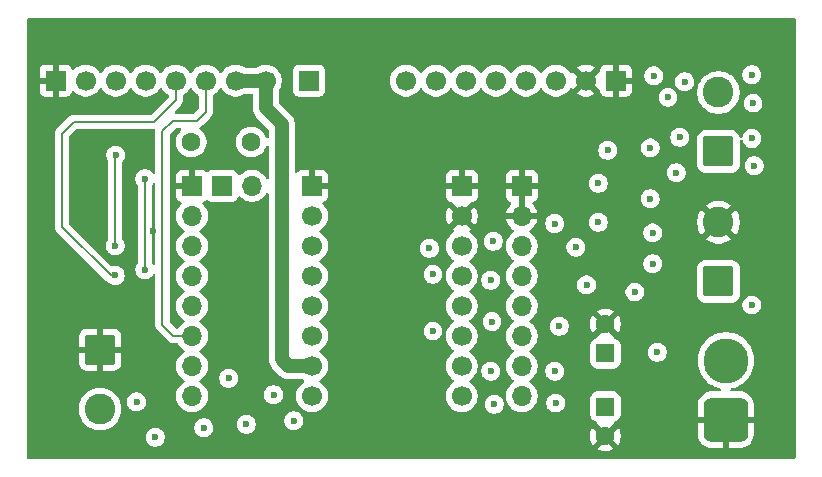
<source format=gbr>
%TF.GenerationSoftware,KiCad,Pcbnew,9.0.4*%
%TF.CreationDate,2025-09-30T20:07:28-04:00*%
%TF.ProjectId,motorDriverDaughter,6d6f746f-7244-4726-9976-657244617567,1*%
%TF.SameCoordinates,Original*%
%TF.FileFunction,Copper,L2,Bot*%
%TF.FilePolarity,Positive*%
%FSLAX46Y46*%
G04 Gerber Fmt 4.6, Leading zero omitted, Abs format (unit mm)*
G04 Created by KiCad (PCBNEW 9.0.4) date 2025-09-30 20:07:28*
%MOMM*%
%LPD*%
G01*
G04 APERTURE LIST*
G04 Aperture macros list*
%AMRoundRect*
0 Rectangle with rounded corners*
0 $1 Rounding radius*
0 $2 $3 $4 $5 $6 $7 $8 $9 X,Y pos of 4 corners*
0 Add a 4 corners polygon primitive as box body*
4,1,4,$2,$3,$4,$5,$6,$7,$8,$9,$2,$3,0*
0 Add four circle primitives for the rounded corners*
1,1,$1+$1,$2,$3*
1,1,$1+$1,$4,$5*
1,1,$1+$1,$6,$7*
1,1,$1+$1,$8,$9*
0 Add four rect primitives between the rounded corners*
20,1,$1+$1,$2,$3,$4,$5,0*
20,1,$1+$1,$4,$5,$6,$7,0*
20,1,$1+$1,$6,$7,$8,$9,0*
20,1,$1+$1,$8,$9,$2,$3,0*%
G04 Aperture macros list end*
%TA.AperFunction,ComponentPad*%
%ADD10C,1.700000*%
%TD*%
%TA.AperFunction,ComponentPad*%
%ADD11R,1.700000X1.700000*%
%TD*%
%TA.AperFunction,ComponentPad*%
%ADD12O,1.700000X1.700000*%
%TD*%
%TA.AperFunction,ComponentPad*%
%ADD13C,1.600000*%
%TD*%
%TA.AperFunction,ComponentPad*%
%ADD14RoundRect,0.250000X-1.050000X1.050000X-1.050000X-1.050000X1.050000X-1.050000X1.050000X1.050000X0*%
%TD*%
%TA.AperFunction,ComponentPad*%
%ADD15C,2.600000*%
%TD*%
%TA.AperFunction,ComponentPad*%
%ADD16RoundRect,0.250000X1.050000X-1.050000X1.050000X1.050000X-1.050000X1.050000X-1.050000X-1.050000X0*%
%TD*%
%TA.AperFunction,ComponentPad*%
%ADD17RoundRect,0.760000X1.140000X-1.140000X1.140000X1.140000X-1.140000X1.140000X-1.140000X-1.140000X0*%
%TD*%
%TA.AperFunction,ComponentPad*%
%ADD18C,3.800000*%
%TD*%
%TA.AperFunction,ComponentPad*%
%ADD19RoundRect,0.250000X-0.550000X0.550000X-0.550000X-0.550000X0.550000X-0.550000X0.550000X0.550000X0*%
%TD*%
%TA.AperFunction,ComponentPad*%
%ADD20RoundRect,0.250000X0.550000X-0.550000X0.550000X0.550000X-0.550000X0.550000X-0.550000X-0.550000X0*%
%TD*%
%TA.AperFunction,ViaPad*%
%ADD21C,0.600000*%
%TD*%
%TA.AperFunction,Conductor*%
%ADD22C,0.200000*%
%TD*%
%TA.AperFunction,Conductor*%
%ADD23C,1.200000*%
%TD*%
G04 APERTURE END LIST*
D10*
%TO.P,J1,8,Pin_8*%
%TO.N,+12V*%
X53500000Y-49040000D03*
%TO.P,J1,7,Pin_7*%
X53500000Y-46500000D03*
%TO.P,J1,6,Pin_6*%
%TO.N,OUTA*%
X53500000Y-43960000D03*
%TO.P,J1,5,Pin_5*%
X53500000Y-41420000D03*
%TO.P,J1,4,Pin_4*%
%TO.N,OUTB*%
X53500000Y-38880000D03*
%TO.P,J1,3,Pin_3*%
X53500000Y-36340000D03*
%TO.P,J1,2,Pin_2*%
%TO.N,GND*%
X53500000Y-33800000D03*
D11*
%TO.P,J1,1,Pin_1*%
X53500000Y-31260000D03*
%TD*%
D12*
%TO.P,U1,13,VREF*%
%TO.N,Net-(U1-VREF)*%
X35740000Y-31250000D03*
D11*
%TO.P,U1,12,VREFGND*%
%TO.N,Net-(U1-VREFGND)*%
X33200000Y-31250000D03*
D12*
%TO.P,U1,11,VIN*%
%TO.N,+12V*%
X58580000Y-49040000D03*
X58580000Y-46500000D03*
%TO.P,U1,10,OUTA*%
%TO.N,OUTA*%
X58580000Y-43960000D03*
X58580000Y-41420000D03*
%TO.P,U1,9,OUTB*%
%TO.N,OUTB*%
X58580000Y-38880000D03*
X58580000Y-36340000D03*
%TO.P,U1,8,VM*%
%TO.N,VCC*%
X30660000Y-49040000D03*
%TO.P,U1,7,3V3*%
%TO.N,unconnected-(U1-3V3-Pad7)*%
X30660000Y-46500000D03*
%TO.P,U1,6,CS*%
%TO.N,CS*%
X30660000Y-43960000D03*
%TO.P,U1,5,~{FLT}*%
%TO.N,FLT*%
X30660000Y-41420000D03*
%TO.P,U1,4,~{SLP}*%
%TO.N,SLP*%
X30660000Y-38880000D03*
%TO.P,U1,3,PWM*%
%TO.N,PWM*%
X30660000Y-36340000D03*
%TO.P,U1,2,DIR*%
%TO.N,DIR*%
X30660000Y-33800000D03*
%TO.P,U1,1,GND*%
%TO.N,GND*%
X58580000Y-33800000D03*
D11*
X58580000Y-31260000D03*
X30660000Y-31260000D03*
%TD*%
D13*
%TO.P,R2,1*%
%TO.N,Net-(U1-VREF)*%
X35675000Y-27540000D03*
%TO.P,R2,2*%
%TO.N,Net-(U1-VREFGND)*%
X30595000Y-27540000D03*
%TD*%
D14*
%TO.P,J9,1,Pin_1*%
%TO.N,GND*%
X22887500Y-45140000D03*
D15*
%TO.P,J9,2,Pin_2*%
%TO.N,VCC*%
X22887500Y-50140000D03*
%TD*%
D11*
%TO.P,J8,1,Pin_1*%
%TO.N,V_SIG*%
X40560000Y-22340000D03*
%TD*%
D16*
%TO.P,J7,1,Pin_1*%
%TO.N,OUTA*%
X75232500Y-28340000D03*
D15*
%TO.P,J7,2,Pin_2*%
%TO.N,OUTB*%
X75232500Y-23340000D03*
%TD*%
D16*
%TO.P,J6,1,Pin_1*%
%TO.N,+12V*%
X75232500Y-39340000D03*
D15*
%TO.P,J6,2,Pin_2*%
%TO.N,GND*%
X75232500Y-34340000D03*
%TD*%
D11*
%TO.P,J5,1,Pin_1*%
%TO.N,GND*%
X19120000Y-22340000D03*
D10*
%TO.P,J5,2,Pin_2*%
%TO.N,DIR*%
X21660000Y-22340000D03*
%TO.P,J5,3,Pin_3*%
%TO.N,PWM*%
X24200000Y-22340000D03*
%TO.P,J5,4,Pin_4*%
%TO.N,SLP*%
X26740000Y-22340000D03*
%TO.P,J5,5,Pin_5*%
%TO.N,FLT*%
X29280000Y-22340000D03*
%TO.P,J5,6,Pin_6*%
%TO.N,CS*%
X31820000Y-22340000D03*
%TO.P,J5,7,Pin_7*%
%TO.N,VCC*%
X34360000Y-22340000D03*
%TO.P,J5,8,Pin_8*%
X36900000Y-22340000D03*
%TD*%
D11*
%TO.P,J4,1,Pin_1*%
%TO.N,GND*%
X66550000Y-22340000D03*
D10*
%TO.P,J4,2,Pin_2*%
X64010000Y-22340000D03*
%TO.P,J4,3,Pin_3*%
%TO.N,OUTB*%
X61470000Y-22340000D03*
%TO.P,J4,4,Pin_4*%
X58930000Y-22340000D03*
%TO.P,J4,5,Pin_5*%
%TO.N,OUTA*%
X56390000Y-22340000D03*
%TO.P,J4,6,Pin_6*%
X53850000Y-22340000D03*
%TO.P,J4,7,Pin_7*%
%TO.N,+12V*%
X51310000Y-22340000D03*
%TO.P,J4,8,Pin_8*%
X48770000Y-22340000D03*
%TD*%
D17*
%TO.P,J3,1,Pin_1*%
%TO.N,GND*%
X75860000Y-51040000D03*
D18*
%TO.P,J3,2,Pin_2*%
%TO.N,+12V*%
X75860000Y-46040000D03*
%TD*%
D11*
%TO.P,J2,1,Pin_1*%
%TO.N,GND*%
X40820000Y-31260000D03*
D10*
%TO.P,J2,2,Pin_2*%
%TO.N,DIR*%
X40820000Y-33800000D03*
%TO.P,J2,3,Pin_3*%
%TO.N,PWM*%
X40820000Y-36340000D03*
%TO.P,J2,4,Pin_4*%
%TO.N,SLP*%
X40820000Y-38880000D03*
%TO.P,J2,5,Pin_5*%
%TO.N,FLT*%
X40820000Y-41420000D03*
%TO.P,J2,6,Pin_6*%
%TO.N,CS*%
X40820000Y-43960000D03*
%TO.P,J2,7,Pin_7*%
%TO.N,VCC*%
X40820000Y-46500000D03*
%TO.P,J2,8,Pin_8*%
X40820000Y-49040000D03*
%TD*%
D19*
%TO.P,C2,1*%
%TO.N,+12V*%
X65660000Y-49940000D03*
D13*
%TO.P,C2,2*%
%TO.N,GND*%
X65660000Y-52440000D03*
%TD*%
D20*
%TO.P,C1,1*%
%TO.N,+12V*%
X65660000Y-45440000D03*
D13*
%TO.P,C1,2*%
%TO.N,GND*%
X65660000Y-42940000D03*
%TD*%
D21*
%TO.N,GND*%
X81060000Y-43940000D03*
%TO.N,+12V*%
X78060000Y-41340000D03*
X70060000Y-45340000D03*
X56260000Y-49740000D03*
X55960000Y-46940000D03*
X61460000Y-49640000D03*
X61360000Y-46940000D03*
%TO.N,OUTA*%
X64060000Y-39640000D03*
X68160000Y-40240000D03*
%TO.N,GND*%
X79860000Y-35140000D03*
X78060000Y-33240000D03*
%TO.N,OUTA*%
X69660000Y-37840000D03*
X69660000Y-35240000D03*
X69460000Y-32340000D03*
X69460000Y-28040000D03*
X71660000Y-30140000D03*
X71960000Y-27140000D03*
X78260000Y-29540000D03*
X78060000Y-27240000D03*
%TO.N,OUTB*%
X78160000Y-24240000D03*
X78060000Y-21840000D03*
X70960000Y-23740000D03*
X72360000Y-22440000D03*
X69760000Y-21940000D03*
X65860000Y-28240000D03*
X65060000Y-31040000D03*
X63160000Y-36440000D03*
X65060000Y-34340000D03*
X61360000Y-34440000D03*
X55960000Y-39240000D03*
X56160000Y-35940000D03*
X51060000Y-38740000D03*
X50760000Y-36540000D03*
%TO.N,GND*%
X51060000Y-32940000D03*
X56160000Y-31940000D03*
X61460000Y-29440000D03*
X55160000Y-28740000D03*
X59460000Y-26540000D03*
X56460000Y-25240000D03*
X50560000Y-24740000D03*
X50060000Y-18840000D03*
X52260000Y-18940000D03*
X54960000Y-18840000D03*
X57460000Y-18740000D03*
X59960000Y-18740000D03*
X62860000Y-18740000D03*
X64760000Y-18740000D03*
X68560000Y-18640000D03*
X72060000Y-18640000D03*
X74660000Y-18940000D03*
X78560000Y-18540000D03*
X80860000Y-18840000D03*
X81060000Y-25840000D03*
X81260000Y-31440000D03*
X81160000Y-36840000D03*
X81060000Y-38840000D03*
X81160000Y-45740000D03*
X81260000Y-49540000D03*
X80160000Y-53640000D03*
X72060000Y-53340000D03*
X69960000Y-52840000D03*
X71360000Y-50940000D03*
X70360000Y-50440000D03*
X61860000Y-53140000D03*
X59360000Y-53440000D03*
X55760000Y-53240000D03*
%TO.N,OUTA*%
X61760000Y-43140000D03*
X56060000Y-42740000D03*
X51060000Y-43540000D03*
%TO.N,GND*%
X48160000Y-43940000D03*
X47460000Y-42240000D03*
X47260000Y-27940000D03*
X48460000Y-25640000D03*
X46760000Y-18540000D03*
X42060000Y-18040000D03*
X43360000Y-21640000D03*
X34560000Y-42540000D03*
X34560000Y-40240000D03*
X34660000Y-37640000D03*
X34760000Y-35240000D03*
X43560000Y-43840000D03*
X45160000Y-52740000D03*
%TO.N,VCC*%
X39260000Y-51140000D03*
X37560000Y-48940000D03*
X35260000Y-51440000D03*
X33760000Y-47540000D03*
X31660000Y-51740000D03*
X27560000Y-52540000D03*
X25960000Y-49540000D03*
%TO.N,GND*%
X18760000Y-50340000D03*
X19260000Y-44340000D03*
X26060000Y-45240000D03*
X20660000Y-41440000D03*
X17460000Y-38740000D03*
X25260000Y-37540000D03*
X22560000Y-35440000D03*
X18460000Y-33340000D03*
X18260000Y-29940000D03*
X18560000Y-27040000D03*
X18760000Y-25240000D03*
X27360000Y-35040000D03*
X25360000Y-34440000D03*
X21760000Y-33840000D03*
X21260000Y-31840000D03*
X25460000Y-27640000D03*
X22760000Y-27240000D03*
X22960000Y-24640000D03*
X25460000Y-24340000D03*
X30260000Y-24540000D03*
X33360000Y-25340000D03*
X34960000Y-25240000D03*
X41760000Y-25840000D03*
X41860000Y-28140000D03*
%TO.N,FLT*%
X24160000Y-38840000D03*
%TO.N,SLP*%
X26660000Y-38340000D03*
X26660000Y-30640000D03*
%TO.N,PWM*%
X24160000Y-36340000D03*
X24200000Y-28640000D03*
%TD*%
D22*
%TO.N,FLT*%
X24160000Y-38840000D02*
X23760000Y-38840000D01*
X19660000Y-26840000D02*
X20660000Y-25840000D01*
X23760000Y-38840000D02*
X19660000Y-34740000D01*
X27460000Y-25840000D02*
X29280000Y-24020000D01*
X19660000Y-34740000D02*
X19660000Y-26840000D01*
X20660000Y-25840000D02*
X27460000Y-25840000D01*
X29280000Y-24020000D02*
X29280000Y-22340000D01*
%TO.N,PWM*%
X24200000Y-28640000D02*
X24160000Y-28680000D01*
X24160000Y-28680000D02*
X24160000Y-36340000D01*
%TO.N,SLP*%
X26660000Y-38340000D02*
X26660000Y-30640000D01*
%TO.N,CS*%
X31820000Y-22340000D02*
X31820000Y-24980000D01*
X28160000Y-26640000D02*
X28160000Y-43040000D01*
X31820000Y-24980000D02*
X31060000Y-25740000D01*
X28160000Y-43040000D02*
X29080000Y-43960000D01*
X31060000Y-25740000D02*
X29060000Y-25740000D01*
X29060000Y-25740000D02*
X28160000Y-26640000D01*
X29080000Y-43960000D02*
X30660000Y-43960000D01*
D23*
%TO.N,VCC*%
X36900000Y-22340000D02*
X34360000Y-22340000D01*
X36900000Y-22340000D02*
X36900000Y-24680000D01*
X36900000Y-24680000D02*
X38260000Y-26040000D01*
X38260000Y-45940000D02*
X38820000Y-46500000D01*
X38260000Y-26040000D02*
X38260000Y-45940000D01*
X38820000Y-46500000D02*
X40820000Y-46500000D01*
%TD*%
%TA.AperFunction,Conductor*%
%TO.N,GND*%
G36*
X33161444Y-22993999D02*
G01*
X33200486Y-23039056D01*
X33204951Y-23047820D01*
X33329890Y-23219786D01*
X33480213Y-23370109D01*
X33652179Y-23495048D01*
X33652181Y-23495049D01*
X33652184Y-23495051D01*
X33841588Y-23591557D01*
X34043757Y-23657246D01*
X34253713Y-23690500D01*
X34253714Y-23690500D01*
X34466286Y-23690500D01*
X34466287Y-23690500D01*
X34676243Y-23657246D01*
X34878412Y-23591557D01*
X35067816Y-23495051D01*
X35101937Y-23470261D01*
X35110306Y-23464181D01*
X35176113Y-23440702D01*
X35183190Y-23440500D01*
X35675500Y-23440500D01*
X35742539Y-23460185D01*
X35788294Y-23512989D01*
X35799500Y-23564500D01*
X35799500Y-24593389D01*
X35799500Y-24766611D01*
X35826598Y-24937701D01*
X35880127Y-25102445D01*
X35958768Y-25256788D01*
X36060586Y-25396928D01*
X36060588Y-25396930D01*
X37123181Y-26459523D01*
X37156666Y-26520846D01*
X37159500Y-26547204D01*
X37159500Y-27117410D01*
X37139815Y-27184449D01*
X37087011Y-27230204D01*
X37017853Y-27240148D01*
X36954297Y-27211123D01*
X36917569Y-27155729D01*
X36880218Y-27040776D01*
X36828919Y-26940097D01*
X36787287Y-26858390D01*
X36760372Y-26821344D01*
X36666971Y-26692786D01*
X36522213Y-26548028D01*
X36356613Y-26427715D01*
X36356612Y-26427714D01*
X36356610Y-26427713D01*
X36299653Y-26398691D01*
X36174223Y-26334781D01*
X35979534Y-26271522D01*
X35804995Y-26243878D01*
X35777352Y-26239500D01*
X35572648Y-26239500D01*
X35548329Y-26243351D01*
X35370465Y-26271522D01*
X35175776Y-26334781D01*
X34993386Y-26427715D01*
X34827786Y-26548028D01*
X34683028Y-26692786D01*
X34562715Y-26858386D01*
X34469781Y-27040776D01*
X34406522Y-27235465D01*
X34374500Y-27437648D01*
X34374500Y-27642351D01*
X34406522Y-27844534D01*
X34469781Y-28039223D01*
X34562715Y-28221613D01*
X34683028Y-28387213D01*
X34827786Y-28531971D01*
X34982749Y-28644556D01*
X34993390Y-28652287D01*
X35109607Y-28711503D01*
X35175776Y-28745218D01*
X35175778Y-28745218D01*
X35175781Y-28745220D01*
X35280137Y-28779127D01*
X35370465Y-28808477D01*
X35471557Y-28824488D01*
X35572648Y-28840500D01*
X35572649Y-28840500D01*
X35777351Y-28840500D01*
X35777352Y-28840500D01*
X35979534Y-28808477D01*
X36174219Y-28745220D01*
X36356610Y-28652287D01*
X36449590Y-28584732D01*
X36522213Y-28531971D01*
X36522215Y-28531968D01*
X36522219Y-28531966D01*
X36666966Y-28387219D01*
X36666968Y-28387215D01*
X36666971Y-28387213D01*
X36758794Y-28260827D01*
X36787287Y-28221610D01*
X36880220Y-28039219D01*
X36917569Y-27924269D01*
X36957007Y-27866595D01*
X37021365Y-27839397D01*
X37090212Y-27851312D01*
X37141687Y-27898556D01*
X37159500Y-27962589D01*
X37159500Y-30544696D01*
X37139815Y-30611735D01*
X37087011Y-30657490D01*
X37017853Y-30667434D01*
X36954297Y-30638409D01*
X36925016Y-30600991D01*
X36895052Y-30542185D01*
X36895051Y-30542184D01*
X36770109Y-30370213D01*
X36619786Y-30219890D01*
X36447820Y-30094951D01*
X36258414Y-29998444D01*
X36258413Y-29998443D01*
X36258412Y-29998443D01*
X36056243Y-29932754D01*
X36056241Y-29932753D01*
X36056240Y-29932753D01*
X35890470Y-29906498D01*
X35846287Y-29899500D01*
X35633713Y-29899500D01*
X35589530Y-29906498D01*
X35423760Y-29932753D01*
X35221585Y-29998444D01*
X35032179Y-30094951D01*
X34860215Y-30219889D01*
X34746673Y-30333431D01*
X34685350Y-30366915D01*
X34615658Y-30361931D01*
X34559725Y-30320059D01*
X34542810Y-30289082D01*
X34493797Y-30157671D01*
X34493793Y-30157664D01*
X34407547Y-30042455D01*
X34407544Y-30042452D01*
X34292335Y-29956206D01*
X34292328Y-29956202D01*
X34157482Y-29905908D01*
X34157483Y-29905908D01*
X34097883Y-29899501D01*
X34097881Y-29899500D01*
X34097873Y-29899500D01*
X34097864Y-29899500D01*
X32302129Y-29899500D01*
X32302123Y-29899501D01*
X32242516Y-29905908D01*
X32107671Y-29956202D01*
X32107669Y-29956203D01*
X31997215Y-30038890D01*
X31931751Y-30063307D01*
X31863478Y-30048456D01*
X31848593Y-30038890D01*
X31752088Y-29966647D01*
X31752086Y-29966645D01*
X31617379Y-29916403D01*
X31617372Y-29916401D01*
X31557844Y-29910000D01*
X30910000Y-29910000D01*
X30910000Y-30826988D01*
X30852993Y-30794075D01*
X30725826Y-30760000D01*
X30594174Y-30760000D01*
X30467007Y-30794075D01*
X30410000Y-30826988D01*
X30410000Y-29910000D01*
X29762155Y-29910000D01*
X29702627Y-29916401D01*
X29702620Y-29916403D01*
X29567913Y-29966645D01*
X29567906Y-29966649D01*
X29452812Y-30052809D01*
X29452809Y-30052812D01*
X29366649Y-30167906D01*
X29366645Y-30167913D01*
X29316403Y-30302620D01*
X29316401Y-30302627D01*
X29310000Y-30362155D01*
X29310000Y-31010000D01*
X30226988Y-31010000D01*
X30194075Y-31067007D01*
X30160000Y-31194174D01*
X30160000Y-31325826D01*
X30194075Y-31452993D01*
X30226988Y-31510000D01*
X29310000Y-31510000D01*
X29310000Y-32157844D01*
X29316401Y-32217372D01*
X29316403Y-32217379D01*
X29366645Y-32352086D01*
X29366649Y-32352093D01*
X29452809Y-32467187D01*
X29452812Y-32467190D01*
X29567906Y-32553350D01*
X29567913Y-32553354D01*
X29699470Y-32602422D01*
X29755404Y-32644293D01*
X29779821Y-32709758D01*
X29764969Y-32778031D01*
X29743819Y-32806285D01*
X29629889Y-32920215D01*
X29504951Y-33092179D01*
X29408444Y-33281585D01*
X29342753Y-33483760D01*
X29309500Y-33693713D01*
X29309500Y-33906286D01*
X29342735Y-34116127D01*
X29342754Y-34116243D01*
X29394656Y-34275981D01*
X29408444Y-34318414D01*
X29504951Y-34507820D01*
X29629890Y-34679786D01*
X29780213Y-34830109D01*
X29952182Y-34955050D01*
X29960946Y-34959516D01*
X30011742Y-35007491D01*
X30028536Y-35075312D01*
X30005998Y-35141447D01*
X29960946Y-35180484D01*
X29952182Y-35184949D01*
X29780213Y-35309890D01*
X29629890Y-35460213D01*
X29504951Y-35632179D01*
X29408444Y-35821585D01*
X29408443Y-35821587D01*
X29408443Y-35821588D01*
X29395587Y-35861155D01*
X29342753Y-36023760D01*
X29309500Y-36233713D01*
X29309500Y-36446286D01*
X29341669Y-36649397D01*
X29342754Y-36656243D01*
X29405803Y-36850288D01*
X29408444Y-36858414D01*
X29504951Y-37047820D01*
X29629890Y-37219786D01*
X29780213Y-37370109D01*
X29952182Y-37495050D01*
X29960946Y-37499516D01*
X30011742Y-37547491D01*
X30028536Y-37615312D01*
X30005998Y-37681447D01*
X29960946Y-37720484D01*
X29952182Y-37724949D01*
X29780213Y-37849890D01*
X29629890Y-38000213D01*
X29504951Y-38172179D01*
X29408444Y-38361585D01*
X29342753Y-38563760D01*
X29309500Y-38773713D01*
X29309500Y-38986286D01*
X29337196Y-39161155D01*
X29342754Y-39196243D01*
X29396543Y-39361789D01*
X29408444Y-39398414D01*
X29504951Y-39587820D01*
X29629890Y-39759786D01*
X29780213Y-39910109D01*
X29952182Y-40035050D01*
X29960946Y-40039516D01*
X30011742Y-40087491D01*
X30028536Y-40155312D01*
X30005998Y-40221447D01*
X29960946Y-40260484D01*
X29952182Y-40264949D01*
X29780213Y-40389890D01*
X29629890Y-40540213D01*
X29504951Y-40712179D01*
X29408444Y-40901585D01*
X29342753Y-41103760D01*
X29309500Y-41313713D01*
X29309500Y-41526286D01*
X29342595Y-41735244D01*
X29342754Y-41736243D01*
X29405523Y-41929426D01*
X29408444Y-41938414D01*
X29504951Y-42127820D01*
X29629890Y-42299786D01*
X29780213Y-42450109D01*
X29952182Y-42575050D01*
X29960946Y-42579516D01*
X30011742Y-42627491D01*
X30028536Y-42695312D01*
X30005998Y-42761447D01*
X29960946Y-42800484D01*
X29952182Y-42804949D01*
X29780213Y-42929890D01*
X29629890Y-43080213D01*
X29504949Y-43252182D01*
X29486728Y-43287943D01*
X29438753Y-43338738D01*
X29370932Y-43355533D01*
X29304797Y-43332995D01*
X29288563Y-43319328D01*
X28796819Y-42827584D01*
X28763334Y-42766261D01*
X28760500Y-42739903D01*
X28760500Y-26940097D01*
X28780185Y-26873058D01*
X28796819Y-26852416D01*
X29272416Y-26376819D01*
X29333739Y-26343334D01*
X29360097Y-26340500D01*
X29655953Y-26340500D01*
X29722992Y-26360185D01*
X29768747Y-26412989D01*
X29778691Y-26482147D01*
X29749666Y-26545703D01*
X29743634Y-26552181D01*
X29603032Y-26692782D01*
X29603028Y-26692786D01*
X29482715Y-26858386D01*
X29389781Y-27040776D01*
X29326522Y-27235465D01*
X29294500Y-27437648D01*
X29294500Y-27642351D01*
X29326522Y-27844534D01*
X29389781Y-28039223D01*
X29482715Y-28221613D01*
X29603028Y-28387213D01*
X29747786Y-28531971D01*
X29902749Y-28644556D01*
X29913390Y-28652287D01*
X30029607Y-28711503D01*
X30095776Y-28745218D01*
X30095778Y-28745218D01*
X30095781Y-28745220D01*
X30200137Y-28779127D01*
X30290465Y-28808477D01*
X30391557Y-28824488D01*
X30492648Y-28840500D01*
X30492649Y-28840500D01*
X30697351Y-28840500D01*
X30697352Y-28840500D01*
X30899534Y-28808477D01*
X31094219Y-28745220D01*
X31276610Y-28652287D01*
X31369590Y-28584732D01*
X31442213Y-28531971D01*
X31442215Y-28531968D01*
X31442219Y-28531966D01*
X31586966Y-28387219D01*
X31586968Y-28387215D01*
X31586971Y-28387213D01*
X31678794Y-28260827D01*
X31707287Y-28221610D01*
X31800220Y-28039219D01*
X31863477Y-27844534D01*
X31895500Y-27642352D01*
X31895500Y-27437648D01*
X31868989Y-27270264D01*
X31863477Y-27235465D01*
X31800218Y-27040776D01*
X31748919Y-26940097D01*
X31707287Y-26858390D01*
X31680372Y-26821344D01*
X31586971Y-26692786D01*
X31442213Y-26548028D01*
X31339533Y-26473428D01*
X31296867Y-26418099D01*
X31290888Y-26348485D01*
X31323493Y-26286690D01*
X31350417Y-26265723D01*
X31428716Y-26220520D01*
X31540520Y-26108716D01*
X31540520Y-26108714D01*
X31550728Y-26098507D01*
X31550730Y-26098504D01*
X32178506Y-25470728D01*
X32178511Y-25470724D01*
X32188714Y-25460520D01*
X32188716Y-25460520D01*
X32300520Y-25348716D01*
X32353594Y-25256788D01*
X32379577Y-25211785D01*
X32420500Y-25059058D01*
X32420500Y-24900943D01*
X32420500Y-23625718D01*
X32440185Y-23558679D01*
X32488207Y-23515233D01*
X32527815Y-23495052D01*
X32527815Y-23495051D01*
X32527816Y-23495051D01*
X32619193Y-23428661D01*
X32699786Y-23370109D01*
X32699788Y-23370106D01*
X32699792Y-23370104D01*
X32850104Y-23219792D01*
X32850106Y-23219788D01*
X32850109Y-23219786D01*
X32975048Y-23047820D01*
X32975047Y-23047820D01*
X32975051Y-23047816D01*
X32979514Y-23039054D01*
X33027488Y-22988259D01*
X33095308Y-22971463D01*
X33161444Y-22993999D01*
G37*
%TD.AperFunction*%
%TA.AperFunction,Conductor*%
G36*
X27518363Y-31051191D02*
G01*
X27555082Y-31110634D01*
X27559500Y-31143439D01*
X27559500Y-37836560D01*
X27539815Y-37903599D01*
X27487011Y-37949354D01*
X27417853Y-37959298D01*
X27354297Y-37930273D01*
X27332398Y-37905451D01*
X27281398Y-37829125D01*
X27260520Y-37762448D01*
X27260500Y-37760234D01*
X27260500Y-31219765D01*
X27265828Y-31201619D01*
X27266166Y-31182711D01*
X27279665Y-31154495D01*
X27280185Y-31152726D01*
X27281398Y-31150874D01*
X27332398Y-31074548D01*
X27386011Y-31029743D01*
X27455336Y-31021036D01*
X27518363Y-31051191D01*
G37*
%TD.AperFunction*%
%TA.AperFunction,Conductor*%
G36*
X30621444Y-22993999D02*
G01*
X30660486Y-23039056D01*
X30664951Y-23047820D01*
X30789890Y-23219786D01*
X30940213Y-23370109D01*
X31112184Y-23495051D01*
X31112184Y-23495052D01*
X31151793Y-23515233D01*
X31202590Y-23563206D01*
X31219500Y-23625718D01*
X31219500Y-24679903D01*
X31199815Y-24746942D01*
X31183181Y-24767584D01*
X30847584Y-25103181D01*
X30786261Y-25136666D01*
X30759903Y-25139500D01*
X29309098Y-25139500D01*
X29242059Y-25119815D01*
X29196304Y-25067011D01*
X29186360Y-24997853D01*
X29215385Y-24934297D01*
X29221417Y-24927819D01*
X29469333Y-24679903D01*
X29760520Y-24388716D01*
X29839577Y-24251784D01*
X29880501Y-24099057D01*
X29880501Y-23940942D01*
X29880501Y-23933347D01*
X29880500Y-23933329D01*
X29880500Y-23625718D01*
X29900185Y-23558679D01*
X29948207Y-23515233D01*
X29987815Y-23495052D01*
X29987815Y-23495051D01*
X29987816Y-23495051D01*
X30079193Y-23428661D01*
X30159786Y-23370109D01*
X30159788Y-23370106D01*
X30159792Y-23370104D01*
X30310104Y-23219792D01*
X30310106Y-23219788D01*
X30310109Y-23219786D01*
X30435048Y-23047820D01*
X30435047Y-23047820D01*
X30435051Y-23047816D01*
X30439514Y-23039054D01*
X30487488Y-22988259D01*
X30555308Y-22971463D01*
X30621444Y-22993999D01*
G37*
%TD.AperFunction*%
%TA.AperFunction,Conductor*%
G36*
X58830000Y-33366988D02*
G01*
X58772993Y-33334075D01*
X58645826Y-33300000D01*
X58514174Y-33300000D01*
X58387007Y-33334075D01*
X58330000Y-33366988D01*
X58330000Y-31693012D01*
X58387007Y-31725925D01*
X58514174Y-31760000D01*
X58645826Y-31760000D01*
X58772993Y-31725925D01*
X58830000Y-31693012D01*
X58830000Y-33366988D01*
G37*
%TD.AperFunction*%
%TA.AperFunction,Conductor*%
G36*
X81702539Y-17060185D02*
G01*
X81748294Y-17112989D01*
X81759500Y-17164500D01*
X81759500Y-54215500D01*
X81739815Y-54282539D01*
X81687011Y-54328294D01*
X81635500Y-54339500D01*
X16784500Y-54339500D01*
X16717461Y-54319815D01*
X16671706Y-54267011D01*
X16660500Y-54215500D01*
X16660500Y-52461153D01*
X26759500Y-52461153D01*
X26759500Y-52618846D01*
X26790261Y-52773489D01*
X26790264Y-52773501D01*
X26850602Y-52919172D01*
X26850609Y-52919185D01*
X26938210Y-53050288D01*
X26938213Y-53050292D01*
X27049707Y-53161786D01*
X27049711Y-53161789D01*
X27180814Y-53249390D01*
X27180827Y-53249397D01*
X27326498Y-53309735D01*
X27326503Y-53309737D01*
X27481153Y-53340499D01*
X27481156Y-53340500D01*
X27481158Y-53340500D01*
X27638844Y-53340500D01*
X27638845Y-53340499D01*
X27793497Y-53309737D01*
X27939179Y-53249394D01*
X28070289Y-53161789D01*
X28181789Y-53050289D01*
X28269394Y-52919179D01*
X28329737Y-52773497D01*
X28360500Y-52618842D01*
X28360500Y-52461158D01*
X28360500Y-52461155D01*
X28360499Y-52461153D01*
X28340734Y-52361789D01*
X28329737Y-52306503D01*
X28329735Y-52306498D01*
X28269397Y-52160827D01*
X28269390Y-52160814D01*
X28181789Y-52029711D01*
X28181786Y-52029707D01*
X28070292Y-51918213D01*
X28070288Y-51918210D01*
X27939185Y-51830609D01*
X27939172Y-51830602D01*
X27793501Y-51770264D01*
X27793489Y-51770261D01*
X27638845Y-51739500D01*
X27638842Y-51739500D01*
X27481158Y-51739500D01*
X27481155Y-51739500D01*
X27326510Y-51770261D01*
X27326498Y-51770264D01*
X27180827Y-51830602D01*
X27180814Y-51830609D01*
X27049711Y-51918210D01*
X27049707Y-51918213D01*
X26938213Y-52029707D01*
X26938210Y-52029711D01*
X26850609Y-52160814D01*
X26850602Y-52160827D01*
X26790264Y-52306498D01*
X26790261Y-52306510D01*
X26759500Y-52461153D01*
X16660500Y-52461153D01*
X16660500Y-50021995D01*
X21087000Y-50021995D01*
X21087000Y-50258004D01*
X21087001Y-50258020D01*
X21109722Y-50430606D01*
X21117807Y-50492014D01*
X21124827Y-50518213D01*
X21178894Y-50719993D01*
X21269214Y-50938045D01*
X21269219Y-50938056D01*
X21340094Y-51060814D01*
X21387227Y-51142450D01*
X21387229Y-51142453D01*
X21387230Y-51142454D01*
X21530906Y-51329697D01*
X21530912Y-51329704D01*
X21697795Y-51496587D01*
X21697801Y-51496592D01*
X21885050Y-51640273D01*
X22012881Y-51714076D01*
X22089443Y-51758280D01*
X22089448Y-51758282D01*
X22089451Y-51758284D01*
X22307507Y-51848606D01*
X22535486Y-51909693D01*
X22769489Y-51940500D01*
X22769496Y-51940500D01*
X23005504Y-51940500D01*
X23005511Y-51940500D01*
X23239514Y-51909693D01*
X23467493Y-51848606D01*
X23685549Y-51758284D01*
X23853785Y-51661153D01*
X30859500Y-51661153D01*
X30859500Y-51818846D01*
X30890261Y-51973489D01*
X30890264Y-51973501D01*
X30950602Y-52119172D01*
X30950609Y-52119185D01*
X31038210Y-52250288D01*
X31038213Y-52250292D01*
X31149707Y-52361786D01*
X31149711Y-52361789D01*
X31280814Y-52449390D01*
X31280827Y-52449397D01*
X31426498Y-52509735D01*
X31426503Y-52509737D01*
X31581153Y-52540499D01*
X31581156Y-52540500D01*
X31581158Y-52540500D01*
X31738844Y-52540500D01*
X31738845Y-52540499D01*
X31893497Y-52509737D01*
X32039179Y-52449394D01*
X32170289Y-52361789D01*
X32281789Y-52250289D01*
X32369394Y-52119179D01*
X32429737Y-51973497D01*
X32460500Y-51818842D01*
X32460500Y-51661158D01*
X32460500Y-51661155D01*
X32460499Y-51661153D01*
X32440024Y-51558220D01*
X32429737Y-51506503D01*
X32425630Y-51496587D01*
X32386666Y-51402518D01*
X32369532Y-51361153D01*
X34459500Y-51361153D01*
X34459500Y-51518846D01*
X34490261Y-51673489D01*
X34490264Y-51673501D01*
X34550602Y-51819172D01*
X34550609Y-51819185D01*
X34638210Y-51950288D01*
X34638213Y-51950292D01*
X34749707Y-52061786D01*
X34749711Y-52061789D01*
X34880814Y-52149390D01*
X34880827Y-52149397D01*
X34989461Y-52194394D01*
X35026503Y-52209737D01*
X35181153Y-52240499D01*
X35181156Y-52240500D01*
X35181158Y-52240500D01*
X35338844Y-52240500D01*
X35338845Y-52240499D01*
X35389704Y-52230382D01*
X35486144Y-52211200D01*
X35486149Y-52211199D01*
X35491022Y-52210229D01*
X35493497Y-52209737D01*
X35611592Y-52160821D01*
X35639172Y-52149397D01*
X35639172Y-52149396D01*
X35639179Y-52149394D01*
X35770289Y-52061789D01*
X35881789Y-51950289D01*
X35969394Y-51819179D01*
X36029737Y-51673497D01*
X36060500Y-51518842D01*
X36060500Y-51361158D01*
X36060500Y-51361155D01*
X36060499Y-51361153D01*
X36052854Y-51322719D01*
X36029737Y-51206503D01*
X36016611Y-51174814D01*
X35986666Y-51102518D01*
X35969532Y-51061153D01*
X38459500Y-51061153D01*
X38459500Y-51218846D01*
X38490261Y-51373489D01*
X38490264Y-51373501D01*
X38550602Y-51519172D01*
X38550609Y-51519185D01*
X38638210Y-51650288D01*
X38638213Y-51650292D01*
X38749707Y-51761786D01*
X38749711Y-51761789D01*
X38880814Y-51849390D01*
X38880827Y-51849397D01*
X39026397Y-51909693D01*
X39026503Y-51909737D01*
X39181148Y-51940498D01*
X39181153Y-51940499D01*
X39181156Y-51940500D01*
X39181158Y-51940500D01*
X39338844Y-51940500D01*
X39338845Y-51940499D01*
X39493497Y-51909737D01*
X39639179Y-51849394D01*
X39770289Y-51761789D01*
X39881789Y-51650289D01*
X39969394Y-51519179D01*
X40029737Y-51373497D01*
X40060500Y-51218842D01*
X40060500Y-51061158D01*
X40060500Y-51061155D01*
X40060499Y-51061153D01*
X40040111Y-50958656D01*
X40029737Y-50906503D01*
X40029735Y-50906498D01*
X39969397Y-50760827D01*
X39969390Y-50760814D01*
X39881789Y-50629711D01*
X39881786Y-50629707D01*
X39770292Y-50518213D01*
X39770288Y-50518210D01*
X39639185Y-50430609D01*
X39639172Y-50430602D01*
X39493501Y-50370264D01*
X39493489Y-50370261D01*
X39338845Y-50339500D01*
X39338842Y-50339500D01*
X39181158Y-50339500D01*
X39181155Y-50339500D01*
X39026510Y-50370261D01*
X39026498Y-50370264D01*
X38880827Y-50430602D01*
X38880814Y-50430609D01*
X38749711Y-50518210D01*
X38749707Y-50518213D01*
X38638213Y-50629707D01*
X38638210Y-50629711D01*
X38550609Y-50760814D01*
X38550602Y-50760827D01*
X38490264Y-50906498D01*
X38490261Y-50906510D01*
X38459500Y-51061153D01*
X35969532Y-51061153D01*
X35969395Y-51060823D01*
X35969390Y-51060814D01*
X35881789Y-50929711D01*
X35881786Y-50929707D01*
X35770292Y-50818213D01*
X35770288Y-50818210D01*
X35639185Y-50730609D01*
X35639172Y-50730602D01*
X35493501Y-50670264D01*
X35493489Y-50670261D01*
X35338845Y-50639500D01*
X35338842Y-50639500D01*
X35181158Y-50639500D01*
X35181155Y-50639500D01*
X35026510Y-50670261D01*
X35026498Y-50670264D01*
X34880827Y-50730602D01*
X34880814Y-50730609D01*
X34749711Y-50818210D01*
X34749707Y-50818213D01*
X34638213Y-50929707D01*
X34638210Y-50929711D01*
X34550609Y-51060814D01*
X34550602Y-51060827D01*
X34490264Y-51206498D01*
X34490261Y-51206510D01*
X34459500Y-51361153D01*
X32369532Y-51361153D01*
X32369395Y-51360823D01*
X32369390Y-51360814D01*
X32281789Y-51229711D01*
X32281786Y-51229707D01*
X32170292Y-51118213D01*
X32170288Y-51118210D01*
X32039185Y-51030609D01*
X32039172Y-51030602D01*
X31893501Y-50970264D01*
X31893489Y-50970261D01*
X31738845Y-50939500D01*
X31738842Y-50939500D01*
X31581158Y-50939500D01*
X31581155Y-50939500D01*
X31426510Y-50970261D01*
X31426498Y-50970264D01*
X31280827Y-51030602D01*
X31280814Y-51030609D01*
X31149711Y-51118210D01*
X31149707Y-51118213D01*
X31038213Y-51229707D01*
X31038210Y-51229711D01*
X30950609Y-51360814D01*
X30950602Y-51360827D01*
X30890264Y-51506498D01*
X30890261Y-51506510D01*
X30859500Y-51661153D01*
X23853785Y-51661153D01*
X23889950Y-51640273D01*
X24077199Y-51496592D01*
X24244092Y-51329699D01*
X24387773Y-51142450D01*
X24505784Y-50938049D01*
X24596106Y-50719993D01*
X24657193Y-50492014D01*
X24688000Y-50258011D01*
X24688000Y-50021989D01*
X24657193Y-49787986D01*
X24596106Y-49560007D01*
X24555159Y-49461153D01*
X25159500Y-49461153D01*
X25159500Y-49618846D01*
X25190261Y-49773489D01*
X25190264Y-49773501D01*
X25250602Y-49919172D01*
X25250609Y-49919185D01*
X25338210Y-50050288D01*
X25338213Y-50050292D01*
X25449707Y-50161786D01*
X25449711Y-50161789D01*
X25580814Y-50249390D01*
X25580827Y-50249397D01*
X25682607Y-50291555D01*
X25726503Y-50309737D01*
X25876131Y-50339500D01*
X25881153Y-50340499D01*
X25881156Y-50340500D01*
X25881158Y-50340500D01*
X26038844Y-50340500D01*
X26038845Y-50340499D01*
X26193497Y-50309737D01*
X26318376Y-50258011D01*
X26339172Y-50249397D01*
X26339172Y-50249396D01*
X26339179Y-50249394D01*
X26470289Y-50161789D01*
X26581789Y-50050289D01*
X26669394Y-49919179D01*
X26729737Y-49773497D01*
X26760500Y-49618842D01*
X26760500Y-49461158D01*
X26760500Y-49461155D01*
X26760499Y-49461153D01*
X26745209Y-49384285D01*
X26729737Y-49306503D01*
X26701033Y-49237204D01*
X26669397Y-49160827D01*
X26669390Y-49160814D01*
X26581789Y-49029711D01*
X26581786Y-49029707D01*
X26470292Y-48918213D01*
X26470288Y-48918210D01*
X26339185Y-48830609D01*
X26339172Y-48830602D01*
X26193501Y-48770264D01*
X26193489Y-48770261D01*
X26038845Y-48739500D01*
X26038842Y-48739500D01*
X25881158Y-48739500D01*
X25881155Y-48739500D01*
X25726510Y-48770261D01*
X25726498Y-48770264D01*
X25580827Y-48830602D01*
X25580814Y-48830609D01*
X25449711Y-48918210D01*
X25449707Y-48918213D01*
X25338213Y-49029707D01*
X25338210Y-49029711D01*
X25250609Y-49160814D01*
X25250602Y-49160827D01*
X25190264Y-49306498D01*
X25190261Y-49306510D01*
X25159500Y-49461153D01*
X24555159Y-49461153D01*
X24532520Y-49406498D01*
X24505788Y-49341959D01*
X24505780Y-49341943D01*
X24458947Y-49260827D01*
X24387773Y-49137550D01*
X24259410Y-48970264D01*
X24244093Y-48950302D01*
X24244087Y-48950295D01*
X24077204Y-48783412D01*
X24077197Y-48783406D01*
X23889954Y-48639730D01*
X23889953Y-48639729D01*
X23889950Y-48639727D01*
X23808457Y-48592677D01*
X23685556Y-48521719D01*
X23685545Y-48521714D01*
X23467493Y-48431394D01*
X23239510Y-48370306D01*
X23005520Y-48339501D01*
X23005517Y-48339500D01*
X23005511Y-48339500D01*
X22769489Y-48339500D01*
X22769483Y-48339500D01*
X22769479Y-48339501D01*
X22535489Y-48370306D01*
X22307506Y-48431394D01*
X22089454Y-48521714D01*
X22089443Y-48521719D01*
X21898409Y-48632014D01*
X21885442Y-48639501D01*
X21885045Y-48639730D01*
X21697802Y-48783406D01*
X21697795Y-48783412D01*
X21530912Y-48950295D01*
X21530906Y-48950302D01*
X21387230Y-49137545D01*
X21269219Y-49341943D01*
X21269214Y-49341954D01*
X21178894Y-49560006D01*
X21117806Y-49787989D01*
X21087001Y-50021979D01*
X21087000Y-50021995D01*
X16660500Y-50021995D01*
X16660500Y-44040013D01*
X21087500Y-44040013D01*
X21087500Y-44890000D01*
X22287499Y-44890000D01*
X22262479Y-44950402D01*
X22237500Y-45075981D01*
X22237500Y-45204019D01*
X22262479Y-45329598D01*
X22287499Y-45390000D01*
X21087501Y-45390000D01*
X21087501Y-46239986D01*
X21097994Y-46342697D01*
X21153141Y-46509119D01*
X21153143Y-46509124D01*
X21245184Y-46658345D01*
X21369154Y-46782315D01*
X21518375Y-46874356D01*
X21518380Y-46874358D01*
X21684802Y-46929505D01*
X21684809Y-46929506D01*
X21787519Y-46939999D01*
X22637499Y-46939999D01*
X22637500Y-46939998D01*
X22637500Y-45740001D01*
X22697902Y-45765021D01*
X22823481Y-45790000D01*
X22951519Y-45790000D01*
X23077098Y-45765021D01*
X23137500Y-45740001D01*
X23137500Y-46939999D01*
X23987472Y-46939999D01*
X23987486Y-46939998D01*
X24090197Y-46929505D01*
X24256619Y-46874358D01*
X24256624Y-46874356D01*
X24405845Y-46782315D01*
X24529815Y-46658345D01*
X24621856Y-46509124D01*
X24621858Y-46509119D01*
X24677005Y-46342697D01*
X24677006Y-46342690D01*
X24687499Y-46239986D01*
X24687500Y-46239973D01*
X24687500Y-45390000D01*
X23487501Y-45390000D01*
X23512521Y-45329598D01*
X23537500Y-45204019D01*
X23537500Y-45075981D01*
X23512521Y-44950402D01*
X23487501Y-44890000D01*
X24687499Y-44890000D01*
X24687499Y-44040028D01*
X24687498Y-44040013D01*
X24677005Y-43937302D01*
X24621858Y-43770880D01*
X24621856Y-43770875D01*
X24529815Y-43621654D01*
X24405845Y-43497684D01*
X24256624Y-43405643D01*
X24256619Y-43405641D01*
X24090197Y-43350494D01*
X24090190Y-43350493D01*
X23987486Y-43340000D01*
X23137500Y-43340000D01*
X23137500Y-44539998D01*
X23077098Y-44514979D01*
X22951519Y-44490000D01*
X22823481Y-44490000D01*
X22697902Y-44514979D01*
X22637500Y-44539998D01*
X22637500Y-43340000D01*
X21787528Y-43340000D01*
X21787512Y-43340001D01*
X21684802Y-43350494D01*
X21518380Y-43405641D01*
X21518375Y-43405643D01*
X21369154Y-43497684D01*
X21245184Y-43621654D01*
X21153143Y-43770875D01*
X21153141Y-43770880D01*
X21097994Y-43937302D01*
X21097993Y-43937309D01*
X21087500Y-44040013D01*
X16660500Y-44040013D01*
X16660500Y-21442155D01*
X17770000Y-21442155D01*
X17770000Y-22090000D01*
X18686988Y-22090000D01*
X18654075Y-22147007D01*
X18620000Y-22274174D01*
X18620000Y-22405826D01*
X18654075Y-22532993D01*
X18686988Y-22590000D01*
X17770000Y-22590000D01*
X17770000Y-23237844D01*
X17776401Y-23297372D01*
X17776403Y-23297379D01*
X17826645Y-23432086D01*
X17826649Y-23432093D01*
X17912809Y-23547187D01*
X17912812Y-23547190D01*
X18027906Y-23633350D01*
X18027913Y-23633354D01*
X18162620Y-23683596D01*
X18162627Y-23683598D01*
X18222155Y-23689999D01*
X18222172Y-23690000D01*
X18870000Y-23690000D01*
X18870000Y-22773012D01*
X18927007Y-22805925D01*
X19054174Y-22840000D01*
X19185826Y-22840000D01*
X19312993Y-22805925D01*
X19370000Y-22773012D01*
X19370000Y-23690000D01*
X20017828Y-23690000D01*
X20017844Y-23689999D01*
X20077372Y-23683598D01*
X20077379Y-23683596D01*
X20212086Y-23633354D01*
X20212093Y-23633350D01*
X20327187Y-23547190D01*
X20327190Y-23547187D01*
X20413350Y-23432093D01*
X20413354Y-23432086D01*
X20462422Y-23300529D01*
X20504293Y-23244595D01*
X20569757Y-23220178D01*
X20638030Y-23235030D01*
X20666285Y-23256181D01*
X20780213Y-23370109D01*
X20952179Y-23495048D01*
X20952181Y-23495049D01*
X20952184Y-23495051D01*
X21141588Y-23591557D01*
X21343757Y-23657246D01*
X21553713Y-23690500D01*
X21553714Y-23690500D01*
X21766286Y-23690500D01*
X21766287Y-23690500D01*
X21976243Y-23657246D01*
X22178412Y-23591557D01*
X22367816Y-23495051D01*
X22454138Y-23432335D01*
X22539786Y-23370109D01*
X22539788Y-23370106D01*
X22539792Y-23370104D01*
X22690104Y-23219792D01*
X22690106Y-23219788D01*
X22690109Y-23219786D01*
X22815048Y-23047820D01*
X22815047Y-23047820D01*
X22815051Y-23047816D01*
X22819514Y-23039054D01*
X22867488Y-22988259D01*
X22935308Y-22971463D01*
X23001444Y-22993999D01*
X23040486Y-23039056D01*
X23044951Y-23047820D01*
X23169890Y-23219786D01*
X23320213Y-23370109D01*
X23492179Y-23495048D01*
X23492181Y-23495049D01*
X23492184Y-23495051D01*
X23681588Y-23591557D01*
X23883757Y-23657246D01*
X24093713Y-23690500D01*
X24093714Y-23690500D01*
X24306286Y-23690500D01*
X24306287Y-23690500D01*
X24516243Y-23657246D01*
X24718412Y-23591557D01*
X24907816Y-23495051D01*
X24994138Y-23432335D01*
X25079786Y-23370109D01*
X25079788Y-23370106D01*
X25079792Y-23370104D01*
X25230104Y-23219792D01*
X25230106Y-23219788D01*
X25230109Y-23219786D01*
X25355048Y-23047820D01*
X25355047Y-23047820D01*
X25355051Y-23047816D01*
X25359514Y-23039054D01*
X25407488Y-22988259D01*
X25475308Y-22971463D01*
X25541444Y-22993999D01*
X25580486Y-23039056D01*
X25584951Y-23047820D01*
X25709890Y-23219786D01*
X25860213Y-23370109D01*
X26032179Y-23495048D01*
X26032181Y-23495049D01*
X26032184Y-23495051D01*
X26221588Y-23591557D01*
X26423757Y-23657246D01*
X26633713Y-23690500D01*
X26633714Y-23690500D01*
X26846286Y-23690500D01*
X26846287Y-23690500D01*
X27056243Y-23657246D01*
X27258412Y-23591557D01*
X27447816Y-23495051D01*
X27534138Y-23432335D01*
X27619786Y-23370109D01*
X27619788Y-23370106D01*
X27619792Y-23370104D01*
X27770104Y-23219792D01*
X27770106Y-23219788D01*
X27770109Y-23219786D01*
X27895048Y-23047820D01*
X27895047Y-23047820D01*
X27895051Y-23047816D01*
X27899514Y-23039054D01*
X27947488Y-22988259D01*
X28015308Y-22971463D01*
X28081444Y-22993999D01*
X28120486Y-23039056D01*
X28124951Y-23047820D01*
X28249890Y-23219786D01*
X28400213Y-23370109D01*
X28572184Y-23495051D01*
X28572184Y-23495052D01*
X28611793Y-23515233D01*
X28622856Y-23525681D01*
X28636703Y-23532005D01*
X28647744Y-23549185D01*
X28662590Y-23563206D01*
X28666831Y-23578886D01*
X28674477Y-23590783D01*
X28679500Y-23625718D01*
X28679500Y-23719902D01*
X28659815Y-23786941D01*
X28643181Y-23807583D01*
X27247584Y-25203181D01*
X27186261Y-25236666D01*
X27159903Y-25239500D01*
X20746670Y-25239500D01*
X20746654Y-25239499D01*
X20739058Y-25239499D01*
X20580943Y-25239499D01*
X20516421Y-25256788D01*
X20428214Y-25280423D01*
X20428209Y-25280426D01*
X20291290Y-25359475D01*
X20291282Y-25359481D01*
X19179479Y-26471284D01*
X19160436Y-26504268D01*
X19152387Y-26518211D01*
X19100423Y-26608215D01*
X19059499Y-26760943D01*
X19059499Y-26919057D01*
X19059499Y-26919059D01*
X19059500Y-26929053D01*
X19059500Y-34653330D01*
X19059499Y-34653348D01*
X19059499Y-34819054D01*
X19059498Y-34819054D01*
X19070688Y-34860814D01*
X19100423Y-34971785D01*
X19120468Y-35006503D01*
X19145228Y-35049389D01*
X19179479Y-35108715D01*
X19298349Y-35227585D01*
X19298354Y-35227589D01*
X23391284Y-39320520D01*
X23391286Y-39320521D01*
X23391290Y-39320524D01*
X23518563Y-39394004D01*
X23528216Y-39399577D01*
X23577105Y-39412676D01*
X23632691Y-39444770D01*
X23649707Y-39461786D01*
X23649711Y-39461789D01*
X23780814Y-39549390D01*
X23780827Y-39549397D01*
X23873590Y-39587820D01*
X23926503Y-39609737D01*
X24081153Y-39640499D01*
X24081156Y-39640500D01*
X24081158Y-39640500D01*
X24238844Y-39640500D01*
X24238845Y-39640499D01*
X24393497Y-39609737D01*
X24539179Y-39549394D01*
X24670289Y-39461789D01*
X24781789Y-39350289D01*
X24869394Y-39219179D01*
X24929737Y-39073497D01*
X24960500Y-38918842D01*
X24960500Y-38761158D01*
X24960500Y-38761155D01*
X24960499Y-38761153D01*
X24943255Y-38674463D01*
X24929737Y-38606503D01*
X24912033Y-38563761D01*
X24869397Y-38460827D01*
X24869390Y-38460814D01*
X24781789Y-38329711D01*
X24781786Y-38329707D01*
X24670292Y-38218213D01*
X24670288Y-38218210D01*
X24539185Y-38130609D01*
X24539172Y-38130602D01*
X24393501Y-38070264D01*
X24393489Y-38070261D01*
X24238845Y-38039500D01*
X24238842Y-38039500D01*
X24081158Y-38039500D01*
X24081156Y-38039500D01*
X23920530Y-38071451D01*
X23920051Y-38069046D01*
X23860944Y-38069544D01*
X23807194Y-38037958D01*
X22030389Y-36261153D01*
X23359500Y-36261153D01*
X23359500Y-36418846D01*
X23390261Y-36573489D01*
X23390264Y-36573501D01*
X23450602Y-36719172D01*
X23450609Y-36719185D01*
X23538210Y-36850288D01*
X23538213Y-36850292D01*
X23649707Y-36961786D01*
X23649711Y-36961789D01*
X23780814Y-37049390D01*
X23780827Y-37049397D01*
X23926498Y-37109735D01*
X23926503Y-37109737D01*
X24081153Y-37140499D01*
X24081156Y-37140500D01*
X24081158Y-37140500D01*
X24238844Y-37140500D01*
X24238845Y-37140499D01*
X24393497Y-37109737D01*
X24539179Y-37049394D01*
X24670289Y-36961789D01*
X24781789Y-36850289D01*
X24869394Y-36719179D01*
X24929737Y-36573497D01*
X24960500Y-36418842D01*
X24960500Y-36261158D01*
X24960500Y-36261155D01*
X24960499Y-36261153D01*
X24944633Y-36181389D01*
X24929737Y-36106503D01*
X24902398Y-36040500D01*
X24869397Y-35960827D01*
X24869390Y-35960814D01*
X24781398Y-35829125D01*
X24760520Y-35762447D01*
X24760500Y-35760234D01*
X24760500Y-29262940D01*
X24780185Y-29195901D01*
X24796815Y-29175262D01*
X24821789Y-29150289D01*
X24909394Y-29019179D01*
X24969737Y-28873497D01*
X25000500Y-28718842D01*
X25000500Y-28561158D01*
X25000500Y-28561155D01*
X25000499Y-28561153D01*
X24983061Y-28473489D01*
X24969737Y-28406503D01*
X24933427Y-28318842D01*
X24909397Y-28260827D01*
X24909390Y-28260814D01*
X24821789Y-28129711D01*
X24821786Y-28129707D01*
X24710292Y-28018213D01*
X24710288Y-28018210D01*
X24579185Y-27930609D01*
X24579172Y-27930602D01*
X24433501Y-27870264D01*
X24433489Y-27870261D01*
X24278845Y-27839500D01*
X24278842Y-27839500D01*
X24121158Y-27839500D01*
X24121155Y-27839500D01*
X23966510Y-27870261D01*
X23966498Y-27870264D01*
X23820827Y-27930602D01*
X23820814Y-27930609D01*
X23689711Y-28018210D01*
X23689707Y-28018213D01*
X23578213Y-28129707D01*
X23578210Y-28129711D01*
X23490609Y-28260814D01*
X23490602Y-28260827D01*
X23430264Y-28406498D01*
X23430261Y-28406510D01*
X23399500Y-28561153D01*
X23399500Y-28718846D01*
X23430261Y-28873489D01*
X23430264Y-28873501D01*
X23490602Y-29019172D01*
X23490609Y-29019184D01*
X23538602Y-29091010D01*
X23559480Y-29157687D01*
X23559500Y-29159901D01*
X23559500Y-35760234D01*
X23539815Y-35827273D01*
X23538602Y-35829125D01*
X23450609Y-35960814D01*
X23450602Y-35960827D01*
X23390264Y-36106498D01*
X23390261Y-36106510D01*
X23359500Y-36261153D01*
X22030389Y-36261153D01*
X20296819Y-34527583D01*
X20263334Y-34466260D01*
X20260500Y-34439902D01*
X20260500Y-27140097D01*
X20280185Y-27073058D01*
X20296819Y-27052416D01*
X20872417Y-26476819D01*
X20933740Y-26443334D01*
X20960098Y-26440500D01*
X27373333Y-26440500D01*
X27380939Y-26440500D01*
X27380943Y-26440501D01*
X27435501Y-26440501D01*
X27469821Y-26450579D01*
X27502538Y-26460186D01*
X27502540Y-26460187D01*
X27548294Y-26512991D01*
X27548295Y-26513001D01*
X27559499Y-26564501D01*
X27559499Y-26729046D01*
X27559500Y-26729059D01*
X27559500Y-30136560D01*
X27539815Y-30203599D01*
X27487011Y-30249354D01*
X27417853Y-30259298D01*
X27354297Y-30230273D01*
X27332398Y-30205451D01*
X27281789Y-30129711D01*
X27281786Y-30129707D01*
X27170292Y-30018213D01*
X27170288Y-30018210D01*
X27039185Y-29930609D01*
X27039172Y-29930602D01*
X26893501Y-29870264D01*
X26893489Y-29870261D01*
X26738845Y-29839500D01*
X26738842Y-29839500D01*
X26581158Y-29839500D01*
X26581155Y-29839500D01*
X26426510Y-29870261D01*
X26426498Y-29870264D01*
X26280827Y-29930602D01*
X26280814Y-29930609D01*
X26149711Y-30018210D01*
X26149707Y-30018213D01*
X26038213Y-30129707D01*
X26038210Y-30129711D01*
X25950609Y-30260814D01*
X25950602Y-30260827D01*
X25890264Y-30406498D01*
X25890261Y-30406510D01*
X25859500Y-30561153D01*
X25859500Y-30718846D01*
X25890261Y-30873489D01*
X25890264Y-30873501D01*
X25950602Y-31019172D01*
X25950609Y-31019185D01*
X26038602Y-31150874D01*
X26059480Y-31217551D01*
X26059500Y-31219765D01*
X26059500Y-37760234D01*
X26039815Y-37827273D01*
X26038602Y-37829125D01*
X25950609Y-37960814D01*
X25950602Y-37960827D01*
X25890264Y-38106498D01*
X25890261Y-38106510D01*
X25859500Y-38261153D01*
X25859500Y-38418846D01*
X25890261Y-38573489D01*
X25890264Y-38573501D01*
X25950602Y-38719172D01*
X25950609Y-38719185D01*
X26038210Y-38850288D01*
X26038213Y-38850292D01*
X26149707Y-38961786D01*
X26149711Y-38961789D01*
X26280814Y-39049390D01*
X26280827Y-39049397D01*
X26426498Y-39109735D01*
X26426503Y-39109737D01*
X26556866Y-39135668D01*
X26581153Y-39140499D01*
X26581156Y-39140500D01*
X26581158Y-39140500D01*
X26738844Y-39140500D01*
X26738845Y-39140499D01*
X26893497Y-39109737D01*
X27039179Y-39049394D01*
X27170289Y-38961789D01*
X27281789Y-38850289D01*
X27332398Y-38774548D01*
X27386010Y-38729743D01*
X27455335Y-38721036D01*
X27518363Y-38751190D01*
X27555082Y-38810634D01*
X27559500Y-38843439D01*
X27559500Y-42953330D01*
X27559499Y-42953348D01*
X27559499Y-43119054D01*
X27559498Y-43119054D01*
X27595170Y-43252180D01*
X27600423Y-43271785D01*
X27620468Y-43306503D01*
X27652385Y-43361786D01*
X27679479Y-43408715D01*
X27798349Y-43527585D01*
X27798355Y-43527590D01*
X28595139Y-44324374D01*
X28595149Y-44324385D01*
X28599479Y-44328715D01*
X28599480Y-44328716D01*
X28711284Y-44440520D01*
X28711286Y-44440521D01*
X28711290Y-44440524D01*
X28802330Y-44493085D01*
X28848216Y-44519577D01*
X28960019Y-44549534D01*
X29000942Y-44560500D01*
X29000943Y-44560500D01*
X29374281Y-44560500D01*
X29441320Y-44580185D01*
X29484765Y-44628205D01*
X29504947Y-44667814D01*
X29504948Y-44667815D01*
X29629890Y-44839786D01*
X29780213Y-44990109D01*
X29952182Y-45115050D01*
X29960946Y-45119516D01*
X30011742Y-45167491D01*
X30028536Y-45235312D01*
X30005998Y-45301447D01*
X29960946Y-45340484D01*
X29952182Y-45344949D01*
X29780213Y-45469890D01*
X29629890Y-45620213D01*
X29504951Y-45792179D01*
X29408444Y-45981585D01*
X29342753Y-46183760D01*
X29309500Y-46393713D01*
X29309500Y-46606286D01*
X29342753Y-46816239D01*
X29342753Y-46816241D01*
X29342754Y-46816243D01*
X29389490Y-46960082D01*
X29408444Y-47018414D01*
X29504951Y-47207820D01*
X29629890Y-47379786D01*
X29780213Y-47530109D01*
X29952182Y-47655050D01*
X29960946Y-47659516D01*
X30011742Y-47707491D01*
X30028536Y-47775312D01*
X30005998Y-47841447D01*
X29960946Y-47880484D01*
X29952182Y-47884949D01*
X29780213Y-48009890D01*
X29629890Y-48160213D01*
X29504951Y-48332179D01*
X29408444Y-48521585D01*
X29342753Y-48723760D01*
X29309500Y-48933713D01*
X29309500Y-49146286D01*
X29340491Y-49341959D01*
X29342754Y-49356243D01*
X29394905Y-49516748D01*
X29408444Y-49558414D01*
X29504951Y-49747820D01*
X29629890Y-49919786D01*
X29780213Y-50070109D01*
X29952179Y-50195048D01*
X29952181Y-50195049D01*
X29952184Y-50195051D01*
X30141588Y-50291557D01*
X30343757Y-50357246D01*
X30553713Y-50390500D01*
X30553714Y-50390500D01*
X30766286Y-50390500D01*
X30766287Y-50390500D01*
X30976243Y-50357246D01*
X31178412Y-50291557D01*
X31367816Y-50195051D01*
X31429426Y-50150289D01*
X31539786Y-50070109D01*
X31539788Y-50070106D01*
X31539792Y-50070104D01*
X31690104Y-49919792D01*
X31690106Y-49919788D01*
X31690109Y-49919786D01*
X31815048Y-49747820D01*
X31815047Y-49747820D01*
X31815051Y-49747816D01*
X31911557Y-49558412D01*
X31977246Y-49356243D01*
X32010500Y-49146287D01*
X32010500Y-48933713D01*
X32010500Y-48933712D01*
X32001116Y-48874463D01*
X31999008Y-48861153D01*
X36759500Y-48861153D01*
X36759500Y-49018846D01*
X36790261Y-49173489D01*
X36790264Y-49173501D01*
X36850602Y-49319172D01*
X36850609Y-49319185D01*
X36938210Y-49450288D01*
X36938213Y-49450292D01*
X37049707Y-49561786D01*
X37049711Y-49561789D01*
X37180814Y-49649390D01*
X37180827Y-49649397D01*
X37326498Y-49709735D01*
X37326503Y-49709737D01*
X37481153Y-49740499D01*
X37481156Y-49740500D01*
X37481158Y-49740500D01*
X37638844Y-49740500D01*
X37638845Y-49740499D01*
X37793497Y-49709737D01*
X37939179Y-49649394D01*
X38070289Y-49561789D01*
X38181789Y-49450289D01*
X38269394Y-49319179D01*
X38329737Y-49173497D01*
X38360500Y-49018842D01*
X38360500Y-48861158D01*
X38360500Y-48861155D01*
X38360499Y-48861153D01*
X38348274Y-48799695D01*
X38329737Y-48706503D01*
X38329192Y-48705187D01*
X38269397Y-48560827D01*
X38269390Y-48560814D01*
X38181789Y-48429711D01*
X38181786Y-48429707D01*
X38070292Y-48318213D01*
X38070288Y-48318210D01*
X37939185Y-48230609D01*
X37939172Y-48230602D01*
X37793501Y-48170264D01*
X37793489Y-48170261D01*
X37638845Y-48139500D01*
X37638842Y-48139500D01*
X37481158Y-48139500D01*
X37481155Y-48139500D01*
X37326510Y-48170261D01*
X37326498Y-48170264D01*
X37180827Y-48230602D01*
X37180814Y-48230609D01*
X37049711Y-48318210D01*
X37049707Y-48318213D01*
X36938213Y-48429707D01*
X36938210Y-48429711D01*
X36850609Y-48560814D01*
X36850602Y-48560827D01*
X36790264Y-48706498D01*
X36790261Y-48706510D01*
X36759500Y-48861153D01*
X31999008Y-48861153D01*
X31986694Y-48783408D01*
X31977246Y-48723757D01*
X31911557Y-48521588D01*
X31815051Y-48332184D01*
X31815049Y-48332181D01*
X31815048Y-48332179D01*
X31690109Y-48160213D01*
X31539786Y-48009890D01*
X31367820Y-47884951D01*
X31367115Y-47884591D01*
X31359054Y-47880485D01*
X31308259Y-47832512D01*
X31291463Y-47764692D01*
X31313999Y-47698556D01*
X31359054Y-47659515D01*
X31367816Y-47655051D01*
X31447999Y-47596795D01*
X31539786Y-47530109D01*
X31539788Y-47530106D01*
X31539792Y-47530104D01*
X31608743Y-47461153D01*
X32959500Y-47461153D01*
X32959500Y-47618846D01*
X32990261Y-47773489D01*
X32990264Y-47773501D01*
X33050602Y-47919172D01*
X33050609Y-47919185D01*
X33138210Y-48050288D01*
X33138213Y-48050292D01*
X33249707Y-48161786D01*
X33249711Y-48161789D01*
X33380814Y-48249390D01*
X33380827Y-48249397D01*
X33526498Y-48309735D01*
X33526503Y-48309737D01*
X33639326Y-48332179D01*
X33681153Y-48340499D01*
X33681156Y-48340500D01*
X33681158Y-48340500D01*
X33838844Y-48340500D01*
X33838845Y-48340499D01*
X33993497Y-48309737D01*
X34139179Y-48249394D01*
X34270289Y-48161789D01*
X34381789Y-48050289D01*
X34469394Y-47919179D01*
X34529737Y-47773497D01*
X34560500Y-47618842D01*
X34560500Y-47461158D01*
X34560500Y-47461155D01*
X34560499Y-47461153D01*
X34544315Y-47379792D01*
X34529737Y-47306503D01*
X34529735Y-47306498D01*
X34469397Y-47160827D01*
X34469390Y-47160814D01*
X34381789Y-47029711D01*
X34381786Y-47029707D01*
X34270292Y-46918213D01*
X34270288Y-46918210D01*
X34139185Y-46830609D01*
X34139172Y-46830602D01*
X33993501Y-46770264D01*
X33993489Y-46770261D01*
X33838845Y-46739500D01*
X33838842Y-46739500D01*
X33681158Y-46739500D01*
X33681155Y-46739500D01*
X33526510Y-46770261D01*
X33526498Y-46770264D01*
X33380827Y-46830602D01*
X33380814Y-46830609D01*
X33249711Y-46918210D01*
X33249707Y-46918213D01*
X33138213Y-47029707D01*
X33138210Y-47029711D01*
X33050609Y-47160814D01*
X33050602Y-47160827D01*
X32990264Y-47306498D01*
X32990261Y-47306510D01*
X32959500Y-47461153D01*
X31608743Y-47461153D01*
X31690104Y-47379792D01*
X31815051Y-47207816D01*
X31911557Y-47018412D01*
X31977246Y-46816243D01*
X32010500Y-46606287D01*
X32010500Y-46393713D01*
X31977246Y-46183757D01*
X31911557Y-45981588D01*
X31815051Y-45792184D01*
X31815049Y-45792181D01*
X31815048Y-45792179D01*
X31690109Y-45620213D01*
X31539786Y-45469890D01*
X31367820Y-45344951D01*
X31367115Y-45344591D01*
X31359054Y-45340485D01*
X31308259Y-45292512D01*
X31291463Y-45224692D01*
X31313999Y-45158556D01*
X31359054Y-45119515D01*
X31367816Y-45115051D01*
X31421592Y-45075981D01*
X31539786Y-44990109D01*
X31539788Y-44990106D01*
X31539792Y-44990104D01*
X31690104Y-44839792D01*
X31690106Y-44839788D01*
X31690109Y-44839786D01*
X31815048Y-44667820D01*
X31815047Y-44667820D01*
X31815051Y-44667816D01*
X31911557Y-44478412D01*
X31977246Y-44276243D01*
X32010500Y-44066287D01*
X32010500Y-43853713D01*
X31977246Y-43643757D01*
X31911557Y-43441588D01*
X31815051Y-43252184D01*
X31815049Y-43252181D01*
X31815048Y-43252179D01*
X31690109Y-43080213D01*
X31539786Y-42929890D01*
X31367820Y-42804951D01*
X31367115Y-42804591D01*
X31359054Y-42800485D01*
X31308259Y-42752512D01*
X31291463Y-42684692D01*
X31313999Y-42618556D01*
X31359054Y-42579515D01*
X31367816Y-42575051D01*
X31416060Y-42540000D01*
X31539786Y-42450109D01*
X31539788Y-42450106D01*
X31539792Y-42450104D01*
X31690104Y-42299792D01*
X31690106Y-42299788D01*
X31690109Y-42299786D01*
X31815048Y-42127820D01*
X31815047Y-42127820D01*
X31815051Y-42127816D01*
X31911557Y-41938412D01*
X31977246Y-41736243D01*
X32010500Y-41526287D01*
X32010500Y-41313713D01*
X31977246Y-41103757D01*
X31911557Y-40901588D01*
X31815051Y-40712184D01*
X31815049Y-40712181D01*
X31815048Y-40712179D01*
X31690109Y-40540213D01*
X31539786Y-40389890D01*
X31367820Y-40264951D01*
X31361608Y-40261786D01*
X31359054Y-40260485D01*
X31308259Y-40212512D01*
X31291463Y-40144692D01*
X31313999Y-40078556D01*
X31359054Y-40039515D01*
X31367816Y-40035051D01*
X31407116Y-40006498D01*
X31539786Y-39910109D01*
X31539788Y-39910106D01*
X31539792Y-39910104D01*
X31690104Y-39759792D01*
X31690106Y-39759788D01*
X31690109Y-39759786D01*
X31815048Y-39587820D01*
X31815049Y-39587819D01*
X31815051Y-39587816D01*
X31911557Y-39398412D01*
X31977246Y-39196243D01*
X32010500Y-38986287D01*
X32010500Y-38773713D01*
X31977246Y-38563757D01*
X31911557Y-38361588D01*
X31815051Y-38172184D01*
X31815049Y-38172181D01*
X31815048Y-38172179D01*
X31690109Y-38000213D01*
X31539786Y-37849890D01*
X31367820Y-37724951D01*
X31367115Y-37724591D01*
X31359054Y-37720485D01*
X31308259Y-37672512D01*
X31291463Y-37604692D01*
X31313999Y-37538556D01*
X31359054Y-37499515D01*
X31367816Y-37495051D01*
X31414940Y-37460814D01*
X31539786Y-37370109D01*
X31539788Y-37370106D01*
X31539792Y-37370104D01*
X31690104Y-37219792D01*
X31690106Y-37219788D01*
X31690109Y-37219786D01*
X31813902Y-37049397D01*
X31815051Y-37047816D01*
X31911557Y-36858412D01*
X31977246Y-36656243D01*
X32010500Y-36446287D01*
X32010500Y-36233713D01*
X31977246Y-36023757D01*
X31911557Y-35821588D01*
X31815051Y-35632184D01*
X31815049Y-35632181D01*
X31815048Y-35632179D01*
X31690109Y-35460213D01*
X31539786Y-35309890D01*
X31367820Y-35184951D01*
X31367115Y-35184591D01*
X31359054Y-35180485D01*
X31308259Y-35132512D01*
X31291463Y-35064692D01*
X31313999Y-34998556D01*
X31359054Y-34959515D01*
X31367816Y-34955051D01*
X31422572Y-34915269D01*
X31539786Y-34830109D01*
X31539788Y-34830106D01*
X31539792Y-34830104D01*
X31690104Y-34679792D01*
X31690106Y-34679788D01*
X31690109Y-34679786D01*
X31815048Y-34507820D01*
X31815047Y-34507820D01*
X31815051Y-34507816D01*
X31911557Y-34318412D01*
X31977246Y-34116243D01*
X32010500Y-33906287D01*
X32010500Y-33693713D01*
X31977246Y-33483757D01*
X31911557Y-33281588D01*
X31815051Y-33092184D01*
X31815049Y-33092181D01*
X31815048Y-33092179D01*
X31690109Y-32920213D01*
X31576181Y-32806285D01*
X31542696Y-32744962D01*
X31547680Y-32675270D01*
X31589552Y-32619337D01*
X31620529Y-32602422D01*
X31752086Y-32553354D01*
X31752089Y-32553352D01*
X31861950Y-32471110D01*
X31927414Y-32446692D01*
X31995687Y-32461543D01*
X32010567Y-32471106D01*
X32107665Y-32543793D01*
X32107668Y-32543795D01*
X32107671Y-32543797D01*
X32242517Y-32594091D01*
X32242516Y-32594091D01*
X32249444Y-32594835D01*
X32302127Y-32600500D01*
X34097872Y-32600499D01*
X34157483Y-32594091D01*
X34292331Y-32543796D01*
X34407546Y-32457546D01*
X34493796Y-32342331D01*
X34542810Y-32210916D01*
X34584681Y-32154984D01*
X34650145Y-32130566D01*
X34718418Y-32145417D01*
X34746673Y-32166569D01*
X34860213Y-32280109D01*
X35032179Y-32405048D01*
X35032181Y-32405049D01*
X35032184Y-32405051D01*
X35221588Y-32501557D01*
X35423757Y-32567246D01*
X35633713Y-32600500D01*
X35633714Y-32600500D01*
X35846286Y-32600500D01*
X35846287Y-32600500D01*
X36056243Y-32567246D01*
X36258412Y-32501557D01*
X36447816Y-32405051D01*
X36534138Y-32342335D01*
X36619786Y-32280109D01*
X36619788Y-32280106D01*
X36619792Y-32280104D01*
X36770104Y-32129792D01*
X36770106Y-32129788D01*
X36770109Y-32129786D01*
X36895048Y-31957820D01*
X36895047Y-31957820D01*
X36895051Y-31957816D01*
X36925015Y-31899007D01*
X36972990Y-31848212D01*
X37040810Y-31831417D01*
X37106945Y-31853954D01*
X37150397Y-31908669D01*
X37159500Y-31955303D01*
X37159500Y-45853389D01*
X37159500Y-46026611D01*
X37163109Y-46049397D01*
X37182972Y-46174811D01*
X37186598Y-46197701D01*
X37240127Y-46362445D01*
X37318768Y-46516788D01*
X37420586Y-46656928D01*
X37420588Y-46656930D01*
X38103070Y-47339413D01*
X38103076Y-47339418D01*
X38158642Y-47379789D01*
X38158644Y-47379790D01*
X38158647Y-47379792D01*
X38203846Y-47412631D01*
X38243207Y-47441229D01*
X38243208Y-47441229D01*
X38243212Y-47441232D01*
X38359533Y-47500500D01*
X38359535Y-47500501D01*
X38397548Y-47519870D01*
X38397551Y-47519870D01*
X38397555Y-47519873D01*
X38562299Y-47573403D01*
X38709996Y-47596795D01*
X38733389Y-47600500D01*
X38733390Y-47600500D01*
X38906611Y-47600500D01*
X39996810Y-47600500D01*
X40015055Y-47605857D01*
X40034069Y-47606230D01*
X40058851Y-47618717D01*
X40063849Y-47620185D01*
X40065880Y-47621518D01*
X40067821Y-47622819D01*
X40112184Y-47655051D01*
X40127553Y-47662882D01*
X40133720Y-47667018D01*
X40151519Y-47688391D01*
X40171742Y-47707491D01*
X40173568Y-47714868D01*
X40178432Y-47720708D01*
X40181850Y-47748314D01*
X40188536Y-47775312D01*
X40186084Y-47782504D01*
X40187019Y-47790048D01*
X40174970Y-47815118D01*
X40165998Y-47841447D01*
X40159690Y-47846912D01*
X40156754Y-47853023D01*
X40142554Y-47861760D01*
X40120946Y-47880484D01*
X40112182Y-47884949D01*
X39940213Y-48009890D01*
X39789890Y-48160213D01*
X39664951Y-48332179D01*
X39568444Y-48521585D01*
X39502753Y-48723760D01*
X39469500Y-48933713D01*
X39469500Y-49146286D01*
X39500491Y-49341959D01*
X39502754Y-49356243D01*
X39554905Y-49516748D01*
X39568444Y-49558414D01*
X39664951Y-49747820D01*
X39789890Y-49919786D01*
X39940213Y-50070109D01*
X40112179Y-50195048D01*
X40112181Y-50195049D01*
X40112184Y-50195051D01*
X40301588Y-50291557D01*
X40503757Y-50357246D01*
X40713713Y-50390500D01*
X40713714Y-50390500D01*
X40926286Y-50390500D01*
X40926287Y-50390500D01*
X41136243Y-50357246D01*
X41338412Y-50291557D01*
X41527816Y-50195051D01*
X41589426Y-50150289D01*
X41699786Y-50070109D01*
X41699788Y-50070106D01*
X41699792Y-50070104D01*
X41850104Y-49919792D01*
X41850106Y-49919788D01*
X41850109Y-49919786D01*
X41975048Y-49747820D01*
X41975047Y-49747820D01*
X41975051Y-49747816D01*
X42071557Y-49558412D01*
X42137246Y-49356243D01*
X42170500Y-49146287D01*
X42170500Y-48933713D01*
X42137246Y-48723757D01*
X42071557Y-48521588D01*
X41975051Y-48332184D01*
X41975049Y-48332181D01*
X41975048Y-48332179D01*
X41850109Y-48160213D01*
X41699786Y-48009890D01*
X41527820Y-47884951D01*
X41527115Y-47884591D01*
X41519054Y-47880485D01*
X41468259Y-47832512D01*
X41451463Y-47764692D01*
X41473999Y-47698556D01*
X41519054Y-47659515D01*
X41527816Y-47655051D01*
X41607999Y-47596795D01*
X41699786Y-47530109D01*
X41699788Y-47530106D01*
X41699792Y-47530104D01*
X41850104Y-47379792D01*
X41850106Y-47379788D01*
X41850109Y-47379786D01*
X41975048Y-47207820D01*
X41975049Y-47207819D01*
X41975051Y-47207816D01*
X42071557Y-47018412D01*
X42137246Y-46816243D01*
X42170500Y-46606287D01*
X42170500Y-46393713D01*
X42137246Y-46183757D01*
X42071557Y-45981588D01*
X41975051Y-45792184D01*
X41975049Y-45792181D01*
X41975048Y-45792179D01*
X41850109Y-45620213D01*
X41699786Y-45469890D01*
X41527820Y-45344951D01*
X41527115Y-45344591D01*
X41519054Y-45340485D01*
X41468259Y-45292512D01*
X41451463Y-45224692D01*
X41473999Y-45158556D01*
X41519054Y-45119515D01*
X41527816Y-45115051D01*
X41581592Y-45075981D01*
X41699786Y-44990109D01*
X41699788Y-44990106D01*
X41699792Y-44990104D01*
X41850104Y-44839792D01*
X41850106Y-44839788D01*
X41850109Y-44839786D01*
X41975048Y-44667820D01*
X41975047Y-44667820D01*
X41975051Y-44667816D01*
X42071557Y-44478412D01*
X42137246Y-44276243D01*
X42170500Y-44066287D01*
X42170500Y-43853713D01*
X42137246Y-43643757D01*
X42077914Y-43461153D01*
X50259500Y-43461153D01*
X50259500Y-43618846D01*
X50290261Y-43773489D01*
X50290264Y-43773501D01*
X50350602Y-43919172D01*
X50350609Y-43919185D01*
X50438210Y-44050288D01*
X50438213Y-44050292D01*
X50549707Y-44161786D01*
X50549711Y-44161789D01*
X50680814Y-44249390D01*
X50680827Y-44249397D01*
X50826498Y-44309735D01*
X50826503Y-44309737D01*
X50981153Y-44340499D01*
X50981156Y-44340500D01*
X50981158Y-44340500D01*
X51138844Y-44340500D01*
X51138845Y-44340499D01*
X51293497Y-44309737D01*
X51439179Y-44249394D01*
X51570289Y-44161789D01*
X51681789Y-44050289D01*
X51769394Y-43919179D01*
X51829737Y-43773497D01*
X51860500Y-43618842D01*
X51860500Y-43461158D01*
X51860500Y-43461155D01*
X51860499Y-43461153D01*
X51855207Y-43434550D01*
X51829737Y-43306503D01*
X51822049Y-43287943D01*
X51769397Y-43160827D01*
X51769390Y-43160814D01*
X51681789Y-43029711D01*
X51681786Y-43029707D01*
X51570292Y-42918213D01*
X51570288Y-42918210D01*
X51439185Y-42830609D01*
X51439172Y-42830602D01*
X51293501Y-42770264D01*
X51293489Y-42770261D01*
X51138845Y-42739500D01*
X51138842Y-42739500D01*
X50981158Y-42739500D01*
X50981155Y-42739500D01*
X50826510Y-42770261D01*
X50826498Y-42770264D01*
X50680827Y-42830602D01*
X50680814Y-42830609D01*
X50549711Y-42918210D01*
X50549707Y-42918213D01*
X50438213Y-43029707D01*
X50438210Y-43029711D01*
X50350609Y-43160814D01*
X50350602Y-43160827D01*
X50290264Y-43306498D01*
X50290261Y-43306510D01*
X50259500Y-43461153D01*
X42077914Y-43461153D01*
X42071557Y-43441588D01*
X41975051Y-43252184D01*
X41975049Y-43252181D01*
X41975048Y-43252179D01*
X41850109Y-43080213D01*
X41699786Y-42929890D01*
X41527820Y-42804951D01*
X41527115Y-42804591D01*
X41519054Y-42800485D01*
X41468259Y-42752512D01*
X41451463Y-42684692D01*
X41473999Y-42618556D01*
X41519054Y-42579515D01*
X41527816Y-42575051D01*
X41576060Y-42540000D01*
X41699786Y-42450109D01*
X41699788Y-42450106D01*
X41699792Y-42450104D01*
X41850104Y-42299792D01*
X41850106Y-42299788D01*
X41850109Y-42299786D01*
X41975048Y-42127820D01*
X41975047Y-42127820D01*
X41975051Y-42127816D01*
X42071557Y-41938412D01*
X42137246Y-41736243D01*
X42170500Y-41526287D01*
X42170500Y-41313713D01*
X42137246Y-41103757D01*
X42071557Y-40901588D01*
X41975051Y-40712184D01*
X41975049Y-40712181D01*
X41975048Y-40712179D01*
X41850109Y-40540213D01*
X41699786Y-40389890D01*
X41527820Y-40264951D01*
X41521608Y-40261786D01*
X41519054Y-40260485D01*
X41468259Y-40212512D01*
X41451463Y-40144692D01*
X41473999Y-40078556D01*
X41519054Y-40039515D01*
X41527816Y-40035051D01*
X41567116Y-40006498D01*
X41699786Y-39910109D01*
X41699788Y-39910106D01*
X41699792Y-39910104D01*
X41850104Y-39759792D01*
X41850106Y-39759788D01*
X41850109Y-39759786D01*
X41975048Y-39587820D01*
X41975049Y-39587819D01*
X41975051Y-39587816D01*
X42071557Y-39398412D01*
X42137246Y-39196243D01*
X42170500Y-38986287D01*
X42170500Y-38773713D01*
X42152672Y-38661153D01*
X50259500Y-38661153D01*
X50259500Y-38818846D01*
X50290261Y-38973489D01*
X50290264Y-38973501D01*
X50350602Y-39119172D01*
X50350609Y-39119185D01*
X50438210Y-39250288D01*
X50438213Y-39250292D01*
X50549707Y-39361786D01*
X50549711Y-39361789D01*
X50680814Y-39449390D01*
X50680827Y-39449397D01*
X50826498Y-39509735D01*
X50826503Y-39509737D01*
X50981153Y-39540499D01*
X50981156Y-39540500D01*
X50981158Y-39540500D01*
X51138844Y-39540500D01*
X51138845Y-39540499D01*
X51293497Y-39509737D01*
X51439179Y-39449394D01*
X51570289Y-39361789D01*
X51681789Y-39250289D01*
X51769394Y-39119179D01*
X51829737Y-38973497D01*
X51860500Y-38818842D01*
X51860500Y-38661158D01*
X51860500Y-38661155D01*
X51860499Y-38661153D01*
X51841126Y-38563760D01*
X51829737Y-38506503D01*
X51829735Y-38506498D01*
X51769397Y-38360827D01*
X51769390Y-38360814D01*
X51681789Y-38229711D01*
X51681786Y-38229707D01*
X51570292Y-38118213D01*
X51570288Y-38118210D01*
X51439185Y-38030609D01*
X51439172Y-38030602D01*
X51293501Y-37970264D01*
X51293489Y-37970261D01*
X51138845Y-37939500D01*
X51138842Y-37939500D01*
X50981158Y-37939500D01*
X50981155Y-37939500D01*
X50826510Y-37970261D01*
X50826498Y-37970264D01*
X50680827Y-38030602D01*
X50680814Y-38030609D01*
X50549711Y-38118210D01*
X50549707Y-38118213D01*
X50438213Y-38229707D01*
X50438210Y-38229711D01*
X50350609Y-38360814D01*
X50350602Y-38360827D01*
X50290264Y-38506498D01*
X50290261Y-38506510D01*
X50259500Y-38661153D01*
X42152672Y-38661153D01*
X42144528Y-38609735D01*
X42137247Y-38563761D01*
X42137246Y-38563760D01*
X42137246Y-38563757D01*
X42071557Y-38361588D01*
X41975051Y-38172184D01*
X41975049Y-38172181D01*
X41975048Y-38172179D01*
X41850109Y-38000213D01*
X41699786Y-37849890D01*
X41527820Y-37724951D01*
X41527115Y-37724591D01*
X41519054Y-37720485D01*
X41468259Y-37672512D01*
X41451463Y-37604692D01*
X41473999Y-37538556D01*
X41519054Y-37499515D01*
X41527816Y-37495051D01*
X41574940Y-37460814D01*
X41699786Y-37370109D01*
X41699788Y-37370106D01*
X41699792Y-37370104D01*
X41850104Y-37219792D01*
X41850106Y-37219788D01*
X41850109Y-37219786D01*
X41973902Y-37049397D01*
X41975051Y-37047816D01*
X42071557Y-36858412D01*
X42137246Y-36656243D01*
X42168145Y-36461153D01*
X49959500Y-36461153D01*
X49959500Y-36618846D01*
X49990261Y-36773489D01*
X49990264Y-36773501D01*
X50050602Y-36919172D01*
X50050609Y-36919185D01*
X50138210Y-37050288D01*
X50138213Y-37050292D01*
X50249707Y-37161786D01*
X50249711Y-37161789D01*
X50380814Y-37249390D01*
X50380827Y-37249397D01*
X50526498Y-37309735D01*
X50526503Y-37309737D01*
X50681153Y-37340499D01*
X50681156Y-37340500D01*
X50681158Y-37340500D01*
X50838844Y-37340500D01*
X50838845Y-37340499D01*
X50993497Y-37309737D01*
X51139179Y-37249394D01*
X51270289Y-37161789D01*
X51381789Y-37050289D01*
X51469394Y-36919179D01*
X51529737Y-36773497D01*
X51560500Y-36618842D01*
X51560500Y-36461158D01*
X51560500Y-36461155D01*
X51560499Y-36461153D01*
X51557540Y-36446278D01*
X51529737Y-36306503D01*
X51510955Y-36261158D01*
X51499587Y-36233713D01*
X52149500Y-36233713D01*
X52149500Y-36446286D01*
X52181669Y-36649397D01*
X52182754Y-36656243D01*
X52245803Y-36850288D01*
X52248444Y-36858414D01*
X52344951Y-37047820D01*
X52469890Y-37219786D01*
X52620213Y-37370109D01*
X52792182Y-37495050D01*
X52800946Y-37499516D01*
X52851742Y-37547491D01*
X52868536Y-37615312D01*
X52845998Y-37681447D01*
X52800946Y-37720484D01*
X52792182Y-37724949D01*
X52620213Y-37849890D01*
X52469890Y-38000213D01*
X52344951Y-38172179D01*
X52248444Y-38361585D01*
X52182753Y-38563760D01*
X52149500Y-38773713D01*
X52149500Y-38986286D01*
X52177196Y-39161155D01*
X52182754Y-39196243D01*
X52236543Y-39361789D01*
X52248444Y-39398414D01*
X52344951Y-39587820D01*
X52469890Y-39759786D01*
X52620213Y-39910109D01*
X52792182Y-40035050D01*
X52800946Y-40039516D01*
X52851742Y-40087491D01*
X52868536Y-40155312D01*
X52845998Y-40221447D01*
X52800946Y-40260484D01*
X52792182Y-40264949D01*
X52620213Y-40389890D01*
X52469890Y-40540213D01*
X52344951Y-40712179D01*
X52248444Y-40901585D01*
X52182753Y-41103760D01*
X52149500Y-41313713D01*
X52149500Y-41526286D01*
X52182595Y-41735244D01*
X52182754Y-41736243D01*
X52245523Y-41929426D01*
X52248444Y-41938414D01*
X52344951Y-42127820D01*
X52469890Y-42299786D01*
X52620213Y-42450109D01*
X52792182Y-42575050D01*
X52800946Y-42579516D01*
X52851742Y-42627491D01*
X52868536Y-42695312D01*
X52845998Y-42761447D01*
X52800946Y-42800484D01*
X52792182Y-42804949D01*
X52620213Y-42929890D01*
X52469890Y-43080213D01*
X52344951Y-43252179D01*
X52248444Y-43441585D01*
X52182753Y-43643760D01*
X52149500Y-43853713D01*
X52149500Y-44066286D01*
X52178501Y-44249394D01*
X52182754Y-44276243D01*
X52236132Y-44440524D01*
X52248444Y-44478414D01*
X52344951Y-44667820D01*
X52469890Y-44839786D01*
X52620213Y-44990109D01*
X52792182Y-45115050D01*
X52800946Y-45119516D01*
X52851742Y-45167491D01*
X52868536Y-45235312D01*
X52845998Y-45301447D01*
X52800946Y-45340484D01*
X52792182Y-45344949D01*
X52620213Y-45469890D01*
X52469890Y-45620213D01*
X52344951Y-45792179D01*
X52248444Y-45981585D01*
X52182753Y-46183760D01*
X52149500Y-46393713D01*
X52149500Y-46606286D01*
X52182753Y-46816239D01*
X52182753Y-46816241D01*
X52182754Y-46816243D01*
X52229490Y-46960082D01*
X52248444Y-47018414D01*
X52344951Y-47207820D01*
X52469890Y-47379786D01*
X52620213Y-47530109D01*
X52792182Y-47655050D01*
X52800946Y-47659516D01*
X52851742Y-47707491D01*
X52868536Y-47775312D01*
X52845998Y-47841447D01*
X52800946Y-47880484D01*
X52792182Y-47884949D01*
X52620213Y-48009890D01*
X52469890Y-48160213D01*
X52344951Y-48332179D01*
X52248444Y-48521585D01*
X52182753Y-48723760D01*
X52149500Y-48933713D01*
X52149500Y-49146286D01*
X52180491Y-49341959D01*
X52182754Y-49356243D01*
X52234905Y-49516748D01*
X52248444Y-49558414D01*
X52344951Y-49747820D01*
X52469890Y-49919786D01*
X52620213Y-50070109D01*
X52792179Y-50195048D01*
X52792181Y-50195049D01*
X52792184Y-50195051D01*
X52981588Y-50291557D01*
X53183757Y-50357246D01*
X53393713Y-50390500D01*
X53393714Y-50390500D01*
X53606286Y-50390500D01*
X53606287Y-50390500D01*
X53816243Y-50357246D01*
X54018412Y-50291557D01*
X54207816Y-50195051D01*
X54269426Y-50150289D01*
X54379786Y-50070109D01*
X54379788Y-50070106D01*
X54379792Y-50070104D01*
X54530104Y-49919792D01*
X54530106Y-49919788D01*
X54530109Y-49919786D01*
X54655048Y-49747820D01*
X54655047Y-49747820D01*
X54655051Y-49747816D01*
X54699208Y-49661153D01*
X55459500Y-49661153D01*
X55459500Y-49818846D01*
X55490261Y-49973489D01*
X55490264Y-49973501D01*
X55550602Y-50119172D01*
X55550609Y-50119185D01*
X55638210Y-50250288D01*
X55638213Y-50250292D01*
X55749707Y-50361786D01*
X55749711Y-50361789D01*
X55880814Y-50449390D01*
X55880827Y-50449397D01*
X56026498Y-50509735D01*
X56026503Y-50509737D01*
X56178649Y-50540001D01*
X56181153Y-50540499D01*
X56181156Y-50540500D01*
X56181158Y-50540500D01*
X56338844Y-50540500D01*
X56338845Y-50540499D01*
X56493497Y-50509737D01*
X56639179Y-50449394D01*
X56770289Y-50361789D01*
X56881789Y-50250289D01*
X56969394Y-50119179D01*
X57029737Y-49973497D01*
X57060500Y-49818842D01*
X57060500Y-49661158D01*
X57060500Y-49661155D01*
X57060499Y-49661153D01*
X57058159Y-49649390D01*
X57029737Y-49506503D01*
X57010955Y-49461158D01*
X56969397Y-49360827D01*
X56969390Y-49360814D01*
X56881789Y-49229711D01*
X56881786Y-49229707D01*
X56770292Y-49118213D01*
X56770288Y-49118210D01*
X56639185Y-49030609D01*
X56639172Y-49030602D01*
X56493501Y-48970264D01*
X56493489Y-48970261D01*
X56338845Y-48939500D01*
X56338842Y-48939500D01*
X56181158Y-48939500D01*
X56181155Y-48939500D01*
X56026510Y-48970261D01*
X56026498Y-48970264D01*
X55880827Y-49030602D01*
X55880814Y-49030609D01*
X55749711Y-49118210D01*
X55749707Y-49118213D01*
X55638213Y-49229707D01*
X55638210Y-49229711D01*
X55550609Y-49360814D01*
X55550602Y-49360827D01*
X55490264Y-49506498D01*
X55490261Y-49506510D01*
X55459500Y-49661153D01*
X54699208Y-49661153D01*
X54751557Y-49558412D01*
X54817246Y-49356243D01*
X54850500Y-49146287D01*
X54850500Y-48933713D01*
X54817246Y-48723757D01*
X54751557Y-48521588D01*
X54655051Y-48332184D01*
X54655049Y-48332181D01*
X54655048Y-48332179D01*
X54530109Y-48160213D01*
X54379786Y-48009890D01*
X54207820Y-47884951D01*
X54207115Y-47884591D01*
X54199054Y-47880485D01*
X54148259Y-47832512D01*
X54131463Y-47764692D01*
X54153999Y-47698556D01*
X54199054Y-47659515D01*
X54207816Y-47655051D01*
X54287999Y-47596795D01*
X54379786Y-47530109D01*
X54379788Y-47530106D01*
X54379792Y-47530104D01*
X54530104Y-47379792D01*
X54530106Y-47379788D01*
X54530109Y-47379786D01*
X54655048Y-47207820D01*
X54655049Y-47207819D01*
X54655051Y-47207816D01*
X54751557Y-47018412D01*
X54802654Y-46861153D01*
X55159500Y-46861153D01*
X55159500Y-47018846D01*
X55190261Y-47173489D01*
X55190264Y-47173501D01*
X55250602Y-47319172D01*
X55250609Y-47319185D01*
X55338210Y-47450288D01*
X55338213Y-47450292D01*
X55449707Y-47561786D01*
X55449711Y-47561789D01*
X55580814Y-47649390D01*
X55580827Y-47649397D01*
X55726498Y-47709735D01*
X55726503Y-47709737D01*
X55881153Y-47740499D01*
X55881156Y-47740500D01*
X55881158Y-47740500D01*
X56038844Y-47740500D01*
X56038845Y-47740499D01*
X56193497Y-47709737D01*
X56339179Y-47649394D01*
X56470289Y-47561789D01*
X56581789Y-47450289D01*
X56669394Y-47319179D01*
X56729737Y-47173497D01*
X56760500Y-47018842D01*
X56760500Y-46861158D01*
X56760500Y-46861155D01*
X56760499Y-46861153D01*
X56736499Y-46740498D01*
X56729737Y-46706503D01*
X56729364Y-46705602D01*
X56669397Y-46560827D01*
X56669390Y-46560814D01*
X56581789Y-46429711D01*
X56581786Y-46429707D01*
X56470292Y-46318213D01*
X56470288Y-46318210D01*
X56339185Y-46230609D01*
X56339172Y-46230602D01*
X56193501Y-46170264D01*
X56193489Y-46170261D01*
X56038845Y-46139500D01*
X56038842Y-46139500D01*
X55881158Y-46139500D01*
X55881155Y-46139500D01*
X55726510Y-46170261D01*
X55726498Y-46170264D01*
X55580827Y-46230602D01*
X55580814Y-46230609D01*
X55449711Y-46318210D01*
X55449707Y-46318213D01*
X55338213Y-46429707D01*
X55338210Y-46429711D01*
X55250609Y-46560814D01*
X55250602Y-46560827D01*
X55190264Y-46706498D01*
X55190261Y-46706510D01*
X55159500Y-46861153D01*
X54802654Y-46861153D01*
X54817246Y-46816243D01*
X54850500Y-46606287D01*
X54850500Y-46393713D01*
X54817246Y-46183757D01*
X54751557Y-45981588D01*
X54655051Y-45792184D01*
X54655049Y-45792181D01*
X54655048Y-45792179D01*
X54530109Y-45620213D01*
X54379786Y-45469890D01*
X54207820Y-45344951D01*
X54207115Y-45344591D01*
X54199054Y-45340485D01*
X54148259Y-45292512D01*
X54131463Y-45224692D01*
X54153999Y-45158556D01*
X54199054Y-45119515D01*
X54207816Y-45115051D01*
X54261592Y-45075981D01*
X54379786Y-44990109D01*
X54379788Y-44990106D01*
X54379792Y-44990104D01*
X54530104Y-44839792D01*
X54530106Y-44839788D01*
X54530109Y-44839786D01*
X54655048Y-44667820D01*
X54655047Y-44667820D01*
X54655051Y-44667816D01*
X54751557Y-44478412D01*
X54817246Y-44276243D01*
X54850500Y-44066287D01*
X54850500Y-43853713D01*
X54817246Y-43643757D01*
X54751557Y-43441588D01*
X54655051Y-43252184D01*
X54655049Y-43252181D01*
X54655048Y-43252179D01*
X54530109Y-43080213D01*
X54379786Y-42929890D01*
X54207820Y-42804951D01*
X54207115Y-42804591D01*
X54199054Y-42800485D01*
X54194834Y-42796499D01*
X54189251Y-42794914D01*
X54169723Y-42772783D01*
X54148259Y-42752512D01*
X54146863Y-42746876D01*
X54143023Y-42742524D01*
X54138559Y-42713345D01*
X54131463Y-42684692D01*
X54133335Y-42679197D01*
X54132457Y-42673458D01*
X54137943Y-42661153D01*
X55259500Y-42661153D01*
X55259500Y-42818846D01*
X55290261Y-42973489D01*
X55290264Y-42973501D01*
X55350602Y-43119172D01*
X55350609Y-43119185D01*
X55438210Y-43250288D01*
X55438213Y-43250292D01*
X55549707Y-43361786D01*
X55549711Y-43361789D01*
X55680814Y-43449390D01*
X55680827Y-43449397D01*
X55787023Y-43493384D01*
X55826503Y-43509737D01*
X55981153Y-43540499D01*
X55981156Y-43540500D01*
X55981158Y-43540500D01*
X56138844Y-43540500D01*
X56138845Y-43540499D01*
X56293497Y-43509737D01*
X56439179Y-43449394D01*
X56570289Y-43361789D01*
X56681789Y-43250289D01*
X56769394Y-43119179D01*
X56829737Y-42973497D01*
X56860500Y-42818842D01*
X56860500Y-42661158D01*
X56860500Y-42661155D01*
X56860499Y-42661153D01*
X56843372Y-42575050D01*
X56829737Y-42506503D01*
X56806378Y-42450109D01*
X56769397Y-42360827D01*
X56769390Y-42360814D01*
X56681789Y-42229711D01*
X56681786Y-42229707D01*
X56570292Y-42118213D01*
X56570288Y-42118210D01*
X56439185Y-42030609D01*
X56439172Y-42030602D01*
X56293501Y-41970264D01*
X56293489Y-41970261D01*
X56138845Y-41939500D01*
X56138842Y-41939500D01*
X55981158Y-41939500D01*
X55981155Y-41939500D01*
X55826510Y-41970261D01*
X55826498Y-41970264D01*
X55680827Y-42030602D01*
X55680814Y-42030609D01*
X55549711Y-42118210D01*
X55549707Y-42118213D01*
X55438213Y-42229707D01*
X55438210Y-42229711D01*
X55350609Y-42360814D01*
X55350602Y-42360827D01*
X55290264Y-42506498D01*
X55290261Y-42506510D01*
X55259500Y-42661153D01*
X54137943Y-42661153D01*
X54144478Y-42646494D01*
X54153999Y-42618556D01*
X54159159Y-42613566D01*
X54160909Y-42609644D01*
X54173528Y-42599676D01*
X54187374Y-42586292D01*
X54193029Y-42582585D01*
X54207816Y-42575051D01*
X54286052Y-42518210D01*
X54379785Y-42450109D01*
X54379783Y-42450109D01*
X54379792Y-42450104D01*
X54530104Y-42299792D01*
X54530106Y-42299788D01*
X54530109Y-42299786D01*
X54655048Y-42127820D01*
X54655047Y-42127820D01*
X54655051Y-42127816D01*
X54751557Y-41938412D01*
X54817246Y-41736243D01*
X54850500Y-41526287D01*
X54850500Y-41313713D01*
X54817246Y-41103757D01*
X54751557Y-40901588D01*
X54655051Y-40712184D01*
X54655049Y-40712181D01*
X54655048Y-40712179D01*
X54530109Y-40540213D01*
X54379786Y-40389890D01*
X54207820Y-40264951D01*
X54201608Y-40261786D01*
X54199054Y-40260485D01*
X54148259Y-40212512D01*
X54131463Y-40144692D01*
X54153999Y-40078556D01*
X54199054Y-40039515D01*
X54207816Y-40035051D01*
X54247116Y-40006498D01*
X54379786Y-39910109D01*
X54379788Y-39910106D01*
X54379792Y-39910104D01*
X54530104Y-39759792D01*
X54530106Y-39759788D01*
X54530109Y-39759786D01*
X54655048Y-39587820D01*
X54655049Y-39587819D01*
X54655051Y-39587816D01*
X54751557Y-39398412D01*
X54817246Y-39196243D01*
X54822804Y-39161153D01*
X55159500Y-39161153D01*
X55159500Y-39318846D01*
X55190261Y-39473489D01*
X55190264Y-39473501D01*
X55250602Y-39619172D01*
X55250609Y-39619185D01*
X55338210Y-39750288D01*
X55338213Y-39750292D01*
X55449707Y-39861786D01*
X55449711Y-39861789D01*
X55580814Y-39949390D01*
X55580827Y-39949397D01*
X55718683Y-40006498D01*
X55726503Y-40009737D01*
X55876201Y-40039514D01*
X55881153Y-40040499D01*
X55881156Y-40040500D01*
X55881158Y-40040500D01*
X56038844Y-40040500D01*
X56038845Y-40040499D01*
X56193497Y-40009737D01*
X56339179Y-39949394D01*
X56470289Y-39861789D01*
X56581789Y-39750289D01*
X56669394Y-39619179D01*
X56729737Y-39473497D01*
X56760500Y-39318842D01*
X56760500Y-39161158D01*
X56760500Y-39161155D01*
X56760499Y-39161153D01*
X56738269Y-39049397D01*
X56729737Y-39006503D01*
X56693427Y-38918842D01*
X56669397Y-38860827D01*
X56669390Y-38860814D01*
X56581789Y-38729711D01*
X56581786Y-38729707D01*
X56470292Y-38618213D01*
X56470288Y-38618210D01*
X56339185Y-38530609D01*
X56339172Y-38530602D01*
X56193501Y-38470264D01*
X56193489Y-38470261D01*
X56038845Y-38439500D01*
X56038842Y-38439500D01*
X55881158Y-38439500D01*
X55881155Y-38439500D01*
X55726510Y-38470261D01*
X55726498Y-38470264D01*
X55580827Y-38530602D01*
X55580814Y-38530609D01*
X55449711Y-38618210D01*
X55449707Y-38618213D01*
X55338213Y-38729707D01*
X55338210Y-38729711D01*
X55250609Y-38860814D01*
X55250602Y-38860827D01*
X55190264Y-39006498D01*
X55190261Y-39006510D01*
X55159500Y-39161153D01*
X54822804Y-39161153D01*
X54850500Y-38986287D01*
X54850500Y-38773713D01*
X54817246Y-38563757D01*
X54751557Y-38361588D01*
X54655051Y-38172184D01*
X54655049Y-38172181D01*
X54655048Y-38172179D01*
X54530109Y-38000213D01*
X54379786Y-37849890D01*
X54207820Y-37724951D01*
X54207115Y-37724591D01*
X54199054Y-37720485D01*
X54148259Y-37672512D01*
X54131463Y-37604692D01*
X54153999Y-37538556D01*
X54199054Y-37499515D01*
X54207816Y-37495051D01*
X54254940Y-37460814D01*
X54379786Y-37370109D01*
X54379788Y-37370106D01*
X54379792Y-37370104D01*
X54530104Y-37219792D01*
X54530106Y-37219788D01*
X54530109Y-37219786D01*
X54653902Y-37049397D01*
X54655051Y-37047816D01*
X54751557Y-36858412D01*
X54817246Y-36656243D01*
X54850500Y-36446287D01*
X54850500Y-36233713D01*
X54817246Y-36023757D01*
X54764413Y-35861153D01*
X55359500Y-35861153D01*
X55359500Y-36018846D01*
X55390261Y-36173489D01*
X55390264Y-36173501D01*
X55450602Y-36319172D01*
X55450609Y-36319185D01*
X55538210Y-36450288D01*
X55538213Y-36450292D01*
X55649707Y-36561786D01*
X55649711Y-36561789D01*
X55780814Y-36649390D01*
X55780827Y-36649397D01*
X55926498Y-36709735D01*
X55926503Y-36709737D01*
X56081153Y-36740499D01*
X56081156Y-36740500D01*
X56081158Y-36740500D01*
X56238844Y-36740500D01*
X56238845Y-36740499D01*
X56393497Y-36709737D01*
X56539179Y-36649394D01*
X56670289Y-36561789D01*
X56781789Y-36450289D01*
X56869394Y-36319179D01*
X56904795Y-36233713D01*
X57229500Y-36233713D01*
X57229500Y-36446286D01*
X57261669Y-36649397D01*
X57262754Y-36656243D01*
X57325803Y-36850288D01*
X57328444Y-36858414D01*
X57424951Y-37047820D01*
X57549890Y-37219786D01*
X57700213Y-37370109D01*
X57872182Y-37495050D01*
X57880946Y-37499516D01*
X57931742Y-37547491D01*
X57948536Y-37615312D01*
X57925998Y-37681447D01*
X57880946Y-37720484D01*
X57872182Y-37724949D01*
X57700213Y-37849890D01*
X57549890Y-38000213D01*
X57424951Y-38172179D01*
X57328444Y-38361585D01*
X57262753Y-38563760D01*
X57229500Y-38773713D01*
X57229500Y-38986286D01*
X57257196Y-39161155D01*
X57262754Y-39196243D01*
X57316543Y-39361789D01*
X57328444Y-39398414D01*
X57424951Y-39587820D01*
X57549890Y-39759786D01*
X57700213Y-39910109D01*
X57872182Y-40035050D01*
X57880946Y-40039516D01*
X57931742Y-40087491D01*
X57948536Y-40155312D01*
X57925998Y-40221447D01*
X57880946Y-40260484D01*
X57872182Y-40264949D01*
X57700213Y-40389890D01*
X57549890Y-40540213D01*
X57424951Y-40712179D01*
X57328444Y-40901585D01*
X57262753Y-41103760D01*
X57229500Y-41313713D01*
X57229500Y-41526286D01*
X57262595Y-41735244D01*
X57262754Y-41736243D01*
X57325523Y-41929426D01*
X57328444Y-41938414D01*
X57424951Y-42127820D01*
X57549890Y-42299786D01*
X57700213Y-42450109D01*
X57872182Y-42575050D01*
X57880946Y-42579516D01*
X57931742Y-42627491D01*
X57948536Y-42695312D01*
X57925998Y-42761447D01*
X57880946Y-42800484D01*
X57872182Y-42804949D01*
X57700213Y-42929890D01*
X57549890Y-43080213D01*
X57424951Y-43252179D01*
X57328444Y-43441585D01*
X57262753Y-43643760D01*
X57229500Y-43853713D01*
X57229500Y-44066286D01*
X57258501Y-44249394D01*
X57262754Y-44276243D01*
X57316132Y-44440524D01*
X57328444Y-44478414D01*
X57424951Y-44667820D01*
X57549890Y-44839786D01*
X57700213Y-44990109D01*
X57872182Y-45115050D01*
X57880946Y-45119516D01*
X57931742Y-45167491D01*
X57948536Y-45235312D01*
X57925998Y-45301447D01*
X57880946Y-45340484D01*
X57872182Y-45344949D01*
X57700213Y-45469890D01*
X57549890Y-45620213D01*
X57424951Y-45792179D01*
X57328444Y-45981585D01*
X57262753Y-46183760D01*
X57229500Y-46393713D01*
X57229500Y-46606286D01*
X57262753Y-46816239D01*
X57262753Y-46816241D01*
X57262754Y-46816243D01*
X57309490Y-46960082D01*
X57328444Y-47018414D01*
X57424951Y-47207820D01*
X57549890Y-47379786D01*
X57700213Y-47530109D01*
X57872182Y-47655050D01*
X57880946Y-47659516D01*
X57931742Y-47707491D01*
X57948536Y-47775312D01*
X57925998Y-47841447D01*
X57880946Y-47880484D01*
X57872182Y-47884949D01*
X57700213Y-48009890D01*
X57549890Y-48160213D01*
X57424951Y-48332179D01*
X57328444Y-48521585D01*
X57262753Y-48723760D01*
X57229500Y-48933713D01*
X57229500Y-49146286D01*
X57260491Y-49341959D01*
X57262754Y-49356243D01*
X57314905Y-49516748D01*
X57328444Y-49558414D01*
X57424951Y-49747820D01*
X57549890Y-49919786D01*
X57700213Y-50070109D01*
X57872179Y-50195048D01*
X57872181Y-50195049D01*
X57872184Y-50195051D01*
X58061588Y-50291557D01*
X58263757Y-50357246D01*
X58473713Y-50390500D01*
X58473714Y-50390500D01*
X58686286Y-50390500D01*
X58686287Y-50390500D01*
X58896243Y-50357246D01*
X59098412Y-50291557D01*
X59287816Y-50195051D01*
X59349426Y-50150289D01*
X59459786Y-50070109D01*
X59459788Y-50070106D01*
X59459792Y-50070104D01*
X59610104Y-49919792D01*
X59610106Y-49919788D01*
X59610109Y-49919786D01*
X59735048Y-49747820D01*
X59735047Y-49747820D01*
X59735051Y-49747816D01*
X59830160Y-49561153D01*
X60659500Y-49561153D01*
X60659500Y-49718846D01*
X60690261Y-49873489D01*
X60690264Y-49873501D01*
X60750602Y-50019172D01*
X60750609Y-50019185D01*
X60838210Y-50150288D01*
X60838213Y-50150292D01*
X60949707Y-50261786D01*
X60949711Y-50261789D01*
X61080814Y-50349390D01*
X61080827Y-50349397D01*
X61180060Y-50390500D01*
X61226503Y-50409737D01*
X61381153Y-50440499D01*
X61381156Y-50440500D01*
X61381158Y-50440500D01*
X61538844Y-50440500D01*
X61538845Y-50440499D01*
X61693497Y-50409737D01*
X61809262Y-50361786D01*
X61839172Y-50349397D01*
X61839172Y-50349396D01*
X61839179Y-50349394D01*
X61970289Y-50261789D01*
X62081789Y-50150289D01*
X62169394Y-50019179D01*
X62229737Y-49873497D01*
X62260500Y-49718842D01*
X62260500Y-49561158D01*
X62260500Y-49561155D01*
X62260499Y-49561153D01*
X62248836Y-49502519D01*
X62229737Y-49406503D01*
X62202184Y-49339983D01*
X64359500Y-49339983D01*
X64359500Y-50540001D01*
X64359501Y-50540018D01*
X64370000Y-50642796D01*
X64370001Y-50642799D01*
X64425185Y-50809331D01*
X64425187Y-50809336D01*
X64460069Y-50865888D01*
X64517288Y-50958656D01*
X64641344Y-51082712D01*
X64790666Y-51174814D01*
X64852440Y-51195284D01*
X64909884Y-51235055D01*
X64936707Y-51299571D01*
X64937053Y-51322719D01*
X64934077Y-51360524D01*
X65613554Y-52040000D01*
X65607339Y-52040000D01*
X65505606Y-52067259D01*
X65414394Y-52119920D01*
X65339920Y-52194394D01*
X65287259Y-52285606D01*
X65260000Y-52387339D01*
X65260000Y-52393553D01*
X64580524Y-51714077D01*
X64580523Y-51714077D01*
X64548143Y-51758644D01*
X64455244Y-51940968D01*
X64392009Y-52135582D01*
X64360000Y-52337682D01*
X64360000Y-52542317D01*
X64392009Y-52744417D01*
X64455244Y-52939031D01*
X64548141Y-53121350D01*
X64548147Y-53121359D01*
X64580523Y-53165921D01*
X64580524Y-53165922D01*
X65260000Y-52486446D01*
X65260000Y-52492661D01*
X65287259Y-52594394D01*
X65339920Y-52685606D01*
X65414394Y-52760080D01*
X65505606Y-52812741D01*
X65607339Y-52840000D01*
X65613553Y-52840000D01*
X64934076Y-53519474D01*
X64978650Y-53551859D01*
X65160968Y-53644755D01*
X65355582Y-53707990D01*
X65557683Y-53740000D01*
X65762317Y-53740000D01*
X65964417Y-53707990D01*
X66159031Y-53644755D01*
X66341349Y-53551859D01*
X66385921Y-53519474D01*
X65706447Y-52840000D01*
X65712661Y-52840000D01*
X65814394Y-52812741D01*
X65905606Y-52760080D01*
X65980080Y-52685606D01*
X66032741Y-52594394D01*
X66060000Y-52492661D01*
X66060000Y-52486447D01*
X66739474Y-53165921D01*
X66771859Y-53121349D01*
X66864755Y-52939031D01*
X66927990Y-52744417D01*
X66960000Y-52542317D01*
X66960000Y-52337682D01*
X66927990Y-52135582D01*
X66864755Y-51940968D01*
X66771859Y-51758650D01*
X66739474Y-51714077D01*
X66739474Y-51714076D01*
X66060000Y-52393551D01*
X66060000Y-52387339D01*
X66032741Y-52285606D01*
X65980080Y-52194394D01*
X65905606Y-52119920D01*
X65814394Y-52067259D01*
X65712661Y-52040000D01*
X65706446Y-52040000D01*
X66385921Y-51360525D01*
X66382946Y-51322719D01*
X66387369Y-51301663D01*
X66386990Y-51280155D01*
X66394408Y-51268151D01*
X66397310Y-51254341D01*
X66412412Y-51239020D01*
X66423723Y-51220721D01*
X66439448Y-51211595D01*
X66446361Y-51204584D01*
X66453074Y-51201120D01*
X66460131Y-51197745D01*
X66529334Y-51174814D01*
X66678656Y-51082712D01*
X66802712Y-50958656D01*
X66894814Y-50809334D01*
X66949999Y-50642797D01*
X66960500Y-50540009D01*
X66960499Y-49339992D01*
X66949999Y-49237203D01*
X66894814Y-49070666D01*
X66802712Y-48921344D01*
X66678656Y-48797288D01*
X66584966Y-48739500D01*
X66529336Y-48705187D01*
X66529331Y-48705185D01*
X66527862Y-48704698D01*
X66362797Y-48650001D01*
X66362795Y-48650000D01*
X66260010Y-48639500D01*
X65059998Y-48639500D01*
X65059981Y-48639501D01*
X64957203Y-48650000D01*
X64957200Y-48650001D01*
X64790668Y-48705185D01*
X64790663Y-48705187D01*
X64641342Y-48797289D01*
X64517289Y-48921342D01*
X64425187Y-49070663D01*
X64425186Y-49070666D01*
X64370001Y-49237203D01*
X64370001Y-49237204D01*
X64370000Y-49237204D01*
X64359500Y-49339983D01*
X62202184Y-49339983D01*
X62193569Y-49319185D01*
X62169397Y-49260827D01*
X62169390Y-49260814D01*
X62081789Y-49129711D01*
X62081786Y-49129707D01*
X61970292Y-49018213D01*
X61970288Y-49018210D01*
X61839185Y-48930609D01*
X61839172Y-48930602D01*
X61693501Y-48870264D01*
X61693489Y-48870261D01*
X61538845Y-48839500D01*
X61538842Y-48839500D01*
X61381158Y-48839500D01*
X61381155Y-48839500D01*
X61226510Y-48870261D01*
X61226498Y-48870264D01*
X61080827Y-48930602D01*
X61080814Y-48930609D01*
X60949711Y-49018210D01*
X60949707Y-49018213D01*
X60838213Y-49129707D01*
X60838210Y-49129711D01*
X60750609Y-49260814D01*
X60750602Y-49260827D01*
X60690264Y-49406498D01*
X60690261Y-49406510D01*
X60659500Y-49561153D01*
X59830160Y-49561153D01*
X59831557Y-49558412D01*
X59897246Y-49356243D01*
X59930500Y-49146287D01*
X59930500Y-48933713D01*
X59897246Y-48723757D01*
X59831557Y-48521588D01*
X59735051Y-48332184D01*
X59735049Y-48332181D01*
X59735048Y-48332179D01*
X59610109Y-48160213D01*
X59459786Y-48009890D01*
X59287820Y-47884951D01*
X59287115Y-47884591D01*
X59279054Y-47880485D01*
X59228259Y-47832512D01*
X59211463Y-47764692D01*
X59233999Y-47698556D01*
X59279054Y-47659515D01*
X59287816Y-47655051D01*
X59367999Y-47596795D01*
X59459786Y-47530109D01*
X59459788Y-47530106D01*
X59459792Y-47530104D01*
X59610104Y-47379792D01*
X59610106Y-47379788D01*
X59610109Y-47379786D01*
X59735048Y-47207820D01*
X59735049Y-47207819D01*
X59735051Y-47207816D01*
X59831557Y-47018412D01*
X59882654Y-46861153D01*
X60559500Y-46861153D01*
X60559500Y-47018846D01*
X60590261Y-47173489D01*
X60590264Y-47173501D01*
X60650602Y-47319172D01*
X60650609Y-47319185D01*
X60738210Y-47450288D01*
X60738213Y-47450292D01*
X60849707Y-47561786D01*
X60849711Y-47561789D01*
X60980814Y-47649390D01*
X60980827Y-47649397D01*
X61126498Y-47709735D01*
X61126503Y-47709737D01*
X61281153Y-47740499D01*
X61281156Y-47740500D01*
X61281158Y-47740500D01*
X61438844Y-47740500D01*
X61438845Y-47740499D01*
X61593497Y-47709737D01*
X61739179Y-47649394D01*
X61870289Y-47561789D01*
X61981789Y-47450289D01*
X62069394Y-47319179D01*
X62129737Y-47173497D01*
X62160500Y-47018842D01*
X62160500Y-46861158D01*
X62160500Y-46861155D01*
X62160499Y-46861153D01*
X62136499Y-46740498D01*
X62129737Y-46706503D01*
X62129364Y-46705602D01*
X62069397Y-46560827D01*
X62069390Y-46560814D01*
X61981789Y-46429711D01*
X61981786Y-46429707D01*
X61870292Y-46318213D01*
X61870288Y-46318210D01*
X61739185Y-46230609D01*
X61739172Y-46230602D01*
X61593501Y-46170264D01*
X61593489Y-46170261D01*
X61438845Y-46139500D01*
X61438842Y-46139500D01*
X61281158Y-46139500D01*
X61281155Y-46139500D01*
X61126510Y-46170261D01*
X61126498Y-46170264D01*
X60980827Y-46230602D01*
X60980814Y-46230609D01*
X60849711Y-46318210D01*
X60849707Y-46318213D01*
X60738213Y-46429707D01*
X60738210Y-46429711D01*
X60650609Y-46560814D01*
X60650602Y-46560827D01*
X60590264Y-46706498D01*
X60590261Y-46706510D01*
X60559500Y-46861153D01*
X59882654Y-46861153D01*
X59897246Y-46816243D01*
X59930500Y-46606287D01*
X59930500Y-46393713D01*
X59897246Y-46183757D01*
X59831557Y-45981588D01*
X59735051Y-45792184D01*
X59735049Y-45792181D01*
X59735048Y-45792179D01*
X59610109Y-45620213D01*
X59459786Y-45469890D01*
X59287820Y-45344951D01*
X59287115Y-45344591D01*
X59279054Y-45340485D01*
X59228259Y-45292512D01*
X59211463Y-45224692D01*
X59233999Y-45158556D01*
X59279054Y-45119515D01*
X59287816Y-45115051D01*
X59341592Y-45075981D01*
X59459786Y-44990109D01*
X59459788Y-44990106D01*
X59459792Y-44990104D01*
X59609913Y-44839983D01*
X64359500Y-44839983D01*
X64359500Y-46040001D01*
X64359501Y-46040018D01*
X64370000Y-46142796D01*
X64370001Y-46142799D01*
X64425185Y-46309331D01*
X64425187Y-46309336D01*
X64445760Y-46342690D01*
X64517288Y-46458656D01*
X64641344Y-46582712D01*
X64790666Y-46674814D01*
X64957203Y-46729999D01*
X65059991Y-46740500D01*
X66260008Y-46740499D01*
X66362797Y-46729999D01*
X66529334Y-46674814D01*
X66678656Y-46582712D01*
X66802712Y-46458656D01*
X66894814Y-46309334D01*
X66949999Y-46142797D01*
X66960500Y-46040009D01*
X66960499Y-45261153D01*
X69259500Y-45261153D01*
X69259500Y-45418846D01*
X69290261Y-45573489D01*
X69290264Y-45573501D01*
X69350602Y-45719172D01*
X69350609Y-45719185D01*
X69438210Y-45850288D01*
X69438213Y-45850292D01*
X69549707Y-45961786D01*
X69549711Y-45961789D01*
X69680814Y-46049390D01*
X69680827Y-46049397D01*
X69826498Y-46109735D01*
X69826503Y-46109737D01*
X69976131Y-46139500D01*
X69981153Y-46140499D01*
X69981156Y-46140500D01*
X69981158Y-46140500D01*
X70138844Y-46140500D01*
X70138845Y-46140499D01*
X70293497Y-46109737D01*
X70439179Y-46049394D01*
X70570289Y-45961789D01*
X70626892Y-45905186D01*
X73459500Y-45905186D01*
X73459500Y-46174813D01*
X73489686Y-46442719D01*
X73489688Y-46442731D01*
X73549684Y-46705594D01*
X73549687Y-46705602D01*
X73638734Y-46960082D01*
X73755714Y-47202994D01*
X73800087Y-47273613D01*
X73899162Y-47431289D01*
X73977964Y-47530104D01*
X74048733Y-47618846D01*
X74067266Y-47642085D01*
X74257915Y-47832734D01*
X74468711Y-48000838D01*
X74697003Y-48144284D01*
X74939921Y-48261267D01*
X75102655Y-48318210D01*
X75194397Y-48350312D01*
X75194405Y-48350315D01*
X75194408Y-48350315D01*
X75194409Y-48350316D01*
X75390660Y-48395109D01*
X75451638Y-48429218D01*
X75484496Y-48490879D01*
X75478801Y-48560516D01*
X75436361Y-48616020D01*
X75370651Y-48639768D01*
X75363067Y-48640000D01*
X74655280Y-48640000D01*
X74522093Y-48650482D01*
X74522087Y-48650483D01*
X74302170Y-48705898D01*
X74302167Y-48705899D01*
X74095669Y-48799695D01*
X74095663Y-48799698D01*
X73909241Y-48928851D01*
X73909229Y-48928861D01*
X73748861Y-49089229D01*
X73748851Y-49089241D01*
X73619698Y-49275663D01*
X73619695Y-49275669D01*
X73525899Y-49482167D01*
X73525898Y-49482170D01*
X73470483Y-49702087D01*
X73470482Y-49702093D01*
X73460000Y-49835280D01*
X73460000Y-50790000D01*
X74532769Y-50790000D01*
X74510000Y-50933753D01*
X74510000Y-51146247D01*
X74532769Y-51290000D01*
X73460000Y-51290000D01*
X73460000Y-52244719D01*
X73470482Y-52377906D01*
X73470483Y-52377912D01*
X73525898Y-52597829D01*
X73525899Y-52597832D01*
X73619695Y-52804330D01*
X73619698Y-52804336D01*
X73748851Y-52990758D01*
X73748861Y-52990770D01*
X73909229Y-53151138D01*
X73909241Y-53151148D01*
X74095663Y-53280301D01*
X74095669Y-53280304D01*
X74302167Y-53374100D01*
X74302170Y-53374101D01*
X74522087Y-53429516D01*
X74522093Y-53429517D01*
X74655280Y-53439999D01*
X74655294Y-53440000D01*
X75610000Y-53440000D01*
X75610000Y-52367231D01*
X75753753Y-52390000D01*
X75966247Y-52390000D01*
X76110000Y-52367231D01*
X76110000Y-53440000D01*
X77064706Y-53440000D01*
X77064719Y-53439999D01*
X77197906Y-53429517D01*
X77197912Y-53429516D01*
X77417829Y-53374101D01*
X77417832Y-53374100D01*
X77624330Y-53280304D01*
X77624336Y-53280301D01*
X77810758Y-53151148D01*
X77810770Y-53151138D01*
X77971138Y-52990770D01*
X77971148Y-52990758D01*
X78100301Y-52804336D01*
X78100304Y-52804330D01*
X78194100Y-52597832D01*
X78194101Y-52597829D01*
X78249516Y-52377912D01*
X78249517Y-52377906D01*
X78259999Y-52244719D01*
X78260000Y-52244706D01*
X78260000Y-51290000D01*
X77187231Y-51290000D01*
X77210000Y-51146247D01*
X77210000Y-50933753D01*
X77187231Y-50790000D01*
X78260000Y-50790000D01*
X78260000Y-49835293D01*
X78259999Y-49835280D01*
X78249517Y-49702093D01*
X78249516Y-49702087D01*
X78194101Y-49482170D01*
X78194100Y-49482167D01*
X78100304Y-49275669D01*
X78100301Y-49275663D01*
X77971148Y-49089241D01*
X77971138Y-49089229D01*
X77810770Y-48928861D01*
X77810758Y-48928851D01*
X77624336Y-48799698D01*
X77624330Y-48799695D01*
X77417832Y-48705899D01*
X77417829Y-48705898D01*
X77197912Y-48650483D01*
X77197906Y-48650482D01*
X77064719Y-48640000D01*
X76356933Y-48640000D01*
X76289894Y-48620315D01*
X76244139Y-48567511D01*
X76234195Y-48498353D01*
X76263220Y-48434797D01*
X76321998Y-48397023D01*
X76329336Y-48395109D01*
X76525591Y-48350316D01*
X76780079Y-48261267D01*
X77022997Y-48144284D01*
X77251289Y-48000838D01*
X77462085Y-47832734D01*
X77652734Y-47642085D01*
X77820838Y-47431289D01*
X77964284Y-47202997D01*
X78081267Y-46960079D01*
X78170316Y-46705591D01*
X78230312Y-46442732D01*
X78260500Y-46174809D01*
X78260500Y-45905191D01*
X78230312Y-45637268D01*
X78170316Y-45374409D01*
X78081267Y-45119921D01*
X77964284Y-44877003D01*
X77820838Y-44648711D01*
X77652734Y-44437915D01*
X77462085Y-44247266D01*
X77251289Y-44079162D01*
X77022997Y-43935716D01*
X77022994Y-43935714D01*
X76780082Y-43818734D01*
X76525602Y-43729687D01*
X76525594Y-43729684D01*
X76328446Y-43684687D01*
X76262732Y-43669688D01*
X76262728Y-43669687D01*
X76262719Y-43669686D01*
X75994813Y-43639500D01*
X75994809Y-43639500D01*
X75725191Y-43639500D01*
X75725186Y-43639500D01*
X75457280Y-43669686D01*
X75457268Y-43669688D01*
X75194405Y-43729684D01*
X75194397Y-43729687D01*
X74939917Y-43818734D01*
X74697005Y-43935714D01*
X74468712Y-44079161D01*
X74257915Y-44247265D01*
X74067265Y-44437915D01*
X73899161Y-44648712D01*
X73755714Y-44877005D01*
X73638734Y-45119917D01*
X73549687Y-45374397D01*
X73549684Y-45374405D01*
X73489688Y-45637268D01*
X73489686Y-45637280D01*
X73459500Y-45905186D01*
X70626892Y-45905186D01*
X70681789Y-45850289D01*
X70684970Y-45845527D01*
X70693461Y-45832822D01*
X70693461Y-45832821D01*
X70769390Y-45719185D01*
X70769390Y-45719184D01*
X70769394Y-45719179D01*
X70829737Y-45573497D01*
X70860500Y-45418842D01*
X70860500Y-45261158D01*
X70860500Y-45261155D01*
X70860499Y-45261153D01*
X70833295Y-45124391D01*
X70829737Y-45106503D01*
X70829735Y-45106498D01*
X70769397Y-44960827D01*
X70769390Y-44960814D01*
X70681789Y-44829711D01*
X70681786Y-44829707D01*
X70570292Y-44718213D01*
X70570288Y-44718210D01*
X70439185Y-44630609D01*
X70439172Y-44630602D01*
X70293501Y-44570264D01*
X70293489Y-44570261D01*
X70138845Y-44539500D01*
X70138842Y-44539500D01*
X69981158Y-44539500D01*
X69981155Y-44539500D01*
X69826510Y-44570261D01*
X69826498Y-44570264D01*
X69680827Y-44630602D01*
X69680814Y-44630609D01*
X69549711Y-44718210D01*
X69549707Y-44718213D01*
X69438213Y-44829707D01*
X69438210Y-44829711D01*
X69350609Y-44960814D01*
X69350602Y-44960827D01*
X69290264Y-45106498D01*
X69290261Y-45106510D01*
X69259500Y-45261153D01*
X66960499Y-45261153D01*
X66960499Y-44839992D01*
X66949999Y-44737203D01*
X66894814Y-44570666D01*
X66802712Y-44421344D01*
X66678656Y-44297288D01*
X66529334Y-44205186D01*
X66467558Y-44184715D01*
X66410115Y-44144943D01*
X66383292Y-44080427D01*
X66382946Y-44057280D01*
X66385921Y-44019473D01*
X65706447Y-43340000D01*
X65712661Y-43340000D01*
X65814394Y-43312741D01*
X65905606Y-43260080D01*
X65980080Y-43185606D01*
X66032741Y-43094394D01*
X66060000Y-42992661D01*
X66060000Y-42986447D01*
X66739474Y-43665921D01*
X66771859Y-43621349D01*
X66864755Y-43439031D01*
X66927990Y-43244417D01*
X66960000Y-43042317D01*
X66960000Y-42837682D01*
X66927990Y-42635582D01*
X66864755Y-42440968D01*
X66771859Y-42258650D01*
X66739474Y-42214077D01*
X66739474Y-42214076D01*
X66060000Y-42893551D01*
X66060000Y-42887339D01*
X66032741Y-42785606D01*
X65980080Y-42694394D01*
X65905606Y-42619920D01*
X65814394Y-42567259D01*
X65712661Y-42540000D01*
X65706446Y-42540000D01*
X66385922Y-41860524D01*
X66385921Y-41860523D01*
X66341359Y-41828147D01*
X66341350Y-41828141D01*
X66159031Y-41735244D01*
X65964417Y-41672009D01*
X65762317Y-41640000D01*
X65557683Y-41640000D01*
X65355582Y-41672009D01*
X65160968Y-41735244D01*
X64978644Y-41828143D01*
X64934077Y-41860523D01*
X64934077Y-41860524D01*
X65613554Y-42540000D01*
X65607339Y-42540000D01*
X65505606Y-42567259D01*
X65414394Y-42619920D01*
X65339920Y-42694394D01*
X65287259Y-42785606D01*
X65260000Y-42887339D01*
X65260000Y-42893553D01*
X64580524Y-42214077D01*
X64580523Y-42214077D01*
X64548143Y-42258644D01*
X64455244Y-42440968D01*
X64392009Y-42635582D01*
X64360000Y-42837682D01*
X64360000Y-43042317D01*
X64392009Y-43244417D01*
X64455244Y-43439031D01*
X64548141Y-43621350D01*
X64548147Y-43621359D01*
X64580523Y-43665921D01*
X64580524Y-43665922D01*
X65260000Y-42986446D01*
X65260000Y-42992661D01*
X65287259Y-43094394D01*
X65339920Y-43185606D01*
X65414394Y-43260080D01*
X65505606Y-43312741D01*
X65607339Y-43340000D01*
X65613553Y-43340000D01*
X64934076Y-44019474D01*
X64937052Y-44057282D01*
X64922687Y-44125659D01*
X64873636Y-44175415D01*
X64852440Y-44184715D01*
X64790672Y-44205184D01*
X64790663Y-44205187D01*
X64641342Y-44297289D01*
X64517289Y-44421342D01*
X64425187Y-44570663D01*
X64425185Y-44570668D01*
X64419840Y-44586798D01*
X64370001Y-44737203D01*
X64370001Y-44737204D01*
X64370000Y-44737204D01*
X64359500Y-44839983D01*
X59609913Y-44839983D01*
X59610104Y-44839792D01*
X59735051Y-44667816D01*
X59831557Y-44478412D01*
X59897246Y-44276243D01*
X59930500Y-44066287D01*
X59930500Y-43853713D01*
X59897246Y-43643757D01*
X59831557Y-43441588D01*
X59735051Y-43252184D01*
X59735049Y-43252181D01*
X59735048Y-43252179D01*
X59644792Y-43127951D01*
X59610109Y-43080213D01*
X59591049Y-43061153D01*
X60959500Y-43061153D01*
X60959500Y-43218846D01*
X60990261Y-43373489D01*
X60990264Y-43373501D01*
X61050602Y-43519172D01*
X61050609Y-43519185D01*
X61138210Y-43650288D01*
X61138213Y-43650292D01*
X61249707Y-43761786D01*
X61249711Y-43761789D01*
X61380814Y-43849390D01*
X61380827Y-43849397D01*
X61526498Y-43909735D01*
X61526503Y-43909737D01*
X61665081Y-43937302D01*
X61681153Y-43940499D01*
X61681156Y-43940500D01*
X61681158Y-43940500D01*
X61838844Y-43940500D01*
X61838845Y-43940499D01*
X61993497Y-43909737D01*
X62139179Y-43849394D01*
X62270289Y-43761789D01*
X62381789Y-43650289D01*
X62469394Y-43519179D01*
X62529737Y-43373497D01*
X62560500Y-43218842D01*
X62560500Y-43061158D01*
X62560500Y-43061155D01*
X62560499Y-43061153D01*
X62539055Y-42953348D01*
X62529737Y-42906503D01*
X62487673Y-42804951D01*
X62469397Y-42760826D01*
X62469390Y-42760814D01*
X62381789Y-42629711D01*
X62381786Y-42629707D01*
X62270292Y-42518213D01*
X62270288Y-42518210D01*
X62139185Y-42430609D01*
X62139172Y-42430602D01*
X61993501Y-42370264D01*
X61993489Y-42370261D01*
X61838845Y-42339500D01*
X61838842Y-42339500D01*
X61681158Y-42339500D01*
X61681155Y-42339500D01*
X61526510Y-42370261D01*
X61526498Y-42370264D01*
X61380827Y-42430602D01*
X61380814Y-42430609D01*
X61249711Y-42518210D01*
X61249707Y-42518213D01*
X61138213Y-42629707D01*
X61138210Y-42629711D01*
X61050609Y-42760814D01*
X61050602Y-42760827D01*
X60990264Y-42906498D01*
X60990261Y-42906510D01*
X60959500Y-43061153D01*
X59591049Y-43061153D01*
X59459786Y-42929890D01*
X59287820Y-42804951D01*
X59287115Y-42804591D01*
X59279054Y-42800485D01*
X59228259Y-42752512D01*
X59211463Y-42684692D01*
X59233999Y-42618556D01*
X59279054Y-42579515D01*
X59287816Y-42575051D01*
X59336060Y-42540000D01*
X59459786Y-42450109D01*
X59459788Y-42450106D01*
X59459792Y-42450104D01*
X59610104Y-42299792D01*
X59610106Y-42299788D01*
X59610109Y-42299786D01*
X59735048Y-42127820D01*
X59735047Y-42127820D01*
X59735051Y-42127816D01*
X59831557Y-41938412D01*
X59897246Y-41736243D01*
X59930500Y-41526287D01*
X59930500Y-41313713D01*
X59922175Y-41261153D01*
X77259500Y-41261153D01*
X77259500Y-41418846D01*
X77290261Y-41573489D01*
X77290264Y-41573501D01*
X77350602Y-41719172D01*
X77350609Y-41719185D01*
X77438210Y-41850288D01*
X77438213Y-41850292D01*
X77549707Y-41961786D01*
X77549711Y-41961789D01*
X77680814Y-42049390D01*
X77680827Y-42049397D01*
X77826498Y-42109735D01*
X77826503Y-42109737D01*
X77981153Y-42140499D01*
X77981156Y-42140500D01*
X77981158Y-42140500D01*
X78138844Y-42140500D01*
X78138845Y-42140499D01*
X78293497Y-42109737D01*
X78439179Y-42049394D01*
X78570289Y-41961789D01*
X78681789Y-41850289D01*
X78769394Y-41719179D01*
X78829737Y-41573497D01*
X78860500Y-41418842D01*
X78860500Y-41261158D01*
X78860500Y-41261155D01*
X78860499Y-41261153D01*
X78836499Y-41140498D01*
X78829737Y-41106503D01*
X78802398Y-41040500D01*
X78769397Y-40960827D01*
X78769390Y-40960814D01*
X78681789Y-40829711D01*
X78681786Y-40829707D01*
X78570292Y-40718213D01*
X78570288Y-40718210D01*
X78439185Y-40630609D01*
X78439172Y-40630602D01*
X78293501Y-40570264D01*
X78293489Y-40570261D01*
X78138845Y-40539500D01*
X78138842Y-40539500D01*
X77981158Y-40539500D01*
X77981155Y-40539500D01*
X77826510Y-40570261D01*
X77826498Y-40570264D01*
X77680827Y-40630602D01*
X77680814Y-40630609D01*
X77549711Y-40718210D01*
X77549707Y-40718213D01*
X77438213Y-40829707D01*
X77438210Y-40829711D01*
X77350609Y-40960814D01*
X77350602Y-40960827D01*
X77290264Y-41106498D01*
X77290261Y-41106510D01*
X77259500Y-41261153D01*
X59922175Y-41261153D01*
X59897246Y-41103757D01*
X59831557Y-40901588D01*
X59735051Y-40712184D01*
X59735049Y-40712181D01*
X59735048Y-40712179D01*
X59610109Y-40540213D01*
X59459786Y-40389890D01*
X59287820Y-40264951D01*
X59281608Y-40261786D01*
X59279054Y-40260485D01*
X59228259Y-40212512D01*
X59211463Y-40144692D01*
X59233999Y-40078556D01*
X59279054Y-40039515D01*
X59287816Y-40035051D01*
X59327116Y-40006498D01*
X59459786Y-39910109D01*
X59459788Y-39910106D01*
X59459792Y-39910104D01*
X59610104Y-39759792D01*
X59610106Y-39759788D01*
X59610109Y-39759786D01*
X59696774Y-39640500D01*
X59735051Y-39587816D01*
X59748636Y-39561153D01*
X63259500Y-39561153D01*
X63259500Y-39718846D01*
X63290261Y-39873489D01*
X63290264Y-39873501D01*
X63350602Y-40019172D01*
X63350609Y-40019185D01*
X63438210Y-40150288D01*
X63438213Y-40150292D01*
X63549707Y-40261786D01*
X63549711Y-40261789D01*
X63680814Y-40349390D01*
X63680827Y-40349397D01*
X63778602Y-40389896D01*
X63826503Y-40409737D01*
X63978649Y-40440001D01*
X63981153Y-40440499D01*
X63981156Y-40440500D01*
X63981158Y-40440500D01*
X64138844Y-40440500D01*
X64138845Y-40440499D01*
X64293497Y-40409737D01*
X64439179Y-40349394D01*
X64570289Y-40261789D01*
X64670925Y-40161153D01*
X67359500Y-40161153D01*
X67359500Y-40318846D01*
X67390261Y-40473489D01*
X67390264Y-40473501D01*
X67450602Y-40619172D01*
X67450609Y-40619185D01*
X67538210Y-40750288D01*
X67538213Y-40750292D01*
X67649707Y-40861786D01*
X67649711Y-40861789D01*
X67780814Y-40949390D01*
X67780827Y-40949397D01*
X67861258Y-40982712D01*
X67926503Y-41009737D01*
X68081153Y-41040499D01*
X68081156Y-41040500D01*
X68081158Y-41040500D01*
X68238844Y-41040500D01*
X68238845Y-41040499D01*
X68393497Y-41009737D01*
X68511592Y-40960821D01*
X68539172Y-40949397D01*
X68539172Y-40949396D01*
X68539179Y-40949394D01*
X68670289Y-40861789D01*
X68781789Y-40750289D01*
X68869394Y-40619179D01*
X68929737Y-40473497D01*
X68960500Y-40318842D01*
X68960500Y-40161158D01*
X68960500Y-40161155D01*
X68960499Y-40161153D01*
X68958338Y-40150288D01*
X68929737Y-40006503D01*
X68889808Y-39910104D01*
X68869397Y-39860827D01*
X68869390Y-39860814D01*
X68781789Y-39729711D01*
X68781786Y-39729707D01*
X68670292Y-39618213D01*
X68670288Y-39618210D01*
X68539185Y-39530609D01*
X68539172Y-39530602D01*
X68393501Y-39470264D01*
X68393489Y-39470261D01*
X68238845Y-39439500D01*
X68238842Y-39439500D01*
X68081158Y-39439500D01*
X68081155Y-39439500D01*
X67926510Y-39470261D01*
X67926498Y-39470264D01*
X67780827Y-39530602D01*
X67780814Y-39530609D01*
X67649711Y-39618210D01*
X67649707Y-39618213D01*
X67538213Y-39729707D01*
X67538210Y-39729711D01*
X67450609Y-39860814D01*
X67450602Y-39860827D01*
X67390264Y-40006498D01*
X67390261Y-40006510D01*
X67359500Y-40161153D01*
X64670925Y-40161153D01*
X64681789Y-40150289D01*
X64709999Y-40108068D01*
X64724629Y-40086175D01*
X64769390Y-40019185D01*
X64769390Y-40019184D01*
X64769394Y-40019179D01*
X64829737Y-39873497D01*
X64860500Y-39718842D01*
X64860500Y-39561158D01*
X64860500Y-39561155D01*
X64860499Y-39561153D01*
X64840734Y-39461789D01*
X64829737Y-39406503D01*
X64826867Y-39399573D01*
X64769397Y-39260827D01*
X64769390Y-39260814D01*
X64681789Y-39129711D01*
X64681786Y-39129707D01*
X64570292Y-39018213D01*
X64570288Y-39018210D01*
X64439185Y-38930609D01*
X64439172Y-38930602D01*
X64293501Y-38870264D01*
X64293489Y-38870261D01*
X64138845Y-38839500D01*
X64138842Y-38839500D01*
X63981158Y-38839500D01*
X63981155Y-38839500D01*
X63826510Y-38870261D01*
X63826498Y-38870264D01*
X63680827Y-38930602D01*
X63680814Y-38930609D01*
X63549711Y-39018210D01*
X63549707Y-39018213D01*
X63438213Y-39129707D01*
X63438210Y-39129711D01*
X63350609Y-39260814D01*
X63350602Y-39260827D01*
X63290264Y-39406498D01*
X63290261Y-39406510D01*
X63259500Y-39561153D01*
X59748636Y-39561153D01*
X59831557Y-39398412D01*
X59897246Y-39196243D01*
X59930500Y-38986287D01*
X59930500Y-38773713D01*
X59897246Y-38563757D01*
X59831557Y-38361588D01*
X59735051Y-38172184D01*
X59735049Y-38172181D01*
X59735048Y-38172179D01*
X59610109Y-38000213D01*
X59459786Y-37849890D01*
X59337648Y-37761153D01*
X68859500Y-37761153D01*
X68859500Y-37918846D01*
X68890261Y-38073489D01*
X68890264Y-38073501D01*
X68950602Y-38219172D01*
X68950609Y-38219185D01*
X69038210Y-38350288D01*
X69038213Y-38350292D01*
X69149707Y-38461786D01*
X69149711Y-38461789D01*
X69280814Y-38549390D01*
X69280827Y-38549397D01*
X69418683Y-38606498D01*
X69426503Y-38609737D01*
X69581153Y-38640499D01*
X69581156Y-38640500D01*
X69581158Y-38640500D01*
X69738844Y-38640500D01*
X69738845Y-38640499D01*
X69893497Y-38609737D01*
X70039179Y-38549394D01*
X70170289Y-38461789D01*
X70281789Y-38350289D01*
X70355493Y-38239983D01*
X73432000Y-38239983D01*
X73432000Y-40440001D01*
X73432001Y-40440018D01*
X73442500Y-40542796D01*
X73442501Y-40542799D01*
X73497685Y-40709331D01*
X73497687Y-40709336D01*
X73522946Y-40750288D01*
X73589788Y-40858656D01*
X73713844Y-40982712D01*
X73863166Y-41074814D01*
X74029703Y-41129999D01*
X74132491Y-41140500D01*
X76332508Y-41140499D01*
X76435297Y-41129999D01*
X76601834Y-41074814D01*
X76751156Y-40982712D01*
X76875212Y-40858656D01*
X76967314Y-40709334D01*
X77022499Y-40542797D01*
X77033000Y-40440009D01*
X77032999Y-38239992D01*
X77022499Y-38137203D01*
X76967314Y-37970666D01*
X76875212Y-37821344D01*
X76751156Y-37697288D01*
X76603981Y-37606510D01*
X76601836Y-37605187D01*
X76601831Y-37605185D01*
X76560704Y-37591557D01*
X76435297Y-37550001D01*
X76435295Y-37550000D01*
X76332510Y-37539500D01*
X74132498Y-37539500D01*
X74132481Y-37539501D01*
X74029703Y-37550000D01*
X74029700Y-37550001D01*
X73863168Y-37605185D01*
X73863163Y-37605187D01*
X73713842Y-37697289D01*
X73589789Y-37821342D01*
X73497687Y-37970663D01*
X73497686Y-37970666D01*
X73442501Y-38137203D01*
X73442501Y-38137204D01*
X73442500Y-38137204D01*
X73432000Y-38239983D01*
X70355493Y-38239983D01*
X70369394Y-38219179D01*
X70429737Y-38073497D01*
X70460500Y-37918842D01*
X70460500Y-37761158D01*
X70460500Y-37761155D01*
X70460499Y-37761153D01*
X70453298Y-37724951D01*
X70429737Y-37606503D01*
X70429192Y-37605187D01*
X70369397Y-37460827D01*
X70369390Y-37460814D01*
X70281789Y-37329711D01*
X70281786Y-37329707D01*
X70170292Y-37218213D01*
X70170288Y-37218210D01*
X70039185Y-37130609D01*
X70039172Y-37130602D01*
X69893501Y-37070264D01*
X69893489Y-37070261D01*
X69738845Y-37039500D01*
X69738842Y-37039500D01*
X69581158Y-37039500D01*
X69581155Y-37039500D01*
X69426510Y-37070261D01*
X69426498Y-37070264D01*
X69280827Y-37130602D01*
X69280814Y-37130609D01*
X69149711Y-37218210D01*
X69149707Y-37218213D01*
X69038213Y-37329707D01*
X69038210Y-37329711D01*
X68950609Y-37460814D01*
X68950602Y-37460827D01*
X68890264Y-37606498D01*
X68890261Y-37606510D01*
X68859500Y-37761153D01*
X59337648Y-37761153D01*
X59287820Y-37724951D01*
X59287115Y-37724591D01*
X59279054Y-37720485D01*
X59228259Y-37672512D01*
X59211463Y-37604692D01*
X59233999Y-37538556D01*
X59279054Y-37499515D01*
X59287816Y-37495051D01*
X59334940Y-37460814D01*
X59459786Y-37370109D01*
X59459788Y-37370106D01*
X59459792Y-37370104D01*
X59610104Y-37219792D01*
X59610106Y-37219788D01*
X59610109Y-37219786D01*
X59733902Y-37049397D01*
X59735051Y-37047816D01*
X59831557Y-36858412D01*
X59897246Y-36656243D01*
X59930500Y-36446287D01*
X59930500Y-36361153D01*
X62359500Y-36361153D01*
X62359500Y-36518846D01*
X62390261Y-36673489D01*
X62390264Y-36673501D01*
X62450602Y-36819172D01*
X62450609Y-36819185D01*
X62538210Y-36950288D01*
X62538213Y-36950292D01*
X62649707Y-37061786D01*
X62649711Y-37061789D01*
X62780814Y-37149390D01*
X62780827Y-37149397D01*
X62926498Y-37209735D01*
X62926503Y-37209737D01*
X63081153Y-37240499D01*
X63081156Y-37240500D01*
X63081158Y-37240500D01*
X63238844Y-37240500D01*
X63238845Y-37240499D01*
X63393497Y-37209737D01*
X63539179Y-37149394D01*
X63670289Y-37061789D01*
X63781789Y-36950289D01*
X63869394Y-36819179D01*
X63929737Y-36673497D01*
X63960500Y-36518842D01*
X63960500Y-36361158D01*
X63960500Y-36361155D01*
X63960499Y-36361153D01*
X63943619Y-36276293D01*
X63929737Y-36206503D01*
X63902191Y-36140000D01*
X63869397Y-36060827D01*
X63869390Y-36060814D01*
X63781789Y-35929711D01*
X63781786Y-35929707D01*
X63670292Y-35818213D01*
X63670288Y-35818210D01*
X63539185Y-35730609D01*
X63539172Y-35730602D01*
X63393501Y-35670264D01*
X63393489Y-35670261D01*
X63238845Y-35639500D01*
X63238842Y-35639500D01*
X63081158Y-35639500D01*
X63081155Y-35639500D01*
X62926510Y-35670261D01*
X62926498Y-35670264D01*
X62780827Y-35730602D01*
X62780814Y-35730609D01*
X62649711Y-35818210D01*
X62649707Y-35818213D01*
X62538213Y-35929707D01*
X62538210Y-35929711D01*
X62450609Y-36060814D01*
X62450602Y-36060827D01*
X62390264Y-36206498D01*
X62390261Y-36206510D01*
X62359500Y-36361153D01*
X59930500Y-36361153D01*
X59930500Y-36233713D01*
X59897246Y-36023757D01*
X59831557Y-35821588D01*
X59735051Y-35632184D01*
X59735049Y-35632181D01*
X59735048Y-35632179D01*
X59610109Y-35460213D01*
X59459786Y-35309890D01*
X59287817Y-35184949D01*
X59278504Y-35180204D01*
X59227707Y-35132230D01*
X59210912Y-35064409D01*
X59233449Y-34998274D01*
X59278507Y-34959232D01*
X59287558Y-34954620D01*
X59459459Y-34829727D01*
X59459464Y-34829723D01*
X59609723Y-34679464D01*
X59609727Y-34679459D01*
X59734620Y-34507557D01*
X59809217Y-34361153D01*
X60559500Y-34361153D01*
X60559500Y-34518846D01*
X60590261Y-34673489D01*
X60590264Y-34673501D01*
X60650602Y-34819172D01*
X60650609Y-34819185D01*
X60738210Y-34950288D01*
X60738213Y-34950292D01*
X60849707Y-35061786D01*
X60849711Y-35061789D01*
X60980814Y-35149390D01*
X60980827Y-35149397D01*
X61126498Y-35209735D01*
X61126503Y-35209737D01*
X61281153Y-35240499D01*
X61281156Y-35240500D01*
X61281158Y-35240500D01*
X61438844Y-35240500D01*
X61438845Y-35240499D01*
X61593497Y-35209737D01*
X61710790Y-35161153D01*
X68859500Y-35161153D01*
X68859500Y-35318846D01*
X68890261Y-35473489D01*
X68890264Y-35473501D01*
X68950602Y-35619172D01*
X68950609Y-35619185D01*
X69038210Y-35750288D01*
X69038213Y-35750292D01*
X69149707Y-35861786D01*
X69149711Y-35861789D01*
X69280814Y-35949390D01*
X69280827Y-35949397D01*
X69426498Y-36009735D01*
X69426503Y-36009737D01*
X69581153Y-36040499D01*
X69581156Y-36040500D01*
X69581158Y-36040500D01*
X69738844Y-36040500D01*
X69738845Y-36040499D01*
X69893497Y-36009737D01*
X70011592Y-35960821D01*
X70039172Y-35949397D01*
X70039172Y-35949396D01*
X70039179Y-35949394D01*
X70170289Y-35861789D01*
X70281789Y-35750289D01*
X70311049Y-35706498D01*
X70341829Y-35660434D01*
X70369390Y-35619185D01*
X70369390Y-35619184D01*
X70369394Y-35619179D01*
X70429737Y-35473497D01*
X70460500Y-35318842D01*
X70460500Y-35161158D01*
X70460500Y-35161155D01*
X70460499Y-35161153D01*
X70455859Y-35137828D01*
X70429737Y-35006503D01*
X70426445Y-34998556D01*
X70369397Y-34860827D01*
X70369390Y-34860814D01*
X70281789Y-34729711D01*
X70281786Y-34729707D01*
X70170292Y-34618213D01*
X70170288Y-34618210D01*
X70039185Y-34530609D01*
X70039172Y-34530602D01*
X69893501Y-34470264D01*
X69893489Y-34470261D01*
X69738845Y-34439500D01*
X69738842Y-34439500D01*
X69581158Y-34439500D01*
X69581155Y-34439500D01*
X69426510Y-34470261D01*
X69426498Y-34470264D01*
X69280827Y-34530602D01*
X69280814Y-34530609D01*
X69149711Y-34618210D01*
X69149707Y-34618213D01*
X69038213Y-34729707D01*
X69038210Y-34729711D01*
X68950609Y-34860814D01*
X68950602Y-34860827D01*
X68890264Y-35006498D01*
X68890261Y-35006510D01*
X68859500Y-35161153D01*
X61710790Y-35161153D01*
X61739179Y-35149394D01*
X61870289Y-35061789D01*
X61981789Y-34950289D01*
X62069394Y-34819179D01*
X62129737Y-34673497D01*
X62160500Y-34518842D01*
X62160500Y-34361158D01*
X62160500Y-34361155D01*
X62144209Y-34279258D01*
X62144209Y-34279257D01*
X62140608Y-34261153D01*
X64259500Y-34261153D01*
X64259500Y-34418846D01*
X64290261Y-34573489D01*
X64290264Y-34573501D01*
X64350602Y-34719172D01*
X64350609Y-34719185D01*
X64438210Y-34850288D01*
X64438213Y-34850292D01*
X64549707Y-34961786D01*
X64549711Y-34961789D01*
X64680814Y-35049390D01*
X64680827Y-35049397D01*
X64824038Y-35108716D01*
X64826503Y-35109737D01*
X64941000Y-35132512D01*
X64981153Y-35140499D01*
X64981156Y-35140500D01*
X64981158Y-35140500D01*
X65138844Y-35140500D01*
X65138845Y-35140499D01*
X65293497Y-35109737D01*
X65439179Y-35049394D01*
X65570289Y-34961789D01*
X65681789Y-34850289D01*
X65769394Y-34719179D01*
X65829737Y-34573497D01*
X65860500Y-34418842D01*
X65860500Y-34261158D01*
X65860499Y-34261153D01*
X65856720Y-34242152D01*
X65856720Y-34242150D01*
X65852715Y-34222014D01*
X73432500Y-34222014D01*
X73432500Y-34457985D01*
X73463299Y-34691914D01*
X73524370Y-34919837D01*
X73614660Y-35137819D01*
X73614665Y-35137828D01*
X73732644Y-35342171D01*
X73732645Y-35342172D01*
X73795221Y-35423723D01*
X74631458Y-34587487D01*
X74656478Y-34647890D01*
X74727612Y-34754351D01*
X74818149Y-34844888D01*
X74924610Y-34916022D01*
X74985011Y-34941041D01*
X74148775Y-35777277D01*
X74230327Y-35839854D01*
X74230328Y-35839855D01*
X74434671Y-35957834D01*
X74434680Y-35957839D01*
X74652663Y-36048129D01*
X74652661Y-36048129D01*
X74880585Y-36109200D01*
X75114514Y-36139999D01*
X75114529Y-36140000D01*
X75350471Y-36140000D01*
X75350485Y-36139999D01*
X75584414Y-36109200D01*
X75812337Y-36048129D01*
X76030319Y-35957839D01*
X76030328Y-35957834D01*
X76234681Y-35839850D01*
X76316223Y-35777279D01*
X76316223Y-35777276D01*
X75479987Y-34941041D01*
X75540390Y-34916022D01*
X75646851Y-34844888D01*
X75737388Y-34754351D01*
X75808522Y-34647890D01*
X75833541Y-34587487D01*
X76669776Y-35423723D01*
X76669779Y-35423723D01*
X76732350Y-35342181D01*
X76850334Y-35137828D01*
X76850339Y-35137819D01*
X76940629Y-34919837D01*
X77001700Y-34691914D01*
X77032499Y-34457985D01*
X77032500Y-34457971D01*
X77032500Y-34222028D01*
X77032499Y-34222014D01*
X77001700Y-33988085D01*
X76940629Y-33760162D01*
X76850339Y-33542180D01*
X76850334Y-33542171D01*
X76732355Y-33337828D01*
X76732354Y-33337827D01*
X76669777Y-33256275D01*
X75833541Y-34092511D01*
X75808522Y-34032110D01*
X75737388Y-33925649D01*
X75646851Y-33835112D01*
X75540390Y-33763978D01*
X75479988Y-33738958D01*
X76316223Y-32902721D01*
X76234672Y-32840145D01*
X76234671Y-32840144D01*
X76030328Y-32722165D01*
X76030319Y-32722160D01*
X75812336Y-32631870D01*
X75812338Y-32631870D01*
X75584414Y-32570799D01*
X75350485Y-32540000D01*
X75114514Y-32540000D01*
X74880585Y-32570799D01*
X74652662Y-32631870D01*
X74434680Y-32722160D01*
X74434671Y-32722165D01*
X74230328Y-32840144D01*
X74230318Y-32840150D01*
X74148775Y-32902720D01*
X74148775Y-32902721D01*
X74985012Y-33738958D01*
X74924610Y-33763978D01*
X74818149Y-33835112D01*
X74727612Y-33925649D01*
X74656478Y-34032110D01*
X74631458Y-34092511D01*
X73795221Y-33256275D01*
X73795220Y-33256275D01*
X73732650Y-33337818D01*
X73732644Y-33337828D01*
X73614665Y-33542171D01*
X73614660Y-33542180D01*
X73524370Y-33760162D01*
X73463299Y-33988085D01*
X73432500Y-34222014D01*
X65852715Y-34222014D01*
X65829738Y-34106508D01*
X65829737Y-34106507D01*
X65829737Y-34106503D01*
X65780687Y-33988085D01*
X65769397Y-33960827D01*
X65769390Y-33960814D01*
X65681789Y-33829711D01*
X65681786Y-33829707D01*
X65570292Y-33718213D01*
X65570288Y-33718210D01*
X65439185Y-33630609D01*
X65439172Y-33630602D01*
X65293501Y-33570264D01*
X65293489Y-33570261D01*
X65138845Y-33539500D01*
X65138842Y-33539500D01*
X64981158Y-33539500D01*
X64981155Y-33539500D01*
X64826510Y-33570261D01*
X64826498Y-33570264D01*
X64680827Y-33630602D01*
X64680814Y-33630609D01*
X64549711Y-33718210D01*
X64549707Y-33718213D01*
X64438213Y-33829707D01*
X64438210Y-33829711D01*
X64350609Y-33960814D01*
X64350602Y-33960827D01*
X64290264Y-34106498D01*
X64290261Y-34106510D01*
X64259500Y-34261153D01*
X62140608Y-34261153D01*
X62129738Y-34206510D01*
X62129737Y-34206503D01*
X62107805Y-34153554D01*
X62069397Y-34060827D01*
X62069390Y-34060814D01*
X61981789Y-33929711D01*
X61981786Y-33929707D01*
X61870292Y-33818213D01*
X61870288Y-33818210D01*
X61739185Y-33730609D01*
X61739172Y-33730602D01*
X61593501Y-33670264D01*
X61593489Y-33670261D01*
X61438845Y-33639500D01*
X61438842Y-33639500D01*
X61281158Y-33639500D01*
X61281155Y-33639500D01*
X61126510Y-33670261D01*
X61126498Y-33670264D01*
X60980827Y-33730602D01*
X60980814Y-33730609D01*
X60849711Y-33818210D01*
X60849707Y-33818213D01*
X60738213Y-33929707D01*
X60738210Y-33929711D01*
X60650609Y-34060814D01*
X60650602Y-34060827D01*
X60590264Y-34206498D01*
X60590261Y-34206510D01*
X60559500Y-34361153D01*
X59809217Y-34361153D01*
X59831094Y-34318218D01*
X59831573Y-34316747D01*
X59831573Y-34316746D01*
X59896757Y-34116129D01*
X59896757Y-34116126D01*
X59907231Y-34050000D01*
X59013012Y-34050000D01*
X59045925Y-33992993D01*
X59080000Y-33865826D01*
X59080000Y-33734174D01*
X59045925Y-33607007D01*
X59013012Y-33550000D01*
X59907231Y-33550000D01*
X59896757Y-33483873D01*
X59896757Y-33483870D01*
X59831095Y-33281782D01*
X59734620Y-33092442D01*
X59609727Y-32920540D01*
X59609723Y-32920535D01*
X59495665Y-32806477D01*
X59462180Y-32745154D01*
X59467164Y-32675462D01*
X59509036Y-32619529D01*
X59540013Y-32602614D01*
X59672086Y-32553354D01*
X59672093Y-32553350D01*
X59787187Y-32467190D01*
X59787190Y-32467187D01*
X59873350Y-32352093D01*
X59873354Y-32352086D01*
X59907270Y-32261153D01*
X68659500Y-32261153D01*
X68659500Y-32418846D01*
X68690261Y-32573489D01*
X68690264Y-32573501D01*
X68750602Y-32719172D01*
X68750609Y-32719185D01*
X68838210Y-32850288D01*
X68838213Y-32850292D01*
X68949707Y-32961786D01*
X68949711Y-32961789D01*
X69080814Y-33049390D01*
X69080827Y-33049397D01*
X69226498Y-33109735D01*
X69226503Y-33109737D01*
X69381153Y-33140499D01*
X69381156Y-33140500D01*
X69381158Y-33140500D01*
X69538844Y-33140500D01*
X69538845Y-33140499D01*
X69693497Y-33109737D01*
X69839179Y-33049394D01*
X69970289Y-32961789D01*
X70011870Y-32920208D01*
X70069086Y-32862993D01*
X70081786Y-32850292D01*
X70081789Y-32850289D01*
X70169394Y-32719179D01*
X70229737Y-32573497D01*
X70260500Y-32418842D01*
X70260500Y-32261158D01*
X70260500Y-32261155D01*
X70260499Y-32261153D01*
X70239946Y-32157827D01*
X70229737Y-32106503D01*
X70229735Y-32106498D01*
X70169397Y-31960827D01*
X70169390Y-31960814D01*
X70081789Y-31829711D01*
X70081786Y-31829707D01*
X69970292Y-31718213D01*
X69970288Y-31718210D01*
X69839185Y-31630609D01*
X69839172Y-31630602D01*
X69693501Y-31570264D01*
X69693489Y-31570261D01*
X69538845Y-31539500D01*
X69538842Y-31539500D01*
X69381158Y-31539500D01*
X69381155Y-31539500D01*
X69226510Y-31570261D01*
X69226498Y-31570264D01*
X69080827Y-31630602D01*
X69080814Y-31630609D01*
X68949711Y-31718210D01*
X68949707Y-31718213D01*
X68838213Y-31829707D01*
X68838210Y-31829711D01*
X68750609Y-31960814D01*
X68750602Y-31960827D01*
X68690264Y-32106498D01*
X68690261Y-32106510D01*
X68659500Y-32261153D01*
X59907270Y-32261153D01*
X59923596Y-32217380D01*
X59923598Y-32217372D01*
X59929999Y-32157844D01*
X59930000Y-32157827D01*
X59930000Y-31510000D01*
X59013012Y-31510000D01*
X59045925Y-31452993D01*
X59080000Y-31325826D01*
X59080000Y-31194174D01*
X59045925Y-31067007D01*
X59013012Y-31010000D01*
X59930000Y-31010000D01*
X59930000Y-30961153D01*
X64259500Y-30961153D01*
X64259500Y-31118846D01*
X64290261Y-31273489D01*
X64290264Y-31273501D01*
X64350602Y-31419172D01*
X64350609Y-31419185D01*
X64438210Y-31550288D01*
X64438213Y-31550292D01*
X64549707Y-31661786D01*
X64549711Y-31661789D01*
X64680814Y-31749390D01*
X64680827Y-31749397D01*
X64826498Y-31809735D01*
X64826503Y-31809737D01*
X64981153Y-31840499D01*
X64981156Y-31840500D01*
X64981158Y-31840500D01*
X65138844Y-31840500D01*
X65138845Y-31840499D01*
X65293497Y-31809737D01*
X65439179Y-31749394D01*
X65570289Y-31661789D01*
X65681789Y-31550289D01*
X65769394Y-31419179D01*
X65829737Y-31273497D01*
X65860500Y-31118842D01*
X65860500Y-30961158D01*
X65860500Y-30961155D01*
X65860499Y-30961153D01*
X65856391Y-30940499D01*
X65829737Y-30806503D01*
X65810475Y-30760000D01*
X65769397Y-30660827D01*
X65769390Y-30660814D01*
X65681789Y-30529711D01*
X65681786Y-30529707D01*
X65570292Y-30418213D01*
X65570288Y-30418210D01*
X65439185Y-30330609D01*
X65439172Y-30330602D01*
X65293501Y-30270264D01*
X65293489Y-30270261D01*
X65138845Y-30239500D01*
X65138842Y-30239500D01*
X64981158Y-30239500D01*
X64981155Y-30239500D01*
X64826510Y-30270261D01*
X64826498Y-30270264D01*
X64680827Y-30330602D01*
X64680814Y-30330609D01*
X64549711Y-30418210D01*
X64549707Y-30418213D01*
X64438213Y-30529707D01*
X64438210Y-30529711D01*
X64350609Y-30660814D01*
X64350602Y-30660827D01*
X64290264Y-30806498D01*
X64290261Y-30806510D01*
X64259500Y-30961153D01*
X59930000Y-30961153D01*
X59930000Y-30362172D01*
X59929999Y-30362155D01*
X59923598Y-30302627D01*
X59923596Y-30302620D01*
X59873354Y-30167913D01*
X59873352Y-30167910D01*
X59844507Y-30129378D01*
X59844506Y-30129376D01*
X59793434Y-30061153D01*
X70859500Y-30061153D01*
X70859500Y-30218846D01*
X70890261Y-30373489D01*
X70890264Y-30373501D01*
X70950602Y-30519172D01*
X70950609Y-30519185D01*
X71038210Y-30650288D01*
X71038213Y-30650292D01*
X71149707Y-30761786D01*
X71149711Y-30761789D01*
X71280814Y-30849390D01*
X71280827Y-30849397D01*
X71426498Y-30909735D01*
X71426503Y-30909737D01*
X71547259Y-30933757D01*
X71581153Y-30940499D01*
X71581156Y-30940500D01*
X71581158Y-30940500D01*
X71738844Y-30940500D01*
X71738845Y-30940499D01*
X71893497Y-30909737D01*
X72039179Y-30849394D01*
X72170289Y-30761789D01*
X72281789Y-30650289D01*
X72369394Y-30519179D01*
X72429737Y-30373497D01*
X72460500Y-30218842D01*
X72460500Y-30061158D01*
X72460500Y-30061155D01*
X72460499Y-30061153D01*
X72456780Y-30042455D01*
X72429737Y-29906503D01*
X72426836Y-29899500D01*
X72369397Y-29760827D01*
X72369390Y-29760814D01*
X72281789Y-29629711D01*
X72281786Y-29629707D01*
X72170292Y-29518213D01*
X72170288Y-29518210D01*
X72039185Y-29430609D01*
X72039172Y-29430602D01*
X71893501Y-29370264D01*
X71893489Y-29370261D01*
X71738845Y-29339500D01*
X71738842Y-29339500D01*
X71581158Y-29339500D01*
X71581155Y-29339500D01*
X71426510Y-29370261D01*
X71426498Y-29370264D01*
X71280827Y-29430602D01*
X71280814Y-29430609D01*
X71149711Y-29518210D01*
X71149707Y-29518213D01*
X71038213Y-29629707D01*
X71038210Y-29629711D01*
X70950609Y-29760814D01*
X70950602Y-29760827D01*
X70890264Y-29906498D01*
X70890261Y-29906510D01*
X70859500Y-30061153D01*
X59793434Y-30061153D01*
X59787190Y-30052812D01*
X59787187Y-30052809D01*
X59672093Y-29966649D01*
X59672086Y-29966645D01*
X59537379Y-29916403D01*
X59537372Y-29916401D01*
X59477844Y-29910000D01*
X58830000Y-29910000D01*
X58830000Y-30826988D01*
X58772993Y-30794075D01*
X58645826Y-30760000D01*
X58514174Y-30760000D01*
X58387007Y-30794075D01*
X58330000Y-30826988D01*
X58330000Y-29910000D01*
X57682155Y-29910000D01*
X57622627Y-29916401D01*
X57622620Y-29916403D01*
X57487913Y-29966645D01*
X57487906Y-29966649D01*
X57372812Y-30052809D01*
X57372809Y-30052812D01*
X57286649Y-30167906D01*
X57286645Y-30167913D01*
X57236403Y-30302620D01*
X57236401Y-30302627D01*
X57230000Y-30362155D01*
X57230000Y-31010000D01*
X58146988Y-31010000D01*
X58114075Y-31067007D01*
X58080000Y-31194174D01*
X58080000Y-31325826D01*
X58114075Y-31452993D01*
X58146988Y-31510000D01*
X57230000Y-31510000D01*
X57230000Y-32157844D01*
X57236401Y-32217372D01*
X57236403Y-32217379D01*
X57286645Y-32352086D01*
X57286649Y-32352093D01*
X57372809Y-32467187D01*
X57372812Y-32467190D01*
X57487906Y-32553350D01*
X57487913Y-32553354D01*
X57619986Y-32602614D01*
X57675920Y-32644485D01*
X57700337Y-32709949D01*
X57685486Y-32778222D01*
X57664335Y-32806477D01*
X57550271Y-32920541D01*
X57425379Y-33092442D01*
X57328904Y-33281782D01*
X57263242Y-33483870D01*
X57263242Y-33483873D01*
X57252769Y-33550000D01*
X58146988Y-33550000D01*
X58114075Y-33607007D01*
X58080000Y-33734174D01*
X58080000Y-33865826D01*
X58114075Y-33992993D01*
X58146988Y-34050000D01*
X57252769Y-34050000D01*
X57263242Y-34116126D01*
X57263242Y-34116129D01*
X57328904Y-34318217D01*
X57425379Y-34507557D01*
X57550272Y-34679459D01*
X57550276Y-34679464D01*
X57700535Y-34829723D01*
X57700540Y-34829727D01*
X57872444Y-34954622D01*
X57881495Y-34959234D01*
X57932292Y-35007208D01*
X57949087Y-35075029D01*
X57926550Y-35141164D01*
X57881499Y-35180202D01*
X57872182Y-35184949D01*
X57700213Y-35309890D01*
X57549890Y-35460213D01*
X57424951Y-35632179D01*
X57328444Y-35821585D01*
X57328443Y-35821587D01*
X57328443Y-35821588D01*
X57315587Y-35861155D01*
X57262753Y-36023760D01*
X57229500Y-36233713D01*
X56904795Y-36233713D01*
X56929737Y-36173497D01*
X56960500Y-36018842D01*
X56960500Y-35861158D01*
X56960500Y-35861155D01*
X56960499Y-35861153D01*
X56929737Y-35706503D01*
X56929735Y-35706498D01*
X56869397Y-35560827D01*
X56869390Y-35560814D01*
X56781789Y-35429711D01*
X56781786Y-35429707D01*
X56670292Y-35318213D01*
X56670288Y-35318210D01*
X56539185Y-35230609D01*
X56539172Y-35230602D01*
X56393501Y-35170264D01*
X56393489Y-35170261D01*
X56238845Y-35139500D01*
X56238842Y-35139500D01*
X56081158Y-35139500D01*
X56081155Y-35139500D01*
X55926510Y-35170261D01*
X55926498Y-35170264D01*
X55780827Y-35230602D01*
X55780814Y-35230609D01*
X55649711Y-35318210D01*
X55649707Y-35318213D01*
X55538213Y-35429707D01*
X55538210Y-35429711D01*
X55450609Y-35560814D01*
X55450602Y-35560827D01*
X55390264Y-35706498D01*
X55390261Y-35706510D01*
X55359500Y-35861153D01*
X54764413Y-35861153D01*
X54751557Y-35821588D01*
X54751555Y-35821585D01*
X54751555Y-35821583D01*
X54692916Y-35706498D01*
X54655051Y-35632184D01*
X54655049Y-35632181D01*
X54655048Y-35632179D01*
X54530109Y-35460213D01*
X54379786Y-35309890D01*
X54207817Y-35184949D01*
X54198504Y-35180204D01*
X54147707Y-35132230D01*
X54130912Y-35064409D01*
X54153449Y-34998274D01*
X54198507Y-34959232D01*
X54207555Y-34954622D01*
X54261716Y-34915270D01*
X54261717Y-34915270D01*
X53629408Y-34282962D01*
X53692993Y-34265925D01*
X53807007Y-34200099D01*
X53900099Y-34107007D01*
X53965925Y-33992993D01*
X53982962Y-33929408D01*
X54615270Y-34561717D01*
X54615270Y-34561716D01*
X54654622Y-34507554D01*
X54751095Y-34318217D01*
X54816757Y-34116130D01*
X54816757Y-34116127D01*
X54850000Y-33906246D01*
X54850000Y-33693753D01*
X54816757Y-33483872D01*
X54816757Y-33483869D01*
X54751095Y-33281782D01*
X54654624Y-33092449D01*
X54615270Y-33038282D01*
X54615269Y-33038282D01*
X53982962Y-33670590D01*
X53965925Y-33607007D01*
X53900099Y-33492993D01*
X53807007Y-33399901D01*
X53692993Y-33334075D01*
X53629409Y-33317037D01*
X54298802Y-32647642D01*
X54360125Y-32614157D01*
X54374833Y-32615078D01*
X54374556Y-32612501D01*
X54457375Y-32603598D01*
X54592086Y-32553354D01*
X54592093Y-32553350D01*
X54707187Y-32467190D01*
X54707190Y-32467187D01*
X54793350Y-32352093D01*
X54793354Y-32352086D01*
X54843596Y-32217379D01*
X54843598Y-32217372D01*
X54849999Y-32157844D01*
X54850000Y-32157827D01*
X54850000Y-31510000D01*
X53933012Y-31510000D01*
X53965925Y-31452993D01*
X54000000Y-31325826D01*
X54000000Y-31194174D01*
X53965925Y-31067007D01*
X53933012Y-31010000D01*
X54850000Y-31010000D01*
X54850000Y-30362172D01*
X54849999Y-30362155D01*
X54843598Y-30302627D01*
X54843596Y-30302620D01*
X54793354Y-30167913D01*
X54793350Y-30167906D01*
X54707190Y-30052812D01*
X54707187Y-30052809D01*
X54592093Y-29966649D01*
X54592086Y-29966645D01*
X54457379Y-29916403D01*
X54457372Y-29916401D01*
X54397844Y-29910000D01*
X53750000Y-29910000D01*
X53750000Y-30826988D01*
X53692993Y-30794075D01*
X53565826Y-30760000D01*
X53434174Y-30760000D01*
X53307007Y-30794075D01*
X53250000Y-30826988D01*
X53250000Y-29910000D01*
X52602155Y-29910000D01*
X52542627Y-29916401D01*
X52542620Y-29916403D01*
X52407913Y-29966645D01*
X52407906Y-29966649D01*
X52292812Y-30052809D01*
X52292809Y-30052812D01*
X52206649Y-30167906D01*
X52206645Y-30167913D01*
X52156403Y-30302620D01*
X52156401Y-30302627D01*
X52150000Y-30362155D01*
X52150000Y-31010000D01*
X53066988Y-31010000D01*
X53034075Y-31067007D01*
X53000000Y-31194174D01*
X53000000Y-31325826D01*
X53034075Y-31452993D01*
X53066988Y-31510000D01*
X52150000Y-31510000D01*
X52150000Y-32157844D01*
X52156401Y-32217372D01*
X52156403Y-32217379D01*
X52206645Y-32352086D01*
X52206649Y-32352093D01*
X52292809Y-32467187D01*
X52292812Y-32467190D01*
X52407906Y-32553350D01*
X52407913Y-32553354D01*
X52542620Y-32603596D01*
X52542619Y-32603596D01*
X52625444Y-32612501D01*
X52625116Y-32615550D01*
X52642014Y-32614642D01*
X52701196Y-32647642D01*
X53370591Y-33317037D01*
X53307007Y-33334075D01*
X53192993Y-33399901D01*
X53099901Y-33492993D01*
X53034075Y-33607007D01*
X53017037Y-33670591D01*
X52384728Y-33038282D01*
X52384727Y-33038282D01*
X52345380Y-33092439D01*
X52248904Y-33281782D01*
X52183242Y-33483869D01*
X52183242Y-33483872D01*
X52150000Y-33693753D01*
X52150000Y-33906246D01*
X52183242Y-34116127D01*
X52183242Y-34116130D01*
X52248904Y-34318217D01*
X52345375Y-34507550D01*
X52384728Y-34561716D01*
X53017037Y-33929408D01*
X53034075Y-33992993D01*
X53099901Y-34107007D01*
X53192993Y-34200099D01*
X53307007Y-34265925D01*
X53370590Y-34282962D01*
X52738282Y-34915269D01*
X52738282Y-34915270D01*
X52792452Y-34954626D01*
X52792451Y-34954626D01*
X52801495Y-34959234D01*
X52852292Y-35007208D01*
X52869087Y-35075029D01*
X52846550Y-35141164D01*
X52801499Y-35180202D01*
X52792182Y-35184949D01*
X52620213Y-35309890D01*
X52469890Y-35460213D01*
X52344951Y-35632179D01*
X52248444Y-35821585D01*
X52248443Y-35821587D01*
X52248443Y-35821588D01*
X52235587Y-35861155D01*
X52182753Y-36023760D01*
X52149500Y-36233713D01*
X51499587Y-36233713D01*
X51469397Y-36160827D01*
X51469390Y-36160814D01*
X51381789Y-36029711D01*
X51381786Y-36029707D01*
X51270292Y-35918213D01*
X51270288Y-35918210D01*
X51139185Y-35830609D01*
X51139172Y-35830602D01*
X50993501Y-35770264D01*
X50993489Y-35770261D01*
X50838845Y-35739500D01*
X50838842Y-35739500D01*
X50681158Y-35739500D01*
X50681155Y-35739500D01*
X50526510Y-35770261D01*
X50526498Y-35770264D01*
X50380827Y-35830602D01*
X50380814Y-35830609D01*
X50249711Y-35918210D01*
X50249707Y-35918213D01*
X50138213Y-36029707D01*
X50138210Y-36029711D01*
X50050609Y-36160814D01*
X50050602Y-36160827D01*
X49990264Y-36306498D01*
X49990261Y-36306510D01*
X49959500Y-36461153D01*
X42168145Y-36461153D01*
X42170500Y-36446287D01*
X42170500Y-36233713D01*
X42137246Y-36023757D01*
X42071557Y-35821588D01*
X41975051Y-35632184D01*
X41975049Y-35632181D01*
X41975048Y-35632179D01*
X41850109Y-35460213D01*
X41699786Y-35309890D01*
X41527820Y-35184951D01*
X41527115Y-35184591D01*
X41519054Y-35180485D01*
X41468259Y-35132512D01*
X41451463Y-35064692D01*
X41473999Y-34998556D01*
X41519054Y-34959515D01*
X41527816Y-34955051D01*
X41582572Y-34915269D01*
X41699786Y-34830109D01*
X41699788Y-34830106D01*
X41699792Y-34830104D01*
X41850104Y-34679792D01*
X41850106Y-34679788D01*
X41850109Y-34679786D01*
X41975048Y-34507820D01*
X41975047Y-34507820D01*
X41975051Y-34507816D01*
X42071557Y-34318412D01*
X42137246Y-34116243D01*
X42170500Y-33906287D01*
X42170500Y-33693713D01*
X42137246Y-33483757D01*
X42071557Y-33281588D01*
X41975051Y-33092184D01*
X41975049Y-33092181D01*
X41975048Y-33092179D01*
X41850109Y-32920213D01*
X41736181Y-32806285D01*
X41702696Y-32744962D01*
X41707680Y-32675270D01*
X41749552Y-32619337D01*
X41780529Y-32602422D01*
X41912086Y-32553354D01*
X41912093Y-32553350D01*
X42027187Y-32467190D01*
X42027190Y-32467187D01*
X42113350Y-32352093D01*
X42113354Y-32352086D01*
X42163596Y-32217379D01*
X42163598Y-32217372D01*
X42169999Y-32157844D01*
X42170000Y-32157827D01*
X42170000Y-31510000D01*
X41253012Y-31510000D01*
X41285925Y-31452993D01*
X41320000Y-31325826D01*
X41320000Y-31194174D01*
X41285925Y-31067007D01*
X41253012Y-31010000D01*
X42170000Y-31010000D01*
X42170000Y-30362172D01*
X42169999Y-30362155D01*
X42163598Y-30302627D01*
X42163596Y-30302620D01*
X42113354Y-30167913D01*
X42113350Y-30167906D01*
X42027190Y-30052812D01*
X42027187Y-30052809D01*
X41912093Y-29966649D01*
X41912086Y-29966645D01*
X41777379Y-29916403D01*
X41777372Y-29916401D01*
X41717844Y-29910000D01*
X41070000Y-29910000D01*
X41070000Y-30826988D01*
X41012993Y-30794075D01*
X40885826Y-30760000D01*
X40754174Y-30760000D01*
X40627007Y-30794075D01*
X40570000Y-30826988D01*
X40570000Y-29910000D01*
X39922155Y-29910000D01*
X39862627Y-29916401D01*
X39862620Y-29916403D01*
X39727913Y-29966645D01*
X39727906Y-29966649D01*
X39612812Y-30052809D01*
X39583766Y-30091610D01*
X39527832Y-30133480D01*
X39458140Y-30138464D01*
X39396818Y-30104978D01*
X39363333Y-30043655D01*
X39360500Y-30017298D01*
X39360500Y-28161153D01*
X65059500Y-28161153D01*
X65059500Y-28318846D01*
X65090261Y-28473489D01*
X65090264Y-28473501D01*
X65150602Y-28619172D01*
X65150609Y-28619185D01*
X65238210Y-28750288D01*
X65238213Y-28750292D01*
X65349707Y-28861786D01*
X65349711Y-28861789D01*
X65480814Y-28949390D01*
X65480827Y-28949397D01*
X65626498Y-29009735D01*
X65626503Y-29009737D01*
X65781153Y-29040499D01*
X65781156Y-29040500D01*
X65781158Y-29040500D01*
X65938844Y-29040500D01*
X65938845Y-29040499D01*
X66093497Y-29009737D01*
X66239179Y-28949394D01*
X66370289Y-28861789D01*
X66481789Y-28750289D01*
X66569394Y-28619179D01*
X66629737Y-28473497D01*
X66660500Y-28318842D01*
X66660500Y-28161158D01*
X66660500Y-28161155D01*
X66660499Y-28161153D01*
X66654244Y-28129707D01*
X66629737Y-28006503D01*
X66628084Y-28002512D01*
X66610953Y-27961153D01*
X68659500Y-27961153D01*
X68659500Y-28118846D01*
X68690261Y-28273489D01*
X68690264Y-28273501D01*
X68750602Y-28419172D01*
X68750609Y-28419185D01*
X68838210Y-28550288D01*
X68838213Y-28550292D01*
X68949707Y-28661786D01*
X68949711Y-28661789D01*
X69080814Y-28749390D01*
X69080827Y-28749397D01*
X69223461Y-28808477D01*
X69226503Y-28809737D01*
X69381153Y-28840499D01*
X69381156Y-28840500D01*
X69381158Y-28840500D01*
X69538844Y-28840500D01*
X69538845Y-28840499D01*
X69693497Y-28809737D01*
X69839179Y-28749394D01*
X69970289Y-28661789D01*
X70081789Y-28550289D01*
X70169394Y-28419179D01*
X70229737Y-28273497D01*
X70260500Y-28118842D01*
X70260500Y-27961158D01*
X70260500Y-27961155D01*
X70260499Y-27961153D01*
X70250271Y-27909735D01*
X70229737Y-27806503D01*
X70197929Y-27729711D01*
X70169397Y-27660827D01*
X70169390Y-27660814D01*
X70081789Y-27529711D01*
X70081786Y-27529707D01*
X69970292Y-27418213D01*
X69970288Y-27418210D01*
X69839185Y-27330609D01*
X69839172Y-27330602D01*
X69693501Y-27270264D01*
X69693489Y-27270261D01*
X69538845Y-27239500D01*
X69538842Y-27239500D01*
X69381158Y-27239500D01*
X69381155Y-27239500D01*
X69226510Y-27270261D01*
X69226498Y-27270264D01*
X69080827Y-27330602D01*
X69080814Y-27330609D01*
X68949711Y-27418210D01*
X68949707Y-27418213D01*
X68838213Y-27529707D01*
X68838210Y-27529711D01*
X68750609Y-27660814D01*
X68750602Y-27660827D01*
X68690264Y-27806498D01*
X68690261Y-27806510D01*
X68659500Y-27961153D01*
X66610953Y-27961153D01*
X66569397Y-27860827D01*
X66569390Y-27860814D01*
X66481789Y-27729711D01*
X66481786Y-27729707D01*
X66370292Y-27618213D01*
X66370288Y-27618210D01*
X66239185Y-27530609D01*
X66239172Y-27530602D01*
X66093501Y-27470264D01*
X66093489Y-27470261D01*
X65938845Y-27439500D01*
X65938842Y-27439500D01*
X65781158Y-27439500D01*
X65781155Y-27439500D01*
X65626510Y-27470261D01*
X65626498Y-27470264D01*
X65480827Y-27530602D01*
X65480814Y-27530609D01*
X65349711Y-27618210D01*
X65349707Y-27618213D01*
X65238213Y-27729707D01*
X65238210Y-27729711D01*
X65150609Y-27860814D01*
X65150602Y-27860827D01*
X65090264Y-28006498D01*
X65090261Y-28006510D01*
X65059500Y-28161153D01*
X39360500Y-28161153D01*
X39360500Y-27061153D01*
X71159500Y-27061153D01*
X71159500Y-27218846D01*
X71190261Y-27373489D01*
X71190264Y-27373501D01*
X71250602Y-27519172D01*
X71250609Y-27519185D01*
X71338210Y-27650288D01*
X71338213Y-27650292D01*
X71449707Y-27761786D01*
X71449711Y-27761789D01*
X71580814Y-27849390D01*
X71580827Y-27849397D01*
X71699509Y-27898556D01*
X71726503Y-27909737D01*
X71881153Y-27940499D01*
X71881156Y-27940500D01*
X71881158Y-27940500D01*
X72038844Y-27940500D01*
X72038845Y-27940499D01*
X72193497Y-27909737D01*
X72311592Y-27860821D01*
X72339172Y-27849397D01*
X72339172Y-27849396D01*
X72339179Y-27849394D01*
X72470289Y-27761789D01*
X72581789Y-27650289D01*
X72669394Y-27519179D01*
X72729737Y-27373497D01*
X72748228Y-27280534D01*
X72756295Y-27239983D01*
X73432000Y-27239983D01*
X73432000Y-29440001D01*
X73432001Y-29440018D01*
X73442500Y-29542796D01*
X73442501Y-29542799D01*
X73497685Y-29709331D01*
X73497686Y-29709334D01*
X73589788Y-29858656D01*
X73713844Y-29982712D01*
X73863166Y-30074814D01*
X74029703Y-30129999D01*
X74132491Y-30140500D01*
X76332508Y-30140499D01*
X76435297Y-30129999D01*
X76601834Y-30074814D01*
X76751156Y-29982712D01*
X76875212Y-29858656D01*
X76967314Y-29709334D01*
X77022499Y-29542797D01*
X77030840Y-29461153D01*
X77459500Y-29461153D01*
X77459500Y-29618846D01*
X77490261Y-29773489D01*
X77490264Y-29773501D01*
X77550602Y-29919172D01*
X77550609Y-29919185D01*
X77638210Y-30050288D01*
X77638213Y-30050292D01*
X77749707Y-30161786D01*
X77749711Y-30161789D01*
X77880814Y-30249390D01*
X77880827Y-30249397D01*
X78009321Y-30302620D01*
X78026503Y-30309737D01*
X78145620Y-30333431D01*
X78181153Y-30340499D01*
X78181156Y-30340500D01*
X78181158Y-30340500D01*
X78338844Y-30340500D01*
X78338845Y-30340499D01*
X78493497Y-30309737D01*
X78611592Y-30260821D01*
X78639172Y-30249397D01*
X78639172Y-30249396D01*
X78639179Y-30249394D01*
X78770289Y-30161789D01*
X78881789Y-30050289D01*
X78969394Y-29919179D01*
X79029737Y-29773497D01*
X79060500Y-29618842D01*
X79060500Y-29461158D01*
X79060500Y-29461155D01*
X79060499Y-29461153D01*
X79029737Y-29306503D01*
X78975374Y-29175257D01*
X78969397Y-29160827D01*
X78969390Y-29160814D01*
X78881789Y-29029711D01*
X78881786Y-29029707D01*
X78770292Y-28918213D01*
X78770288Y-28918210D01*
X78639185Y-28830609D01*
X78639172Y-28830602D01*
X78493501Y-28770264D01*
X78493489Y-28770261D01*
X78338845Y-28739500D01*
X78338842Y-28739500D01*
X78181158Y-28739500D01*
X78181155Y-28739500D01*
X78026510Y-28770261D01*
X78026498Y-28770264D01*
X77880827Y-28830602D01*
X77880814Y-28830609D01*
X77749711Y-28918210D01*
X77749707Y-28918213D01*
X77638213Y-29029707D01*
X77638210Y-29029711D01*
X77550609Y-29160814D01*
X77550602Y-29160827D01*
X77490264Y-29306498D01*
X77490261Y-29306510D01*
X77459500Y-29461153D01*
X77030840Y-29461153D01*
X77033000Y-29440009D01*
X77032999Y-27439137D01*
X77052684Y-27372099D01*
X77105487Y-27326344D01*
X77174646Y-27316400D01*
X77238202Y-27345425D01*
X77275976Y-27404203D01*
X77278616Y-27414946D01*
X77290261Y-27473491D01*
X77290264Y-27473501D01*
X77350602Y-27619172D01*
X77350609Y-27619185D01*
X77438210Y-27750288D01*
X77438213Y-27750292D01*
X77549707Y-27861786D01*
X77549711Y-27861789D01*
X77680814Y-27949390D01*
X77680827Y-27949397D01*
X77818695Y-28006503D01*
X77826503Y-28009737D01*
X77974718Y-28039219D01*
X77981153Y-28040499D01*
X77981156Y-28040500D01*
X77981158Y-28040500D01*
X78138844Y-28040500D01*
X78138845Y-28040499D01*
X78293497Y-28009737D01*
X78439179Y-27949394D01*
X78570289Y-27861789D01*
X78681789Y-27750289D01*
X78769394Y-27619179D01*
X78829737Y-27473497D01*
X78860500Y-27318842D01*
X78860500Y-27161158D01*
X78860500Y-27161155D01*
X78860499Y-27161153D01*
X78846094Y-27088735D01*
X78829737Y-27006503D01*
X78802231Y-26940097D01*
X78769397Y-26860827D01*
X78769390Y-26860814D01*
X78681789Y-26729711D01*
X78681786Y-26729707D01*
X78570292Y-26618213D01*
X78570288Y-26618210D01*
X78439185Y-26530609D01*
X78439172Y-26530602D01*
X78293501Y-26470264D01*
X78293489Y-26470261D01*
X78138845Y-26439500D01*
X78138842Y-26439500D01*
X77981158Y-26439500D01*
X77981155Y-26439500D01*
X77826510Y-26470261D01*
X77826498Y-26470264D01*
X77680827Y-26530602D01*
X77680814Y-26530609D01*
X77549711Y-26618210D01*
X77549707Y-26618213D01*
X77438213Y-26729707D01*
X77438210Y-26729711D01*
X77350609Y-26860814D01*
X77350602Y-26860827D01*
X77290264Y-27006498D01*
X77290261Y-27006508D01*
X77264978Y-27133613D01*
X77232593Y-27195524D01*
X77171877Y-27230098D01*
X77102107Y-27226357D01*
X77045436Y-27185491D01*
X77025775Y-27143250D01*
X77024629Y-27143630D01*
X76990546Y-27040776D01*
X76967314Y-26970666D01*
X76875212Y-26821344D01*
X76751156Y-26697288D01*
X76622951Y-26618211D01*
X76601836Y-26605187D01*
X76601831Y-26605185D01*
X76600362Y-26604698D01*
X76435297Y-26550001D01*
X76435295Y-26550000D01*
X76332510Y-26539500D01*
X74132498Y-26539500D01*
X74132481Y-26539501D01*
X74029703Y-26550000D01*
X74029700Y-26550001D01*
X73863168Y-26605185D01*
X73863163Y-26605187D01*
X73713842Y-26697289D01*
X73589789Y-26821342D01*
X73497687Y-26970663D01*
X73497686Y-26970666D01*
X73442501Y-27137203D01*
X73442501Y-27137204D01*
X73442500Y-27137204D01*
X73432000Y-27239983D01*
X72756295Y-27239983D01*
X72760499Y-27218849D01*
X72760500Y-27218841D01*
X72760500Y-27061155D01*
X72760499Y-27061153D01*
X72736419Y-26940097D01*
X72729737Y-26906503D01*
X72709808Y-26858390D01*
X72669397Y-26760827D01*
X72669390Y-26760814D01*
X72581789Y-26629711D01*
X72581786Y-26629707D01*
X72470291Y-26518212D01*
X72470288Y-26518210D01*
X72339185Y-26430609D01*
X72339172Y-26430602D01*
X72193501Y-26370264D01*
X72193489Y-26370261D01*
X72038845Y-26339500D01*
X72038842Y-26339500D01*
X71881158Y-26339500D01*
X71881155Y-26339500D01*
X71726510Y-26370261D01*
X71726498Y-26370264D01*
X71580827Y-26430602D01*
X71580814Y-26430609D01*
X71449711Y-26518210D01*
X71449709Y-26518212D01*
X71338213Y-26629707D01*
X71338210Y-26629711D01*
X71250609Y-26760814D01*
X71250602Y-26760827D01*
X71190264Y-26906498D01*
X71190261Y-26906510D01*
X71159500Y-27061153D01*
X39360500Y-27061153D01*
X39360500Y-25953389D01*
X39333402Y-25782301D01*
X39333402Y-25782299D01*
X39281380Y-25622193D01*
X39280318Y-25618427D01*
X39258633Y-25575869D01*
X39201232Y-25463212D01*
X39099414Y-25323072D01*
X38036819Y-24260477D01*
X38003334Y-24199154D01*
X38000500Y-24172796D01*
X38000500Y-23163188D01*
X38020185Y-23096149D01*
X38024169Y-23090320D01*
X38055051Y-23047816D01*
X38151557Y-22858412D01*
X38217246Y-22656243D01*
X38250500Y-22446287D01*
X38250500Y-22233713D01*
X38217246Y-22023757D01*
X38151557Y-21821588D01*
X38055051Y-21632184D01*
X38010095Y-21570307D01*
X37967511Y-21511694D01*
X37967508Y-21511691D01*
X37930553Y-21460827D01*
X37930104Y-21460208D01*
X37912031Y-21442135D01*
X39209500Y-21442135D01*
X39209500Y-23237870D01*
X39209501Y-23237876D01*
X39215908Y-23297483D01*
X39266202Y-23432328D01*
X39266206Y-23432335D01*
X39352452Y-23547544D01*
X39352455Y-23547547D01*
X39467664Y-23633793D01*
X39467671Y-23633797D01*
X39602517Y-23684091D01*
X39602516Y-23684091D01*
X39609444Y-23684835D01*
X39662127Y-23690500D01*
X41457872Y-23690499D01*
X41517483Y-23684091D01*
X41652331Y-23633796D01*
X41767546Y-23547546D01*
X41853796Y-23432331D01*
X41904091Y-23297483D01*
X41910500Y-23237873D01*
X41910499Y-22233713D01*
X47419500Y-22233713D01*
X47419500Y-22446286D01*
X47451669Y-22649397D01*
X47452754Y-22656243D01*
X47505697Y-22819185D01*
X47518444Y-22858414D01*
X47614951Y-23047820D01*
X47739890Y-23219786D01*
X47890213Y-23370109D01*
X48062179Y-23495048D01*
X48062181Y-23495049D01*
X48062184Y-23495051D01*
X48251588Y-23591557D01*
X48453757Y-23657246D01*
X48663713Y-23690500D01*
X48663714Y-23690500D01*
X48876286Y-23690500D01*
X48876287Y-23690500D01*
X49086243Y-23657246D01*
X49288412Y-23591557D01*
X49477816Y-23495051D01*
X49564138Y-23432335D01*
X49649786Y-23370109D01*
X49649788Y-23370106D01*
X49649792Y-23370104D01*
X49800104Y-23219792D01*
X49800106Y-23219788D01*
X49800109Y-23219786D01*
X49925048Y-23047820D01*
X49925047Y-23047820D01*
X49925051Y-23047816D01*
X49929514Y-23039054D01*
X49977488Y-22988259D01*
X50045308Y-22971463D01*
X50111444Y-22993999D01*
X50150486Y-23039056D01*
X50154951Y-23047820D01*
X50279890Y-23219786D01*
X50430213Y-23370109D01*
X50602179Y-23495048D01*
X50602181Y-23495049D01*
X50602184Y-23495051D01*
X50791588Y-23591557D01*
X50993757Y-23657246D01*
X51203713Y-23690500D01*
X51203714Y-23690500D01*
X51416286Y-23690500D01*
X51416287Y-23690500D01*
X51626243Y-23657246D01*
X51828412Y-23591557D01*
X52017816Y-23495051D01*
X52104138Y-23432335D01*
X52189786Y-23370109D01*
X52189788Y-23370106D01*
X52189792Y-23370104D01*
X52340104Y-23219792D01*
X52340106Y-23219788D01*
X52340109Y-23219786D01*
X52465048Y-23047820D01*
X52465047Y-23047820D01*
X52465051Y-23047816D01*
X52469514Y-23039054D01*
X52517488Y-22988259D01*
X52585308Y-22971463D01*
X52651444Y-22993999D01*
X52690486Y-23039056D01*
X52694951Y-23047820D01*
X52819890Y-23219786D01*
X52970213Y-23370109D01*
X53142179Y-23495048D01*
X53142181Y-23495049D01*
X53142184Y-23495051D01*
X53331588Y-23591557D01*
X53533757Y-23657246D01*
X53743713Y-23690500D01*
X53743714Y-23690500D01*
X53956286Y-23690500D01*
X53956287Y-23690500D01*
X54166243Y-23657246D01*
X54368412Y-23591557D01*
X54557816Y-23495051D01*
X54644138Y-23432335D01*
X54729786Y-23370109D01*
X54729788Y-23370106D01*
X54729792Y-23370104D01*
X54880104Y-23219792D01*
X54880106Y-23219788D01*
X54880109Y-23219786D01*
X55005048Y-23047820D01*
X55005047Y-23047820D01*
X55005051Y-23047816D01*
X55009514Y-23039054D01*
X55057488Y-22988259D01*
X55125308Y-22971463D01*
X55191444Y-22993999D01*
X55230486Y-23039056D01*
X55234951Y-23047820D01*
X55359890Y-23219786D01*
X55510213Y-23370109D01*
X55682179Y-23495048D01*
X55682181Y-23495049D01*
X55682184Y-23495051D01*
X55871588Y-23591557D01*
X56073757Y-23657246D01*
X56283713Y-23690500D01*
X56283714Y-23690500D01*
X56496286Y-23690500D01*
X56496287Y-23690500D01*
X56706243Y-23657246D01*
X56908412Y-23591557D01*
X57097816Y-23495051D01*
X57184138Y-23432335D01*
X57269786Y-23370109D01*
X57269788Y-23370106D01*
X57269792Y-23370104D01*
X57420104Y-23219792D01*
X57420106Y-23219788D01*
X57420109Y-23219786D01*
X57545048Y-23047820D01*
X57545047Y-23047820D01*
X57545051Y-23047816D01*
X57549514Y-23039054D01*
X57597488Y-22988259D01*
X57665308Y-22971463D01*
X57731444Y-22993999D01*
X57770486Y-23039056D01*
X57774951Y-23047820D01*
X57899890Y-23219786D01*
X58050213Y-23370109D01*
X58222179Y-23495048D01*
X58222181Y-23495049D01*
X58222184Y-23495051D01*
X58411588Y-23591557D01*
X58613757Y-23657246D01*
X58823713Y-23690500D01*
X58823714Y-23690500D01*
X59036286Y-23690500D01*
X59036287Y-23690500D01*
X59246243Y-23657246D01*
X59448412Y-23591557D01*
X59637816Y-23495051D01*
X59724138Y-23432335D01*
X59809786Y-23370109D01*
X59809788Y-23370106D01*
X59809792Y-23370104D01*
X59960104Y-23219792D01*
X59960106Y-23219788D01*
X59960109Y-23219786D01*
X60085048Y-23047820D01*
X60085047Y-23047820D01*
X60085051Y-23047816D01*
X60089514Y-23039054D01*
X60137488Y-22988259D01*
X60205308Y-22971463D01*
X60271444Y-22993999D01*
X60310486Y-23039056D01*
X60314951Y-23047820D01*
X60439890Y-23219786D01*
X60590213Y-23370109D01*
X60762179Y-23495048D01*
X60762181Y-23495049D01*
X60762184Y-23495051D01*
X60951588Y-23591557D01*
X61153757Y-23657246D01*
X61363713Y-23690500D01*
X61363714Y-23690500D01*
X61576286Y-23690500D01*
X61576287Y-23690500D01*
X61786243Y-23657246D01*
X61988412Y-23591557D01*
X62177816Y-23495051D01*
X62264138Y-23432335D01*
X62349786Y-23370109D01*
X62349788Y-23370106D01*
X62349792Y-23370104D01*
X62500104Y-23219792D01*
X62500106Y-23219788D01*
X62500109Y-23219786D01*
X62576364Y-23114828D01*
X62625051Y-23047816D01*
X62629793Y-23038508D01*
X62677763Y-22987711D01*
X62745583Y-22970911D01*
X62811719Y-22993445D01*
X62850763Y-23038500D01*
X62855373Y-23047547D01*
X62894728Y-23101716D01*
X63527037Y-22469408D01*
X63544075Y-22532993D01*
X63609901Y-22647007D01*
X63702993Y-22740099D01*
X63817007Y-22805925D01*
X63880590Y-22822962D01*
X63248282Y-23455269D01*
X63248282Y-23455270D01*
X63302449Y-23494624D01*
X63491782Y-23591095D01*
X63693870Y-23656757D01*
X63903754Y-23690000D01*
X64116246Y-23690000D01*
X64326127Y-23656757D01*
X64326130Y-23656757D01*
X64528217Y-23591095D01*
X64717554Y-23494622D01*
X64771716Y-23455270D01*
X64771717Y-23455270D01*
X64139408Y-22822962D01*
X64202993Y-22805925D01*
X64317007Y-22740099D01*
X64410099Y-22647007D01*
X64475925Y-22532993D01*
X64492962Y-22469408D01*
X65162356Y-23138803D01*
X65195841Y-23200126D01*
X65194926Y-23214831D01*
X65197497Y-23214555D01*
X65206401Y-23297373D01*
X65206403Y-23297380D01*
X65256645Y-23432086D01*
X65256649Y-23432093D01*
X65342809Y-23547187D01*
X65342812Y-23547190D01*
X65457906Y-23633350D01*
X65457913Y-23633354D01*
X65592620Y-23683596D01*
X65592627Y-23683598D01*
X65652155Y-23689999D01*
X65652172Y-23690000D01*
X66300000Y-23690000D01*
X66300000Y-22773012D01*
X66357007Y-22805925D01*
X66484174Y-22840000D01*
X66615826Y-22840000D01*
X66742993Y-22805925D01*
X66800000Y-22773012D01*
X66800000Y-23690000D01*
X67447828Y-23690000D01*
X67447844Y-23689999D01*
X67507372Y-23683598D01*
X67507379Y-23683596D01*
X67567552Y-23661153D01*
X70159500Y-23661153D01*
X70159500Y-23818846D01*
X70190261Y-23973489D01*
X70190264Y-23973501D01*
X70250602Y-24119172D01*
X70250609Y-24119185D01*
X70338210Y-24250288D01*
X70338213Y-24250292D01*
X70449707Y-24361786D01*
X70449711Y-24361789D01*
X70580814Y-24449390D01*
X70580827Y-24449397D01*
X70726498Y-24509735D01*
X70726503Y-24509737D01*
X70881153Y-24540499D01*
X70881156Y-24540500D01*
X70881158Y-24540500D01*
X71038844Y-24540500D01*
X71038845Y-24540499D01*
X71193497Y-24509737D01*
X71339179Y-24449394D01*
X71470289Y-24361789D01*
X71581789Y-24250289D01*
X71669394Y-24119179D01*
X71729737Y-23973497D01*
X71760500Y-23818842D01*
X71760500Y-23661158D01*
X71760500Y-23661155D01*
X71760499Y-23661153D01*
X71759625Y-23656757D01*
X71729737Y-23506503D01*
X71724994Y-23495052D01*
X71669397Y-23360827D01*
X71669390Y-23360814D01*
X71581789Y-23229711D01*
X71581786Y-23229707D01*
X71470292Y-23118213D01*
X71470288Y-23118210D01*
X71339185Y-23030609D01*
X71339172Y-23030602D01*
X71193501Y-22970264D01*
X71193489Y-22970261D01*
X71038845Y-22939500D01*
X71038842Y-22939500D01*
X70881158Y-22939500D01*
X70881155Y-22939500D01*
X70726510Y-22970261D01*
X70726498Y-22970264D01*
X70580827Y-23030602D01*
X70580814Y-23030609D01*
X70449711Y-23118210D01*
X70449707Y-23118213D01*
X70338213Y-23229707D01*
X70338210Y-23229711D01*
X70250609Y-23360814D01*
X70250602Y-23360827D01*
X70190264Y-23506498D01*
X70190261Y-23506510D01*
X70159500Y-23661153D01*
X67567552Y-23661153D01*
X67642086Y-23633354D01*
X67642093Y-23633350D01*
X67745681Y-23555803D01*
X67745686Y-23555800D01*
X67757190Y-23547187D01*
X67843350Y-23432093D01*
X67843354Y-23432086D01*
X67893596Y-23297379D01*
X67893598Y-23297372D01*
X67899999Y-23237844D01*
X67900000Y-23237827D01*
X67900000Y-22590000D01*
X66983012Y-22590000D01*
X67015925Y-22532993D01*
X67050000Y-22405826D01*
X67050000Y-22274174D01*
X67015925Y-22147007D01*
X66983012Y-22090000D01*
X67900000Y-22090000D01*
X67900000Y-21861153D01*
X68959500Y-21861153D01*
X68959500Y-22018846D01*
X68990261Y-22173489D01*
X68990264Y-22173501D01*
X69050602Y-22319172D01*
X69050609Y-22319185D01*
X69138210Y-22450288D01*
X69138213Y-22450292D01*
X69249707Y-22561786D01*
X69249711Y-22561789D01*
X69380814Y-22649390D01*
X69380827Y-22649397D01*
X69487433Y-22693554D01*
X69526503Y-22709737D01*
X69679142Y-22740099D01*
X69681153Y-22740499D01*
X69681156Y-22740500D01*
X69681158Y-22740500D01*
X69838844Y-22740500D01*
X69838845Y-22740499D01*
X69993497Y-22709737D01*
X70139179Y-22649394D01*
X70270289Y-22561789D01*
X70381789Y-22450289D01*
X70441348Y-22361153D01*
X71559500Y-22361153D01*
X71559500Y-22518846D01*
X71590261Y-22673489D01*
X71590264Y-22673501D01*
X71650602Y-22819172D01*
X71650609Y-22819185D01*
X71738210Y-22950288D01*
X71738213Y-22950292D01*
X71849707Y-23061786D01*
X71849711Y-23061789D01*
X71980814Y-23149390D01*
X71980827Y-23149397D01*
X72126498Y-23209735D01*
X72126503Y-23209737D01*
X72268002Y-23237883D01*
X72281153Y-23240499D01*
X72281156Y-23240500D01*
X72281158Y-23240500D01*
X72438844Y-23240500D01*
X72438845Y-23240499D01*
X72531871Y-23221995D01*
X73432000Y-23221995D01*
X73432000Y-23458004D01*
X73432001Y-23458020D01*
X73462806Y-23692010D01*
X73523894Y-23919993D01*
X73614214Y-24138045D01*
X73614219Y-24138056D01*
X73679884Y-24251790D01*
X73732227Y-24342450D01*
X73732229Y-24342453D01*
X73732230Y-24342454D01*
X73875906Y-24529697D01*
X73875912Y-24529704D01*
X74042795Y-24696587D01*
X74042801Y-24696592D01*
X74230050Y-24840273D01*
X74361418Y-24916118D01*
X74434443Y-24958280D01*
X74434448Y-24958282D01*
X74434451Y-24958284D01*
X74652507Y-25048606D01*
X74880486Y-25109693D01*
X75114489Y-25140500D01*
X75114496Y-25140500D01*
X75350504Y-25140500D01*
X75350511Y-25140500D01*
X75584514Y-25109693D01*
X75812493Y-25048606D01*
X76030549Y-24958284D01*
X76234950Y-24840273D01*
X76422199Y-24696592D01*
X76589092Y-24529699D01*
X76732773Y-24342450D01*
X76837445Y-24161153D01*
X77359500Y-24161153D01*
X77359500Y-24318846D01*
X77390261Y-24473489D01*
X77390264Y-24473501D01*
X77450602Y-24619172D01*
X77450609Y-24619185D01*
X77538210Y-24750288D01*
X77538213Y-24750292D01*
X77649707Y-24861786D01*
X77649711Y-24861789D01*
X77780814Y-24949390D01*
X77780827Y-24949397D01*
X77897812Y-24997853D01*
X77926503Y-25009737D01*
X78081153Y-25040499D01*
X78081156Y-25040500D01*
X78081158Y-25040500D01*
X78238844Y-25040500D01*
X78238845Y-25040499D01*
X78393497Y-25009737D01*
X78517714Y-24958285D01*
X78539172Y-24949397D01*
X78539172Y-24949396D01*
X78539179Y-24949394D01*
X78670289Y-24861789D01*
X78781789Y-24750289D01*
X78869394Y-24619179D01*
X78880077Y-24593389D01*
X78906455Y-24529704D01*
X78929737Y-24473497D01*
X78960500Y-24318842D01*
X78960500Y-24161158D01*
X78960500Y-24161155D01*
X78960499Y-24161153D01*
X78955903Y-24138049D01*
X78929737Y-24006503D01*
X78902581Y-23940942D01*
X78869397Y-23860827D01*
X78869390Y-23860814D01*
X78781789Y-23729711D01*
X78781786Y-23729707D01*
X78670292Y-23618213D01*
X78670288Y-23618210D01*
X78539185Y-23530609D01*
X78539172Y-23530602D01*
X78393501Y-23470264D01*
X78393489Y-23470261D01*
X78238845Y-23439500D01*
X78238842Y-23439500D01*
X78081158Y-23439500D01*
X78081155Y-23439500D01*
X77926510Y-23470261D01*
X77926498Y-23470264D01*
X77780827Y-23530602D01*
X77780814Y-23530609D01*
X77649711Y-23618210D01*
X77649707Y-23618213D01*
X77538213Y-23729707D01*
X77538210Y-23729711D01*
X77450609Y-23860814D01*
X77450602Y-23860827D01*
X77390264Y-24006498D01*
X77390261Y-24006510D01*
X77359500Y-24161153D01*
X76837445Y-24161153D01*
X76850784Y-24138049D01*
X76858598Y-24119185D01*
X76863391Y-24107614D01*
X76863391Y-24107613D01*
X76905274Y-24006498D01*
X76941106Y-23919993D01*
X77002193Y-23692014D01*
X77033000Y-23458011D01*
X77033000Y-23221989D01*
X77002193Y-22987986D01*
X76941106Y-22760007D01*
X76850784Y-22541951D01*
X76850782Y-22541948D01*
X76850780Y-22541943D01*
X76804501Y-22461786D01*
X76732773Y-22337550D01*
X76653096Y-22233713D01*
X76589093Y-22150302D01*
X76589087Y-22150295D01*
X76422204Y-21983412D01*
X76422197Y-21983406D01*
X76252824Y-21853442D01*
X76234954Y-21839730D01*
X76234953Y-21839729D01*
X76234950Y-21839727D01*
X76098865Y-21761158D01*
X76098856Y-21761153D01*
X77259500Y-21761153D01*
X77259500Y-21918846D01*
X77290261Y-22073489D01*
X77290264Y-22073501D01*
X77350602Y-22219172D01*
X77350609Y-22219185D01*
X77438210Y-22350288D01*
X77438213Y-22350292D01*
X77549707Y-22461786D01*
X77549711Y-22461789D01*
X77680814Y-22549390D01*
X77680827Y-22549397D01*
X77778853Y-22590000D01*
X77826503Y-22609737D01*
X77981153Y-22640499D01*
X77981156Y-22640500D01*
X77981158Y-22640500D01*
X78138844Y-22640500D01*
X78138845Y-22640499D01*
X78293497Y-22609737D01*
X78439179Y-22549394D01*
X78570289Y-22461789D01*
X78681789Y-22350289D01*
X78769394Y-22219179D01*
X78829737Y-22073497D01*
X78860500Y-21918842D01*
X78860500Y-21761158D01*
X78860500Y-21761155D01*
X78860499Y-21761153D01*
X78849627Y-21706498D01*
X78829737Y-21606503D01*
X78790465Y-21511691D01*
X78769397Y-21460827D01*
X78769390Y-21460814D01*
X78681789Y-21329711D01*
X78681786Y-21329707D01*
X78570292Y-21218213D01*
X78570288Y-21218210D01*
X78439185Y-21130609D01*
X78439172Y-21130602D01*
X78293501Y-21070264D01*
X78293489Y-21070261D01*
X78138845Y-21039500D01*
X78138842Y-21039500D01*
X77981158Y-21039500D01*
X77981155Y-21039500D01*
X77826510Y-21070261D01*
X77826498Y-21070264D01*
X77680827Y-21130602D01*
X77680814Y-21130609D01*
X77549711Y-21218210D01*
X77549707Y-21218213D01*
X77438213Y-21329707D01*
X77438210Y-21329711D01*
X77350609Y-21460814D01*
X77350602Y-21460827D01*
X77290264Y-21606498D01*
X77290261Y-21606510D01*
X77259500Y-21761153D01*
X76098856Y-21761153D01*
X76030556Y-21721719D01*
X76030545Y-21721714D01*
X75812493Y-21631394D01*
X75584510Y-21570306D01*
X75350520Y-21539501D01*
X75350517Y-21539500D01*
X75350511Y-21539500D01*
X75114489Y-21539500D01*
X75114483Y-21539500D01*
X75114479Y-21539501D01*
X74880489Y-21570306D01*
X74652506Y-21631394D01*
X74434454Y-21721714D01*
X74434443Y-21721719D01*
X74230045Y-21839730D01*
X74042802Y-21983406D01*
X74042795Y-21983412D01*
X73875912Y-22150295D01*
X73875906Y-22150302D01*
X73732230Y-22337545D01*
X73732227Y-22337549D01*
X73732227Y-22337550D01*
X73724873Y-22350288D01*
X73614219Y-22541943D01*
X73614214Y-22541954D01*
X73523894Y-22760006D01*
X73462806Y-22987989D01*
X73432001Y-23221979D01*
X73432000Y-23221995D01*
X72531871Y-23221995D01*
X72593497Y-23209737D01*
X72739179Y-23149394D01*
X72870289Y-23061789D01*
X72981789Y-22950289D01*
X73069394Y-22819179D01*
X73129737Y-22673497D01*
X73160500Y-22518842D01*
X73160500Y-22361158D01*
X73160500Y-22361155D01*
X73160499Y-22361153D01*
X73149849Y-22307611D01*
X73129737Y-22206503D01*
X73105093Y-22147007D01*
X73069397Y-22060827D01*
X73069390Y-22060814D01*
X72981789Y-21929711D01*
X72981786Y-21929707D01*
X72870292Y-21818213D01*
X72870288Y-21818210D01*
X72739185Y-21730609D01*
X72739172Y-21730602D01*
X72593501Y-21670264D01*
X72593489Y-21670261D01*
X72438845Y-21639500D01*
X72438842Y-21639500D01*
X72281158Y-21639500D01*
X72281155Y-21639500D01*
X72126510Y-21670261D01*
X72126498Y-21670264D01*
X71980827Y-21730602D01*
X71980814Y-21730609D01*
X71849711Y-21818210D01*
X71849707Y-21818213D01*
X71738213Y-21929707D01*
X71738210Y-21929711D01*
X71650609Y-22060814D01*
X71650602Y-22060827D01*
X71590264Y-22206498D01*
X71590261Y-22206510D01*
X71559500Y-22361153D01*
X70441348Y-22361153D01*
X70469394Y-22319179D01*
X70529737Y-22173497D01*
X70560500Y-22018842D01*
X70560500Y-21861158D01*
X70560500Y-21861155D01*
X70560499Y-21861153D01*
X70551957Y-21818210D01*
X70529737Y-21706503D01*
X70521244Y-21685998D01*
X70469397Y-21560827D01*
X70469390Y-21560814D01*
X70381789Y-21429711D01*
X70381786Y-21429707D01*
X70270292Y-21318213D01*
X70270288Y-21318210D01*
X70139185Y-21230609D01*
X70139172Y-21230602D01*
X69993501Y-21170264D01*
X69993489Y-21170261D01*
X69838845Y-21139500D01*
X69838842Y-21139500D01*
X69681158Y-21139500D01*
X69681155Y-21139500D01*
X69526510Y-21170261D01*
X69526498Y-21170264D01*
X69380827Y-21230602D01*
X69380814Y-21230609D01*
X69249711Y-21318210D01*
X69249707Y-21318213D01*
X69138213Y-21429707D01*
X69138210Y-21429711D01*
X69050609Y-21560814D01*
X69050602Y-21560827D01*
X68990264Y-21706498D01*
X68990261Y-21706510D01*
X68959500Y-21861153D01*
X67900000Y-21861153D01*
X67900000Y-21442172D01*
X67899999Y-21442155D01*
X67893598Y-21382627D01*
X67893596Y-21382620D01*
X67843354Y-21247913D01*
X67843350Y-21247906D01*
X67757190Y-21132812D01*
X67757187Y-21132809D01*
X67642093Y-21046649D01*
X67642086Y-21046645D01*
X67507379Y-20996403D01*
X67507372Y-20996401D01*
X67447844Y-20990000D01*
X66800000Y-20990000D01*
X66800000Y-21906988D01*
X66742993Y-21874075D01*
X66615826Y-21840000D01*
X66484174Y-21840000D01*
X66357007Y-21874075D01*
X66300000Y-21906988D01*
X66300000Y-20990000D01*
X65652155Y-20990000D01*
X65592627Y-20996401D01*
X65592620Y-20996403D01*
X65457913Y-21046645D01*
X65457906Y-21046649D01*
X65342812Y-21132809D01*
X65342809Y-21132812D01*
X65256649Y-21247906D01*
X65256645Y-21247913D01*
X65206403Y-21382619D01*
X65206401Y-21382626D01*
X65197497Y-21465444D01*
X65194434Y-21465114D01*
X65195336Y-21482094D01*
X65162356Y-21541195D01*
X64492962Y-22210590D01*
X64475925Y-22147007D01*
X64410099Y-22032993D01*
X64317007Y-21939901D01*
X64202993Y-21874075D01*
X64139409Y-21857037D01*
X64771716Y-21224728D01*
X64717550Y-21185375D01*
X64528217Y-21088904D01*
X64326129Y-21023242D01*
X64116246Y-20990000D01*
X63903754Y-20990000D01*
X63693872Y-21023242D01*
X63693869Y-21023242D01*
X63491782Y-21088904D01*
X63302439Y-21185380D01*
X63248282Y-21224727D01*
X63248282Y-21224728D01*
X63880591Y-21857037D01*
X63817007Y-21874075D01*
X63702993Y-21939901D01*
X63609901Y-22032993D01*
X63544075Y-22147007D01*
X63527037Y-22210591D01*
X62894728Y-21578282D01*
X62894727Y-21578282D01*
X62855380Y-21632440D01*
X62855377Y-21632445D01*
X62850760Y-21641505D01*
X62802781Y-21692297D01*
X62734959Y-21709087D01*
X62668826Y-21686543D01*
X62629794Y-21641493D01*
X62625051Y-21632184D01*
X62625049Y-21632181D01*
X62625048Y-21632179D01*
X62500109Y-21460213D01*
X62349786Y-21309890D01*
X62177820Y-21184951D01*
X61988414Y-21088444D01*
X61988413Y-21088443D01*
X61988412Y-21088443D01*
X61786243Y-21022754D01*
X61786241Y-21022753D01*
X61786240Y-21022753D01*
X61624957Y-20997208D01*
X61576287Y-20989500D01*
X61363713Y-20989500D01*
X61315042Y-20997208D01*
X61153760Y-21022753D01*
X60951585Y-21088444D01*
X60762179Y-21184951D01*
X60590213Y-21309890D01*
X60439890Y-21460213D01*
X60314949Y-21632182D01*
X60310484Y-21640946D01*
X60262509Y-21691742D01*
X60194688Y-21708536D01*
X60128553Y-21685998D01*
X60089516Y-21640946D01*
X60085050Y-21632182D01*
X59960109Y-21460213D01*
X59809786Y-21309890D01*
X59637820Y-21184951D01*
X59448414Y-21088444D01*
X59448413Y-21088443D01*
X59448412Y-21088443D01*
X59246243Y-21022754D01*
X59246241Y-21022753D01*
X59246240Y-21022753D01*
X59084957Y-20997208D01*
X59036287Y-20989500D01*
X58823713Y-20989500D01*
X58775042Y-20997208D01*
X58613760Y-21022753D01*
X58411585Y-21088444D01*
X58222179Y-21184951D01*
X58050213Y-21309890D01*
X57899890Y-21460213D01*
X57774949Y-21632182D01*
X57770484Y-21640946D01*
X57722509Y-21691742D01*
X57654688Y-21708536D01*
X57588553Y-21685998D01*
X57549516Y-21640946D01*
X57545050Y-21632182D01*
X57420109Y-21460213D01*
X57269786Y-21309890D01*
X57097820Y-21184951D01*
X56908414Y-21088444D01*
X56908413Y-21088443D01*
X56908412Y-21088443D01*
X56706243Y-21022754D01*
X56706241Y-21022753D01*
X56706240Y-21022753D01*
X56544957Y-20997208D01*
X56496287Y-20989500D01*
X56283713Y-20989500D01*
X56235042Y-20997208D01*
X56073760Y-21022753D01*
X55871585Y-21088444D01*
X55682179Y-21184951D01*
X55510213Y-21309890D01*
X55359890Y-21460213D01*
X55234949Y-21632182D01*
X55230484Y-21640946D01*
X55182509Y-21691742D01*
X55114688Y-21708536D01*
X55048553Y-21685998D01*
X55009516Y-21640946D01*
X55005050Y-21632182D01*
X54880109Y-21460213D01*
X54729786Y-21309890D01*
X54557820Y-21184951D01*
X54368414Y-21088444D01*
X54368413Y-21088443D01*
X54368412Y-21088443D01*
X54166243Y-21022754D01*
X54166241Y-21022753D01*
X54166240Y-21022753D01*
X54004957Y-20997208D01*
X53956287Y-20989500D01*
X53743713Y-20989500D01*
X53695042Y-20997208D01*
X53533760Y-21022753D01*
X53331585Y-21088444D01*
X53142179Y-21184951D01*
X52970213Y-21309890D01*
X52819890Y-21460213D01*
X52694949Y-21632182D01*
X52690484Y-21640946D01*
X52642509Y-21691742D01*
X52574688Y-21708536D01*
X52508553Y-21685998D01*
X52469516Y-21640946D01*
X52465050Y-21632182D01*
X52340109Y-21460213D01*
X52189786Y-21309890D01*
X52017820Y-21184951D01*
X51828414Y-21088444D01*
X51828413Y-21088443D01*
X51828412Y-21088443D01*
X51626243Y-21022754D01*
X51626241Y-21022753D01*
X51626240Y-21022753D01*
X51464957Y-20997208D01*
X51416287Y-20989500D01*
X51203713Y-20989500D01*
X51155042Y-20997208D01*
X50993760Y-21022753D01*
X50791585Y-21088444D01*
X50602179Y-21184951D01*
X50430213Y-21309890D01*
X50279890Y-21460213D01*
X50154949Y-21632182D01*
X50150484Y-21640946D01*
X50102509Y-21691742D01*
X50034688Y-21708536D01*
X49968553Y-21685998D01*
X49929516Y-21640946D01*
X49925050Y-21632182D01*
X49800109Y-21460213D01*
X49649786Y-21309890D01*
X49477820Y-21184951D01*
X49288414Y-21088444D01*
X49288413Y-21088443D01*
X49288412Y-21088443D01*
X49086243Y-21022754D01*
X49086241Y-21022753D01*
X49086240Y-21022753D01*
X48924957Y-20997208D01*
X48876287Y-20989500D01*
X48663713Y-20989500D01*
X48615042Y-20997208D01*
X48453760Y-21022753D01*
X48251585Y-21088444D01*
X48062179Y-21184951D01*
X47890213Y-21309890D01*
X47739890Y-21460213D01*
X47614951Y-21632179D01*
X47518444Y-21821585D01*
X47518443Y-21821587D01*
X47518443Y-21821588D01*
X47505587Y-21861155D01*
X47452753Y-22023760D01*
X47419500Y-22233713D01*
X41910499Y-22233713D01*
X41910499Y-21442128D01*
X41904091Y-21382517D01*
X41880106Y-21318211D01*
X41853797Y-21247671D01*
X41853793Y-21247664D01*
X41767547Y-21132455D01*
X41767544Y-21132452D01*
X41652335Y-21046206D01*
X41652328Y-21046202D01*
X41517482Y-20995908D01*
X41517483Y-20995908D01*
X41457883Y-20989501D01*
X41457881Y-20989500D01*
X41457873Y-20989500D01*
X41457864Y-20989500D01*
X39662129Y-20989500D01*
X39662123Y-20989501D01*
X39602516Y-20995908D01*
X39467671Y-21046202D01*
X39467664Y-21046206D01*
X39352455Y-21132452D01*
X39352452Y-21132455D01*
X39266206Y-21247664D01*
X39266202Y-21247671D01*
X39215908Y-21382517D01*
X39211468Y-21423819D01*
X39209501Y-21442123D01*
X39209500Y-21442135D01*
X37912031Y-21442135D01*
X37779792Y-21309896D01*
X37779786Y-21309890D01*
X37607820Y-21184951D01*
X37418414Y-21088444D01*
X37418413Y-21088443D01*
X37418412Y-21088443D01*
X37216243Y-21022754D01*
X37216241Y-21022753D01*
X37216240Y-21022753D01*
X37054957Y-20997208D01*
X37006287Y-20989500D01*
X36793713Y-20989500D01*
X36745042Y-20997208D01*
X36583760Y-21022753D01*
X36381585Y-21088444D01*
X36192185Y-21184948D01*
X36192183Y-21184949D01*
X36149694Y-21215819D01*
X36083887Y-21239298D01*
X36076810Y-21239500D01*
X35183190Y-21239500D01*
X35116151Y-21219815D01*
X35110306Y-21215819D01*
X35067816Y-21184949D01*
X35067814Y-21184948D01*
X34878414Y-21088444D01*
X34878413Y-21088443D01*
X34878412Y-21088443D01*
X34676243Y-21022754D01*
X34676241Y-21022753D01*
X34676240Y-21022753D01*
X34514957Y-20997208D01*
X34466287Y-20989500D01*
X34253713Y-20989500D01*
X34205042Y-20997208D01*
X34043760Y-21022753D01*
X33841585Y-21088444D01*
X33652179Y-21184951D01*
X33480213Y-21309890D01*
X33329890Y-21460213D01*
X33204949Y-21632182D01*
X33200484Y-21640946D01*
X33152509Y-21691742D01*
X33084688Y-21708536D01*
X33018553Y-21685998D01*
X32979516Y-21640946D01*
X32975050Y-21632182D01*
X32850109Y-21460213D01*
X32699786Y-21309890D01*
X32527820Y-21184951D01*
X32338414Y-21088444D01*
X32338413Y-21088443D01*
X32338412Y-21088443D01*
X32136243Y-21022754D01*
X32136241Y-21022753D01*
X32136240Y-21022753D01*
X31974957Y-20997208D01*
X31926287Y-20989500D01*
X31713713Y-20989500D01*
X31665042Y-20997208D01*
X31503760Y-21022753D01*
X31301585Y-21088444D01*
X31112179Y-21184951D01*
X30940213Y-21309890D01*
X30789890Y-21460213D01*
X30664949Y-21632182D01*
X30660484Y-21640946D01*
X30612509Y-21691742D01*
X30544688Y-21708536D01*
X30478553Y-21685998D01*
X30439516Y-21640946D01*
X30435050Y-21632182D01*
X30310109Y-21460213D01*
X30159786Y-21309890D01*
X29987820Y-21184951D01*
X29798414Y-21088444D01*
X29798413Y-21088443D01*
X29798412Y-21088443D01*
X29596243Y-21022754D01*
X29596241Y-21022753D01*
X29596240Y-21022753D01*
X29434957Y-20997208D01*
X29386287Y-20989500D01*
X29173713Y-20989500D01*
X29125042Y-20997208D01*
X28963760Y-21022753D01*
X28761585Y-21088444D01*
X28572179Y-21184951D01*
X28400213Y-21309890D01*
X28249890Y-21460213D01*
X28124949Y-21632182D01*
X28120484Y-21640946D01*
X28072509Y-21691742D01*
X28004688Y-21708536D01*
X27938553Y-21685998D01*
X27899516Y-21640946D01*
X27895050Y-21632182D01*
X27770109Y-21460213D01*
X27619786Y-21309890D01*
X27447820Y-21184951D01*
X27258414Y-21088444D01*
X27258413Y-21088443D01*
X27258412Y-21088443D01*
X27056243Y-21022754D01*
X27056241Y-21022753D01*
X27056240Y-21022753D01*
X26894957Y-20997208D01*
X26846287Y-20989500D01*
X26633713Y-20989500D01*
X26585042Y-20997208D01*
X26423760Y-21022753D01*
X26221585Y-21088444D01*
X26032179Y-21184951D01*
X25860213Y-21309890D01*
X25709890Y-21460213D01*
X25584949Y-21632182D01*
X25580484Y-21640946D01*
X25532509Y-21691742D01*
X25464688Y-21708536D01*
X25398553Y-21685998D01*
X25359516Y-21640946D01*
X25355050Y-21632182D01*
X25230109Y-21460213D01*
X25079786Y-21309890D01*
X24907820Y-21184951D01*
X24718414Y-21088444D01*
X24718413Y-21088443D01*
X24718412Y-21088443D01*
X24516243Y-21022754D01*
X24516241Y-21022753D01*
X24516240Y-21022753D01*
X24354957Y-20997208D01*
X24306287Y-20989500D01*
X24093713Y-20989500D01*
X24045042Y-20997208D01*
X23883760Y-21022753D01*
X23681585Y-21088444D01*
X23492179Y-21184951D01*
X23320213Y-21309890D01*
X23169890Y-21460213D01*
X23044949Y-21632182D01*
X23040484Y-21640946D01*
X22992509Y-21691742D01*
X22924688Y-21708536D01*
X22858553Y-21685998D01*
X22819516Y-21640946D01*
X22815050Y-21632182D01*
X22690109Y-21460213D01*
X22539786Y-21309890D01*
X22367820Y-21184951D01*
X22178414Y-21088444D01*
X22178413Y-21088443D01*
X22178412Y-21088443D01*
X21976243Y-21022754D01*
X21976241Y-21022753D01*
X21976240Y-21022753D01*
X21814957Y-20997208D01*
X21766287Y-20989500D01*
X21553713Y-20989500D01*
X21505042Y-20997208D01*
X21343760Y-21022753D01*
X21141585Y-21088444D01*
X20952179Y-21184951D01*
X20780215Y-21309889D01*
X20666285Y-21423819D01*
X20604962Y-21457303D01*
X20535270Y-21452319D01*
X20479337Y-21410447D01*
X20462422Y-21379470D01*
X20413354Y-21247913D01*
X20413350Y-21247906D01*
X20327190Y-21132812D01*
X20327187Y-21132809D01*
X20212093Y-21046649D01*
X20212086Y-21046645D01*
X20077379Y-20996403D01*
X20077372Y-20996401D01*
X20017844Y-20990000D01*
X19370000Y-20990000D01*
X19370000Y-21906988D01*
X19312993Y-21874075D01*
X19185826Y-21840000D01*
X19054174Y-21840000D01*
X18927007Y-21874075D01*
X18870000Y-21906988D01*
X18870000Y-20990000D01*
X18222155Y-20990000D01*
X18162627Y-20996401D01*
X18162620Y-20996403D01*
X18027913Y-21046645D01*
X18027906Y-21046649D01*
X17912812Y-21132809D01*
X17912809Y-21132812D01*
X17826649Y-21247906D01*
X17826645Y-21247913D01*
X17776403Y-21382620D01*
X17776401Y-21382627D01*
X17770000Y-21442155D01*
X16660500Y-21442155D01*
X16660500Y-17164500D01*
X16680185Y-17097461D01*
X16732989Y-17051706D01*
X16784500Y-17040500D01*
X81635500Y-17040500D01*
X81702539Y-17060185D01*
G37*
%TD.AperFunction*%
%TD*%
M02*

</source>
